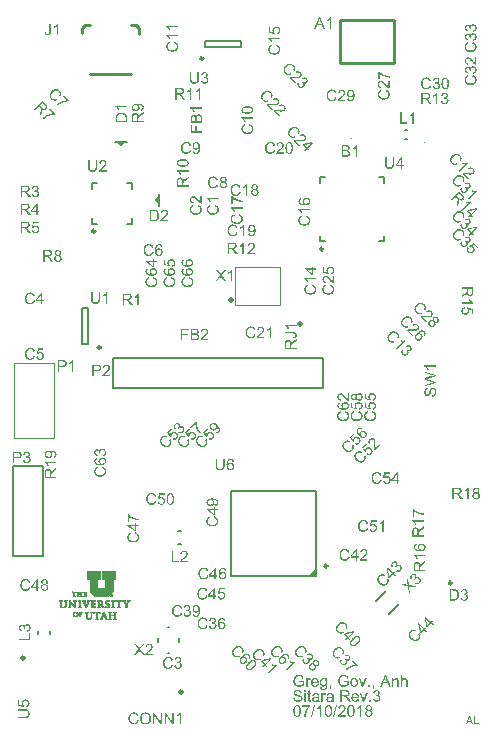
<source format=gto>
G04 Layer_Color=65535*
%FSLAX25Y25*%
%MOIN*%
G70*
G01*
G75*
%ADD55C,0.00800*%
%ADD61C,0.01000*%
%ADD75C,0.01968*%
%ADD85C,0.00984*%
%ADD86C,0.00394*%
%ADD87C,0.00591*%
%ADD88C,0.00787*%
%ADD89C,0.00098*%
%ADD90C,0.00100*%
G36*
X21540Y189505D02*
X21616Y189494D01*
X21704Y189476D01*
X21803Y189453D01*
X21903Y189417D01*
X22002Y189371D01*
X22008D01*
X22014Y189365D01*
X22049Y189347D01*
X22096Y189318D01*
X22154Y189277D01*
X22219Y189224D01*
X22289Y189160D01*
X22353Y189084D01*
X22412Y189002D01*
X22418Y188990D01*
X22435Y188961D01*
X22458Y188914D01*
X22482Y188856D01*
X22505Y188780D01*
X22529Y188698D01*
X22546Y188610D01*
X22552Y188511D01*
Y188499D01*
Y188470D01*
X22546Y188423D01*
X22535Y188364D01*
X22517Y188294D01*
X22494Y188218D01*
X22464Y188136D01*
X22418Y188060D01*
X22412Y188049D01*
X22394Y188025D01*
X22359Y187990D01*
X22318Y187943D01*
X22260Y187891D01*
X22195Y187838D01*
X22113Y187779D01*
X22020Y187733D01*
X22026D01*
X22037Y187727D01*
X22055D01*
X22078Y187715D01*
X22137Y187698D01*
X22213Y187662D01*
X22295Y187621D01*
X22382Y187563D01*
X22470Y187493D01*
X22546Y187405D01*
X22552Y187393D01*
X22576Y187358D01*
X22605Y187305D01*
X22646Y187235D01*
X22681Y187148D01*
X22710Y187042D01*
X22733Y186919D01*
X22739Y186785D01*
Y186779D01*
Y186761D01*
Y186738D01*
X22733Y186703D01*
X22728Y186656D01*
X22722Y186609D01*
X22710Y186551D01*
X22693Y186492D01*
X22652Y186358D01*
X22622Y186282D01*
X22581Y186212D01*
X22540Y186141D01*
X22494Y186071D01*
X22435Y186001D01*
X22371Y185931D01*
X22365Y185925D01*
X22353Y185913D01*
X22336Y185901D01*
X22306Y185878D01*
X22271Y185849D01*
X22224Y185820D01*
X22172Y185790D01*
X22119Y185761D01*
X22055Y185726D01*
X21985Y185697D01*
X21909Y185668D01*
X21827Y185638D01*
X21739Y185615D01*
X21645Y185603D01*
X21546Y185591D01*
X21446Y185586D01*
X21400D01*
X21364Y185591D01*
X21318Y185597D01*
X21271Y185603D01*
X21213Y185609D01*
X21154Y185621D01*
X21019Y185656D01*
X20879Y185714D01*
X20809Y185744D01*
X20744Y185784D01*
X20674Y185831D01*
X20610Y185884D01*
X20604Y185890D01*
X20598Y185896D01*
X20581Y185913D01*
X20557Y185937D01*
X20534Y185972D01*
X20505Y186007D01*
X20470Y186048D01*
X20440Y186095D01*
X20370Y186212D01*
X20312Y186346D01*
X20259Y186498D01*
X20241Y186580D01*
X20230Y186668D01*
X20704Y186732D01*
Y186726D01*
X20709Y186715D01*
Y186691D01*
X20721Y186668D01*
X20739Y186598D01*
X20768Y186510D01*
X20803Y186416D01*
X20850Y186317D01*
X20908Y186229D01*
X20973Y186153D01*
X20984Y186147D01*
X21008Y186124D01*
X21049Y186100D01*
X21107Y186065D01*
X21171Y186036D01*
X21253Y186007D01*
X21347Y185983D01*
X21446Y185978D01*
X21482D01*
X21505Y185983D01*
X21564Y185989D01*
X21640Y186007D01*
X21733Y186036D01*
X21827Y186071D01*
X21920Y186130D01*
X22008Y186206D01*
X22020Y186217D01*
X22043Y186247D01*
X22078Y186293D01*
X22125Y186364D01*
X22166Y186446D01*
X22201Y186545D01*
X22224Y186656D01*
X22236Y186779D01*
Y186785D01*
Y186791D01*
Y186808D01*
X22230Y186832D01*
X22224Y186890D01*
X22207Y186966D01*
X22184Y187048D01*
X22143Y187142D01*
X22090Y187230D01*
X22020Y187311D01*
X22008Y187323D01*
X21985Y187346D01*
X21938Y187376D01*
X21873Y187417D01*
X21798Y187458D01*
X21704Y187487D01*
X21604Y187510D01*
X21487Y187522D01*
X21435D01*
X21394Y187516D01*
X21347Y187510D01*
X21289Y187504D01*
X21224Y187493D01*
X21154Y187475D01*
X21207Y187891D01*
X21236D01*
X21259Y187885D01*
X21335D01*
X21388Y187891D01*
X21464Y187902D01*
X21546Y187920D01*
X21634Y187949D01*
X21727Y187984D01*
X21821Y188037D01*
X21833Y188043D01*
X21862Y188066D01*
X21897Y188107D01*
X21944Y188160D01*
X21991Y188224D01*
X22026Y188306D01*
X22055Y188405D01*
X22067Y188522D01*
Y188528D01*
Y188534D01*
Y188563D01*
X22055Y188610D01*
X22043Y188674D01*
X22026Y188739D01*
X21991Y188809D01*
X21949Y188885D01*
X21891Y188949D01*
X21885Y188955D01*
X21862Y188979D01*
X21821Y189008D01*
X21768Y189037D01*
X21704Y189072D01*
X21628Y189096D01*
X21540Y189119D01*
X21441Y189125D01*
X21394D01*
X21341Y189113D01*
X21283Y189102D01*
X21207Y189084D01*
X21131Y189049D01*
X21055Y189008D01*
X20978Y188949D01*
X20973Y188944D01*
X20949Y188920D01*
X20920Y188879D01*
X20885Y188821D01*
X20844Y188751D01*
X20809Y188663D01*
X20774Y188557D01*
X20750Y188435D01*
X20276Y188516D01*
Y188522D01*
X20282Y188540D01*
X20288Y188563D01*
X20294Y188593D01*
X20306Y188634D01*
X20317Y188680D01*
X20358Y188786D01*
X20405Y188903D01*
X20475Y189025D01*
X20557Y189143D01*
X20662Y189248D01*
X20668Y189254D01*
X20674Y189259D01*
X20692Y189271D01*
X20721Y189289D01*
X20750Y189306D01*
X20785Y189330D01*
X20873Y189382D01*
X20984Y189429D01*
X21119Y189470D01*
X21265Y189499D01*
X21347Y189511D01*
X21482D01*
X21540Y189505D01*
D02*
G37*
G36*
X18381Y189488D02*
X18428D01*
X18545Y189482D01*
X18668Y189470D01*
X18796Y189447D01*
X18919Y189423D01*
X18978Y189406D01*
X19030Y189388D01*
X19036D01*
X19042Y189382D01*
X19077Y189371D01*
X19124Y189341D01*
X19183Y189300D01*
X19253Y189254D01*
X19323Y189189D01*
X19393Y189113D01*
X19457Y189020D01*
X19463Y189008D01*
X19481Y188973D01*
X19510Y188920D01*
X19539Y188850D01*
X19569Y188762D01*
X19598Y188663D01*
X19615Y188557D01*
X19621Y188441D01*
Y188435D01*
Y188423D01*
Y188400D01*
X19615Y188370D01*
Y188335D01*
X19610Y188294D01*
X19586Y188201D01*
X19557Y188090D01*
X19510Y187978D01*
X19440Y187861D01*
X19399Y187803D01*
X19352Y187750D01*
X19341Y187738D01*
X19323Y187727D01*
X19305Y187703D01*
X19276Y187686D01*
X19241Y187656D01*
X19200Y187633D01*
X19153Y187604D01*
X19101Y187575D01*
X19036Y187545D01*
X18972Y187516D01*
X18896Y187487D01*
X18820Y187458D01*
X18732Y187434D01*
X18639Y187417D01*
X18539Y187399D01*
X18551Y187393D01*
X18574Y187382D01*
X18609Y187364D01*
X18650Y187341D01*
X18750Y187276D01*
X18802Y187241D01*
X18843Y187206D01*
X18855Y187194D01*
X18884Y187171D01*
X18925Y187124D01*
X18978Y187066D01*
X19042Y186990D01*
X19112Y186902D01*
X19188Y186802D01*
X19264Y186691D01*
X19931Y185650D01*
X19294D01*
X18785Y186446D01*
Y186451D01*
X18773Y186463D01*
X18761Y186481D01*
X18750Y186504D01*
X18709Y186563D01*
X18656Y186639D01*
X18598Y186726D01*
X18533Y186814D01*
X18475Y186896D01*
X18416Y186972D01*
X18410Y186978D01*
X18393Y187001D01*
X18363Y187036D01*
X18334Y187077D01*
X18247Y187159D01*
X18205Y187200D01*
X18159Y187230D01*
X18153Y187235D01*
X18141Y187241D01*
X18118Y187253D01*
X18089Y187270D01*
X18018Y187305D01*
X17931Y187335D01*
X17925D01*
X17913Y187341D01*
X17890D01*
X17860Y187346D01*
X17819Y187352D01*
X17773D01*
X17714Y187358D01*
X17059D01*
Y185650D01*
X16550D01*
Y189494D01*
X18334D01*
X18381Y189488D01*
D02*
G37*
G36*
X19838Y38000D02*
X15995D01*
Y38509D01*
X19388D01*
Y40398D01*
X19838D01*
Y38000D01*
D02*
G37*
G36*
X143559Y210600D02*
X145449D01*
Y210150D01*
X143050D01*
Y213993D01*
X143559D01*
Y210600D01*
D02*
G37*
G36*
X18785Y43323D02*
X18832Y43318D01*
X18879Y43312D01*
X18937Y43300D01*
X18996Y43282D01*
X19130Y43242D01*
X19207Y43212D01*
X19277Y43171D01*
X19347Y43130D01*
X19417Y43084D01*
X19487Y43025D01*
X19558Y42961D01*
X19564Y42955D01*
X19575Y42943D01*
X19587Y42926D01*
X19610Y42896D01*
X19639Y42861D01*
X19669Y42815D01*
X19698Y42762D01*
X19727Y42709D01*
X19762Y42645D01*
X19792Y42575D01*
X19821Y42499D01*
X19850Y42417D01*
X19873Y42329D01*
X19885Y42235D01*
X19897Y42136D01*
X19903Y42037D01*
Y42031D01*
Y42013D01*
Y41990D01*
X19897Y41955D01*
X19891Y41908D01*
X19885Y41861D01*
X19879Y41802D01*
X19868Y41744D01*
X19833Y41609D01*
X19774Y41469D01*
X19745Y41399D01*
X19704Y41335D01*
X19657Y41264D01*
X19604Y41200D01*
X19599Y41194D01*
X19593Y41188D01*
X19575Y41171D01*
X19552Y41147D01*
X19517Y41124D01*
X19481Y41095D01*
X19441Y41060D01*
X19394Y41030D01*
X19277Y40960D01*
X19142Y40902D01*
X18990Y40849D01*
X18908Y40831D01*
X18821Y40820D01*
X18756Y41293D01*
X18762D01*
X18774Y41299D01*
X18797D01*
X18821Y41311D01*
X18891Y41329D01*
X18979Y41358D01*
X19072Y41393D01*
X19172Y41440D01*
X19259Y41498D01*
X19335Y41563D01*
X19341Y41574D01*
X19365Y41598D01*
X19388Y41639D01*
X19423Y41697D01*
X19452Y41761D01*
X19481Y41844D01*
X19505Y41937D01*
X19511Y42037D01*
Y42042D01*
Y42054D01*
Y42072D01*
X19505Y42095D01*
X19499Y42153D01*
X19481Y42230D01*
X19452Y42323D01*
X19417Y42417D01*
X19359Y42510D01*
X19283Y42598D01*
X19271Y42610D01*
X19242Y42633D01*
X19195Y42668D01*
X19125Y42715D01*
X19043Y42756D01*
X18943Y42791D01*
X18832Y42815D01*
X18709Y42826D01*
X18680D01*
X18657Y42820D01*
X18598Y42815D01*
X18522Y42797D01*
X18440Y42774D01*
X18347Y42733D01*
X18259Y42680D01*
X18177Y42610D01*
X18165Y42598D01*
X18142Y42575D01*
X18113Y42528D01*
X18072Y42463D01*
X18031Y42388D01*
X18001Y42294D01*
X17978Y42195D01*
X17966Y42077D01*
Y42072D01*
Y42054D01*
Y42025D01*
X17972Y41984D01*
X17978Y41937D01*
X17984Y41879D01*
X17996Y41814D01*
X18013Y41744D01*
X17598Y41797D01*
Y41802D01*
Y41826D01*
X17604Y41849D01*
Y41873D01*
Y41879D01*
Y41884D01*
Y41902D01*
Y41925D01*
X17598Y41978D01*
X17586Y42054D01*
X17569Y42136D01*
X17539Y42224D01*
X17504Y42317D01*
X17452Y42411D01*
X17446Y42423D01*
X17422Y42452D01*
X17381Y42487D01*
X17329Y42534D01*
X17264Y42581D01*
X17183Y42616D01*
X17083Y42645D01*
X16966Y42657D01*
X16925D01*
X16878Y42645D01*
X16814Y42633D01*
X16750Y42616D01*
X16679Y42581D01*
X16603Y42540D01*
X16539Y42481D01*
X16533Y42475D01*
X16510Y42452D01*
X16480Y42411D01*
X16451Y42358D01*
X16416Y42294D01*
X16393Y42218D01*
X16369Y42130D01*
X16364Y42031D01*
Y42025D01*
Y42019D01*
Y41984D01*
X16375Y41931D01*
X16387Y41873D01*
X16404Y41797D01*
X16440Y41721D01*
X16480Y41644D01*
X16539Y41568D01*
X16545Y41563D01*
X16568Y41539D01*
X16609Y41510D01*
X16668Y41475D01*
X16738Y41434D01*
X16826Y41399D01*
X16931Y41364D01*
X17054Y41340D01*
X16972Y40867D01*
X16966D01*
X16949Y40872D01*
X16925Y40878D01*
X16896Y40884D01*
X16855Y40896D01*
X16808Y40907D01*
X16703Y40948D01*
X16586Y40995D01*
X16463Y41065D01*
X16346Y41147D01*
X16241Y41253D01*
X16235Y41258D01*
X16229Y41264D01*
X16217Y41282D01*
X16200Y41311D01*
X16182Y41340D01*
X16159Y41375D01*
X16106Y41463D01*
X16059Y41574D01*
X16018Y41709D01*
X15989Y41855D01*
X15977Y41937D01*
Y42019D01*
Y42025D01*
Y42031D01*
Y42048D01*
Y42072D01*
X15983Y42130D01*
X15995Y42206D01*
X16013Y42294D01*
X16036Y42393D01*
X16071Y42493D01*
X16118Y42592D01*
Y42598D01*
X16124Y42604D01*
X16141Y42639D01*
X16170Y42686D01*
X16211Y42744D01*
X16264Y42809D01*
X16328Y42879D01*
X16404Y42943D01*
X16486Y43002D01*
X16498Y43008D01*
X16527Y43025D01*
X16574Y43049D01*
X16633Y43072D01*
X16709Y43095D01*
X16791Y43119D01*
X16878Y43136D01*
X16978Y43142D01*
X17019D01*
X17065Y43136D01*
X17124Y43125D01*
X17194Y43107D01*
X17270Y43084D01*
X17352Y43054D01*
X17428Y43008D01*
X17440Y43002D01*
X17463Y42984D01*
X17498Y42949D01*
X17545Y42908D01*
X17598Y42850D01*
X17650Y42785D01*
X17709Y42703D01*
X17756Y42610D01*
Y42616D01*
X17762Y42627D01*
Y42645D01*
X17773Y42668D01*
X17791Y42727D01*
X17826Y42803D01*
X17867Y42885D01*
X17925Y42972D01*
X17996Y43060D01*
X18083Y43136D01*
X18095Y43142D01*
X18130Y43166D01*
X18183Y43195D01*
X18253Y43236D01*
X18341Y43271D01*
X18446Y43300D01*
X18569Y43323D01*
X18703Y43329D01*
X18750D01*
X18785Y43323D01*
D02*
G37*
G36*
X22207Y181001D02*
X22728D01*
Y180569D01*
X22207D01*
Y179650D01*
X21733D01*
Y180569D01*
X20066D01*
Y181001D01*
X21821Y183488D01*
X22207D01*
Y181001D01*
D02*
G37*
G36*
X24972Y216664D02*
X24976Y216660D01*
X24988Y216647D01*
X25005Y216631D01*
X25029Y216606D01*
X25058Y216569D01*
X25091Y216536D01*
X25170Y216449D01*
X25249Y216354D01*
X25323Y216246D01*
X25393Y216143D01*
X25422Y216089D01*
X25447Y216039D01*
X25451Y216035D01*
Y216027D01*
X25468Y215994D01*
X25480Y215940D01*
X25493Y215870D01*
X25509Y215787D01*
X25513Y215692D01*
X25509Y215588D01*
X25488Y215477D01*
X25484Y215464D01*
X25472Y215427D01*
X25455Y215369D01*
X25427Y215299D01*
X25385Y215216D01*
X25335Y215125D01*
X25273Y215038D01*
X25195Y214951D01*
X25191Y214947D01*
X25182Y214939D01*
X25166Y214922D01*
X25141Y214906D01*
X25116Y214881D01*
X25083Y214856D01*
X25000Y214807D01*
X24901Y214749D01*
X24790Y214703D01*
X24657Y214670D01*
X24587Y214658D01*
X24517Y214654D01*
X24500D01*
X24479Y214658D01*
X24450Y214654D01*
X24417Y214662D01*
X24372Y214666D01*
X24326Y214678D01*
X24272Y214691D01*
X24215Y214707D01*
X24148Y214732D01*
X24082Y214757D01*
X24008Y214790D01*
X23933Y214823D01*
X23855Y214869D01*
X23776Y214922D01*
X23693Y214980D01*
X23697Y214968D01*
X23706Y214943D01*
X23718Y214906D01*
X23731Y214860D01*
X23755Y214745D01*
X23768Y214683D01*
X23772Y214629D01*
Y214612D01*
X23776Y214575D01*
X23772Y214513D01*
X23768Y214434D01*
X23760Y214335D01*
X23747Y214223D01*
X23731Y214099D01*
X23706Y213967D01*
X23441Y212759D01*
X22990Y213210D01*
X23193Y214132D01*
X23197Y214137D01*
Y214153D01*
X23201Y214174D01*
X23209Y214199D01*
X23222Y214269D01*
X23238Y214360D01*
X23259Y214463D01*
X23276Y214571D01*
X23292Y214670D01*
X23304Y214765D01*
Y214774D01*
X23309Y214803D01*
X23313Y214848D01*
X23321Y214898D01*
X23317Y215018D01*
Y215075D01*
X23304Y215129D01*
Y215138D01*
X23300Y215150D01*
X23292Y215175D01*
X23284Y215208D01*
X23259Y215282D01*
X23218Y215365D01*
X23213Y215369D01*
X23209Y215382D01*
X23193Y215398D01*
X23176Y215423D01*
X23151Y215456D01*
X23118Y215489D01*
X23081Y215535D01*
X23031Y215584D01*
X22618Y215998D01*
X21410Y214790D01*
X21050Y215150D01*
X23768Y217868D01*
X24972Y216664D01*
D02*
G37*
G36*
X28111Y213458D02*
X27850Y213197D01*
X27826D01*
X27797Y213193D01*
X27755D01*
X27706Y213185D01*
X27644Y213181D01*
X27569Y213173D01*
X27495Y213164D01*
X27408Y213152D01*
X27309Y213136D01*
X27205Y213123D01*
X27098Y213098D01*
X26982Y213073D01*
X26858Y213049D01*
X26730Y213011D01*
X26597Y212978D01*
X26589D01*
X26564Y212970D01*
X26527Y212958D01*
X26477Y212941D01*
X26415Y212920D01*
X26341Y212896D01*
X26254Y212867D01*
X26163Y212833D01*
X26068Y212796D01*
X25960Y212755D01*
X25848Y212709D01*
X25733Y212660D01*
X25501Y212552D01*
X25261Y212428D01*
X25257Y212424D01*
X25240Y212416D01*
X25220Y212403D01*
X25187Y212387D01*
X25145Y212362D01*
X25100Y212333D01*
X25046Y212296D01*
X24988Y212263D01*
X24926Y212217D01*
X24856Y212172D01*
X24711Y212068D01*
X24554Y211944D01*
X24392Y211808D01*
X24049Y212151D01*
X24053Y212155D01*
X24066Y212168D01*
X24082Y212184D01*
X24111Y212205D01*
X24140Y212234D01*
X24181Y212267D01*
X24231Y212308D01*
X24281Y212350D01*
X24343Y212395D01*
X24413Y212449D01*
X24483Y212503D01*
X24562Y212556D01*
X24649Y212618D01*
X24740Y212676D01*
X24947Y212800D01*
X24951Y212805D01*
X24972Y212817D01*
X25005Y212833D01*
X25046Y212858D01*
X25100Y212887D01*
X25162Y212916D01*
X25232Y212953D01*
X25315Y212995D01*
X25402Y213032D01*
X25497Y213078D01*
X25704Y213169D01*
X25931Y213256D01*
X26167Y213334D01*
X26175D01*
X26200Y213342D01*
X26233Y213351D01*
X26279Y213363D01*
X26337Y213380D01*
X26403Y213396D01*
X26477Y213413D01*
X26560Y213438D01*
X26746Y213475D01*
X26949Y213512D01*
X27156Y213545D01*
X27367Y213566D01*
X26035Y214898D01*
X26353Y215216D01*
X28111Y213458D01*
D02*
G37*
G36*
X18381Y177488D02*
X18428D01*
X18545Y177482D01*
X18668Y177470D01*
X18796Y177447D01*
X18919Y177423D01*
X18978Y177406D01*
X19030Y177388D01*
X19036D01*
X19042Y177382D01*
X19077Y177371D01*
X19124Y177341D01*
X19183Y177300D01*
X19253Y177254D01*
X19323Y177189D01*
X19393Y177113D01*
X19457Y177020D01*
X19463Y177008D01*
X19481Y176973D01*
X19510Y176920D01*
X19539Y176850D01*
X19569Y176762D01*
X19598Y176663D01*
X19615Y176557D01*
X19621Y176441D01*
Y176435D01*
Y176423D01*
Y176400D01*
X19615Y176370D01*
Y176335D01*
X19610Y176294D01*
X19586Y176201D01*
X19557Y176090D01*
X19510Y175978D01*
X19440Y175861D01*
X19399Y175803D01*
X19352Y175750D01*
X19341Y175738D01*
X19323Y175727D01*
X19305Y175703D01*
X19276Y175686D01*
X19241Y175656D01*
X19200Y175633D01*
X19153Y175604D01*
X19101Y175575D01*
X19036Y175545D01*
X18972Y175516D01*
X18896Y175487D01*
X18820Y175458D01*
X18732Y175434D01*
X18639Y175417D01*
X18539Y175399D01*
X18551Y175393D01*
X18574Y175382D01*
X18609Y175364D01*
X18650Y175341D01*
X18750Y175276D01*
X18802Y175241D01*
X18843Y175206D01*
X18855Y175194D01*
X18884Y175171D01*
X18925Y175124D01*
X18978Y175066D01*
X19042Y174990D01*
X19112Y174902D01*
X19188Y174802D01*
X19264Y174691D01*
X19931Y173650D01*
X19294D01*
X18785Y174446D01*
Y174451D01*
X18773Y174463D01*
X18761Y174481D01*
X18750Y174504D01*
X18709Y174563D01*
X18656Y174639D01*
X18598Y174726D01*
X18533Y174814D01*
X18475Y174896D01*
X18416Y174972D01*
X18410Y174978D01*
X18393Y175001D01*
X18363Y175036D01*
X18334Y175077D01*
X18247Y175159D01*
X18205Y175200D01*
X18159Y175230D01*
X18153Y175235D01*
X18141Y175241D01*
X18118Y175253D01*
X18089Y175270D01*
X18018Y175305D01*
X17931Y175335D01*
X17925D01*
X17913Y175341D01*
X17890D01*
X17860Y175347D01*
X17819Y175352D01*
X17773D01*
X17714Y175358D01*
X17059D01*
Y173650D01*
X16550D01*
Y177494D01*
X18334D01*
X18381Y177488D01*
D02*
G37*
G36*
Y183488D02*
X18428D01*
X18545Y183482D01*
X18668Y183470D01*
X18796Y183447D01*
X18919Y183423D01*
X18978Y183406D01*
X19030Y183388D01*
X19036D01*
X19042Y183382D01*
X19077Y183371D01*
X19124Y183341D01*
X19183Y183300D01*
X19253Y183254D01*
X19323Y183189D01*
X19393Y183113D01*
X19457Y183020D01*
X19463Y183008D01*
X19481Y182973D01*
X19510Y182920D01*
X19539Y182850D01*
X19569Y182762D01*
X19598Y182663D01*
X19615Y182557D01*
X19621Y182440D01*
Y182435D01*
Y182423D01*
Y182399D01*
X19615Y182370D01*
Y182335D01*
X19610Y182294D01*
X19586Y182201D01*
X19557Y182089D01*
X19510Y181978D01*
X19440Y181861D01*
X19399Y181803D01*
X19352Y181750D01*
X19341Y181738D01*
X19323Y181727D01*
X19305Y181703D01*
X19276Y181686D01*
X19241Y181657D01*
X19200Y181633D01*
X19153Y181604D01*
X19101Y181575D01*
X19036Y181545D01*
X18972Y181516D01*
X18896Y181487D01*
X18820Y181458D01*
X18732Y181434D01*
X18639Y181417D01*
X18539Y181399D01*
X18551Y181393D01*
X18574Y181382D01*
X18609Y181364D01*
X18650Y181341D01*
X18750Y181276D01*
X18802Y181241D01*
X18843Y181206D01*
X18855Y181194D01*
X18884Y181171D01*
X18925Y181124D01*
X18978Y181066D01*
X19042Y180990D01*
X19112Y180902D01*
X19188Y180802D01*
X19264Y180691D01*
X19931Y179650D01*
X19294D01*
X18785Y180446D01*
Y180451D01*
X18773Y180463D01*
X18761Y180481D01*
X18750Y180504D01*
X18709Y180563D01*
X18656Y180639D01*
X18598Y180726D01*
X18533Y180814D01*
X18475Y180896D01*
X18416Y180972D01*
X18410Y180978D01*
X18393Y181001D01*
X18363Y181036D01*
X18334Y181077D01*
X18247Y181159D01*
X18205Y181200D01*
X18159Y181229D01*
X18153Y181235D01*
X18141Y181241D01*
X18118Y181253D01*
X18089Y181271D01*
X18018Y181306D01*
X17931Y181335D01*
X17925D01*
X17913Y181341D01*
X17890D01*
X17860Y181346D01*
X17819Y181352D01*
X17773D01*
X17714Y181358D01*
X17059D01*
Y179650D01*
X16550D01*
Y183493D01*
X18334D01*
X18381Y183488D01*
D02*
G37*
G36*
X22587Y176985D02*
X21055D01*
X20844Y175949D01*
X20850Y175955D01*
X20861Y175961D01*
X20879Y175972D01*
X20902Y175990D01*
X20937Y176007D01*
X20973Y176025D01*
X21066Y176072D01*
X21171Y176119D01*
X21294Y176154D01*
X21429Y176183D01*
X21569Y176195D01*
X21616D01*
X21651Y176189D01*
X21698Y176183D01*
X21745Y176177D01*
X21803Y176165D01*
X21862Y176154D01*
X21996Y176107D01*
X22067Y176084D01*
X22137Y176049D01*
X22213Y176007D01*
X22283Y175961D01*
X22353Y175908D01*
X22418Y175844D01*
X22423Y175838D01*
X22435Y175826D01*
X22453Y175809D01*
X22470Y175779D01*
X22499Y175744D01*
X22529Y175703D01*
X22558Y175656D01*
X22593Y175604D01*
X22628Y175540D01*
X22657Y175475D01*
X22687Y175399D01*
X22716Y175323D01*
X22733Y175235D01*
X22751Y175148D01*
X22763Y175048D01*
X22769Y174949D01*
Y174943D01*
Y174925D01*
Y174896D01*
X22763Y174861D01*
X22757Y174814D01*
X22751Y174761D01*
X22745Y174703D01*
X22733Y174639D01*
X22693Y174498D01*
X22640Y174352D01*
X22605Y174270D01*
X22564Y174194D01*
X22517Y174118D01*
X22464Y174048D01*
X22458Y174042D01*
X22447Y174030D01*
X22423Y174007D01*
X22394Y173978D01*
X22359Y173942D01*
X22312Y173901D01*
X22260Y173861D01*
X22195Y173820D01*
X22131Y173773D01*
X22055Y173732D01*
X21967Y173691D01*
X21879Y173656D01*
X21780Y173627D01*
X21680Y173603D01*
X21569Y173591D01*
X21452Y173586D01*
X21400D01*
X21364Y173591D01*
X21324Y173597D01*
X21271Y173603D01*
X21213Y173609D01*
X21148Y173621D01*
X21014Y173656D01*
X20873Y173708D01*
X20803Y173744D01*
X20733Y173784D01*
X20662Y173826D01*
X20598Y173878D01*
X20592Y173884D01*
X20586Y173890D01*
X20569Y173907D01*
X20546Y173931D01*
X20522Y173960D01*
X20493Y173995D01*
X20464Y174036D01*
X20429Y174083D01*
X20364Y174194D01*
X20300Y174329D01*
X20253Y174481D01*
X20235Y174568D01*
X20224Y174656D01*
X20721Y174691D01*
Y174685D01*
Y174674D01*
X20727Y174656D01*
X20733Y174633D01*
X20750Y174568D01*
X20774Y174487D01*
X20803Y174399D01*
X20850Y174311D01*
X20902Y174223D01*
X20973Y174147D01*
X20984Y174141D01*
X21008Y174118D01*
X21049Y174095D01*
X21107Y174059D01*
X21177Y174030D01*
X21259Y174001D01*
X21353Y173978D01*
X21452Y173972D01*
X21487D01*
X21511Y173978D01*
X21575Y173983D01*
X21657Y174001D01*
X21745Y174036D01*
X21844Y174077D01*
X21938Y174141D01*
X21985Y174177D01*
X22031Y174223D01*
Y174229D01*
X22043Y174235D01*
X22067Y174270D01*
X22107Y174329D01*
X22148Y174405D01*
X22189Y174504D01*
X22230Y174621D01*
X22254Y174756D01*
X22265Y174908D01*
Y174914D01*
Y174925D01*
Y174949D01*
X22260Y174972D01*
Y175007D01*
X22254Y175048D01*
X22236Y175142D01*
X22213Y175241D01*
X22172Y175347D01*
X22113Y175452D01*
X22037Y175545D01*
X22026Y175557D01*
X21996Y175581D01*
X21949Y175621D01*
X21879Y175662D01*
X21798Y175703D01*
X21692Y175744D01*
X21575Y175768D01*
X21446Y175779D01*
X21406D01*
X21364Y175774D01*
X21306Y175768D01*
X21242Y175750D01*
X21171Y175733D01*
X21101Y175703D01*
X21031Y175668D01*
X21025Y175662D01*
X21002Y175651D01*
X20967Y175627D01*
X20926Y175598D01*
X20885Y175557D01*
X20838Y175510D01*
X20791Y175458D01*
X20750Y175399D01*
X20306Y175463D01*
X20680Y177435D01*
X22587D01*
Y176985D01*
D02*
G37*
G36*
X147642Y210150D02*
X147168D01*
Y213157D01*
X147163Y213151D01*
X147139Y213128D01*
X147098Y213098D01*
X147046Y213057D01*
X146981Y213005D01*
X146905Y212952D01*
X146817Y212888D01*
X146718Y212829D01*
X146712D01*
X146706Y212824D01*
X146671Y212800D01*
X146618Y212771D01*
X146554Y212736D01*
X146478Y212695D01*
X146396Y212660D01*
X146308Y212619D01*
X146227Y212584D01*
Y213046D01*
X146232D01*
X146244Y213052D01*
X146267Y213063D01*
X146291Y213081D01*
X146326Y213098D01*
X146367Y213116D01*
X146460Y213169D01*
X146566Y213233D01*
X146683Y213309D01*
X146800Y213397D01*
X146911Y213490D01*
X146917Y213496D01*
X146923Y213502D01*
X146958Y213537D01*
X147010Y213590D01*
X147075Y213654D01*
X147145Y213736D01*
X147215Y213824D01*
X147280Y213917D01*
X147332Y214011D01*
X147642D01*
Y210150D01*
D02*
G37*
G36*
X61124Y181488D02*
X61229Y181482D01*
X61346Y181470D01*
X61457Y181453D01*
X61551Y181435D01*
X61557D01*
X61568Y181429D01*
X61580D01*
X61603Y181417D01*
X61668Y181400D01*
X61744Y181371D01*
X61831Y181335D01*
X61925Y181289D01*
X62019Y181230D01*
X62112Y181160D01*
X62118D01*
X62124Y181148D01*
X62165Y181113D01*
X62218Y181055D01*
X62282Y180979D01*
X62358Y180885D01*
X62434Y180774D01*
X62504Y180645D01*
X62569Y180499D01*
Y180493D01*
X62574Y180481D01*
X62580Y180458D01*
X62592Y180429D01*
X62604Y180394D01*
X62615Y180347D01*
X62633Y180294D01*
X62645Y180236D01*
X62656Y180171D01*
X62674Y180101D01*
X62697Y179949D01*
X62715Y179779D01*
X62721Y179592D01*
Y179586D01*
Y179575D01*
Y179551D01*
Y179516D01*
X62715Y179481D01*
Y179434D01*
X62709Y179329D01*
X62697Y179212D01*
X62674Y179077D01*
X62651Y178943D01*
X62615Y178814D01*
Y178808D01*
X62610Y178797D01*
X62604Y178779D01*
X62598Y178756D01*
X62574Y178697D01*
X62545Y178615D01*
X62510Y178527D01*
X62463Y178434D01*
X62411Y178340D01*
X62352Y178252D01*
X62346Y178241D01*
X62323Y178217D01*
X62294Y178176D01*
X62247Y178124D01*
X62200Y178071D01*
X62136Y178013D01*
X62071Y177954D01*
X62001Y177901D01*
X61995Y177896D01*
X61966Y177884D01*
X61925Y177861D01*
X61873Y177831D01*
X61808Y177802D01*
X61732Y177773D01*
X61644Y177744D01*
X61545Y177714D01*
X61533D01*
X61498Y177703D01*
X61445Y177697D01*
X61369Y177685D01*
X61282Y177673D01*
X61176Y177662D01*
X61059Y177656D01*
X60931Y177650D01*
X59550D01*
Y181493D01*
X61024D01*
X61124Y181488D01*
D02*
G37*
G36*
X164546Y55005D02*
X164622Y54993D01*
X164710Y54976D01*
X164809Y54953D01*
X164909Y54917D01*
X165008Y54871D01*
X165014D01*
X165020Y54865D01*
X165055Y54847D01*
X165102Y54818D01*
X165160Y54777D01*
X165225Y54724D01*
X165295Y54660D01*
X165359Y54584D01*
X165418Y54502D01*
X165423Y54490D01*
X165441Y54461D01*
X165464Y54414D01*
X165488Y54356D01*
X165511Y54280D01*
X165534Y54198D01*
X165552Y54110D01*
X165558Y54011D01*
Y53999D01*
Y53970D01*
X165552Y53923D01*
X165540Y53864D01*
X165523Y53794D01*
X165499Y53718D01*
X165470Y53636D01*
X165423Y53560D01*
X165418Y53549D01*
X165400Y53525D01*
X165365Y53490D01*
X165324Y53443D01*
X165266Y53391D01*
X165201Y53338D01*
X165119Y53279D01*
X165026Y53233D01*
X165031D01*
X165043Y53227D01*
X165061D01*
X165084Y53215D01*
X165143Y53197D01*
X165219Y53162D01*
X165301Y53122D01*
X165388Y53063D01*
X165476Y52993D01*
X165552Y52905D01*
X165558Y52893D01*
X165581Y52858D01*
X165611Y52806D01*
X165652Y52735D01*
X165687Y52648D01*
X165716Y52542D01*
X165739Y52419D01*
X165745Y52285D01*
Y52279D01*
Y52262D01*
Y52238D01*
X165739Y52203D01*
X165733Y52156D01*
X165728Y52109D01*
X165716Y52051D01*
X165698Y51992D01*
X165657Y51858D01*
X165628Y51782D01*
X165587Y51712D01*
X165546Y51641D01*
X165499Y51571D01*
X165441Y51501D01*
X165377Y51431D01*
X165371Y51425D01*
X165359Y51413D01*
X165341Y51402D01*
X165312Y51378D01*
X165277Y51349D01*
X165230Y51320D01*
X165178Y51290D01*
X165125Y51261D01*
X165061Y51226D01*
X164990Y51197D01*
X164915Y51168D01*
X164832Y51138D01*
X164745Y51115D01*
X164651Y51103D01*
X164552Y51091D01*
X164452Y51086D01*
X164406D01*
X164370Y51091D01*
X164324Y51097D01*
X164277Y51103D01*
X164218Y51109D01*
X164160Y51121D01*
X164025Y51156D01*
X163885Y51214D01*
X163815Y51244D01*
X163750Y51285D01*
X163680Y51331D01*
X163616Y51384D01*
X163610Y51390D01*
X163604Y51396D01*
X163586Y51413D01*
X163563Y51437D01*
X163540Y51472D01*
X163510Y51507D01*
X163475Y51548D01*
X163446Y51595D01*
X163376Y51712D01*
X163317Y51846D01*
X163265Y51998D01*
X163247Y52080D01*
X163235Y52168D01*
X163709Y52232D01*
Y52226D01*
X163715Y52215D01*
Y52191D01*
X163727Y52168D01*
X163744Y52098D01*
X163774Y52010D01*
X163809Y51916D01*
X163856Y51817D01*
X163914Y51729D01*
X163978Y51653D01*
X163990Y51647D01*
X164014Y51624D01*
X164055Y51600D01*
X164113Y51565D01*
X164177Y51536D01*
X164259Y51507D01*
X164353Y51484D01*
X164452Y51478D01*
X164487D01*
X164511Y51484D01*
X164569Y51489D01*
X164645Y51507D01*
X164739Y51536D01*
X164832Y51571D01*
X164926Y51630D01*
X165014Y51706D01*
X165026Y51717D01*
X165049Y51747D01*
X165084Y51793D01*
X165131Y51864D01*
X165172Y51946D01*
X165207Y52045D01*
X165230Y52156D01*
X165242Y52279D01*
Y52285D01*
Y52291D01*
Y52308D01*
X165236Y52332D01*
X165230Y52390D01*
X165213Y52466D01*
X165189Y52548D01*
X165148Y52642D01*
X165096Y52729D01*
X165026Y52811D01*
X165014Y52823D01*
X164990Y52846D01*
X164944Y52876D01*
X164879Y52917D01*
X164803Y52958D01*
X164710Y52987D01*
X164610Y53010D01*
X164493Y53022D01*
X164441D01*
X164400Y53016D01*
X164353Y53010D01*
X164294Y53004D01*
X164230Y52993D01*
X164160Y52975D01*
X164212Y53391D01*
X164242D01*
X164265Y53385D01*
X164341D01*
X164394Y53391D01*
X164470Y53402D01*
X164552Y53420D01*
X164639Y53449D01*
X164733Y53484D01*
X164827Y53537D01*
X164838Y53543D01*
X164868Y53566D01*
X164903Y53607D01*
X164950Y53660D01*
X164996Y53724D01*
X165031Y53806D01*
X165061Y53905D01*
X165072Y54022D01*
Y54028D01*
Y54034D01*
Y54063D01*
X165061Y54110D01*
X165049Y54175D01*
X165031Y54239D01*
X164996Y54309D01*
X164955Y54385D01*
X164897Y54449D01*
X164891Y54455D01*
X164868Y54479D01*
X164827Y54508D01*
X164774Y54537D01*
X164710Y54572D01*
X164634Y54596D01*
X164546Y54619D01*
X164446Y54625D01*
X164400D01*
X164347Y54613D01*
X164288Y54602D01*
X164212Y54584D01*
X164136Y54549D01*
X164060Y54508D01*
X163984Y54449D01*
X163978Y54444D01*
X163955Y54420D01*
X163926Y54379D01*
X163891Y54321D01*
X163850Y54251D01*
X163815Y54163D01*
X163779Y54057D01*
X163756Y53935D01*
X163282Y54017D01*
Y54022D01*
X163288Y54040D01*
X163294Y54063D01*
X163300Y54093D01*
X163312Y54133D01*
X163323Y54180D01*
X163364Y54286D01*
X163411Y54403D01*
X163481Y54526D01*
X163563Y54642D01*
X163668Y54748D01*
X163674Y54754D01*
X163680Y54760D01*
X163698Y54771D01*
X163727Y54789D01*
X163756Y54806D01*
X163791Y54830D01*
X163879Y54882D01*
X163990Y54929D01*
X164125Y54970D01*
X164271Y54999D01*
X164353Y55011D01*
X164487D01*
X164546Y55005D01*
D02*
G37*
G36*
X64593Y181505D02*
X64640Y181499D01*
X64692Y181493D01*
X64751Y181488D01*
X64815Y181470D01*
X64955Y181435D01*
X65102Y181382D01*
X65178Y181347D01*
X65248Y181306D01*
X65312Y181254D01*
X65377Y181201D01*
X65382Y181195D01*
X65388Y181189D01*
X65406Y181172D01*
X65429Y181148D01*
X65453Y181113D01*
X65482Y181078D01*
X65540Y180990D01*
X65599Y180879D01*
X65652Y180751D01*
X65693Y180604D01*
X65698Y180522D01*
X65704Y180440D01*
Y180429D01*
Y180400D01*
X65698Y180353D01*
X65693Y180294D01*
X65681Y180224D01*
X65663Y180148D01*
X65640Y180066D01*
X65605Y179984D01*
X65599Y179973D01*
X65587Y179943D01*
X65564Y179902D01*
X65529Y179844D01*
X65488Y179774D01*
X65435Y179692D01*
X65365Y179610D01*
X65289Y179516D01*
X65277Y179504D01*
X65248Y179469D01*
X65195Y179417D01*
X65160Y179382D01*
X65119Y179341D01*
X65072Y179294D01*
X65014Y179241D01*
X64955Y179189D01*
X64891Y179124D01*
X64821Y179060D01*
X64739Y178990D01*
X64657Y178919D01*
X64564Y178838D01*
X64558Y178832D01*
X64546Y178820D01*
X64522Y178802D01*
X64493Y178779D01*
X64423Y178721D01*
X64335Y178645D01*
X64248Y178563D01*
X64154Y178481D01*
X64078Y178410D01*
X64049Y178381D01*
X64019Y178352D01*
X64013Y178346D01*
X64002Y178329D01*
X63978Y178305D01*
X63949Y178270D01*
X63885Y178194D01*
X63820Y178101D01*
X65710D01*
Y177650D01*
X63165D01*
Y177656D01*
Y177679D01*
Y177714D01*
X63171Y177755D01*
X63177Y177802D01*
X63183Y177855D01*
X63200Y177913D01*
X63218Y177972D01*
Y177978D01*
X63224Y177983D01*
X63235Y178019D01*
X63259Y178065D01*
X63294Y178136D01*
X63335Y178212D01*
X63393Y178299D01*
X63452Y178387D01*
X63528Y178481D01*
Y178487D01*
X63540Y178492D01*
X63569Y178527D01*
X63616Y178580D01*
X63686Y178650D01*
X63774Y178732D01*
X63879Y178832D01*
X64008Y178943D01*
X64148Y179066D01*
X64154Y179072D01*
X64177Y179089D01*
X64207Y179113D01*
X64248Y179153D01*
X64300Y179194D01*
X64359Y179247D01*
X64487Y179358D01*
X64628Y179493D01*
X64768Y179627D01*
X64838Y179692D01*
X64897Y179756D01*
X64950Y179820D01*
X64996Y179879D01*
Y179885D01*
X65008Y179891D01*
X65020Y179908D01*
X65031Y179931D01*
X65066Y179990D01*
X65108Y180066D01*
X65149Y180154D01*
X65184Y180247D01*
X65207Y180353D01*
X65219Y180452D01*
Y180458D01*
Y180464D01*
X65213Y180499D01*
X65207Y180552D01*
X65195Y180616D01*
X65166Y180692D01*
X65131Y180768D01*
X65084Y180850D01*
X65014Y180926D01*
X65002Y180932D01*
X64979Y180955D01*
X64932Y180984D01*
X64873Y181026D01*
X64798Y181061D01*
X64710Y181090D01*
X64604Y181113D01*
X64487Y181119D01*
X64452D01*
X64429Y181113D01*
X64370Y181107D01*
X64294Y181096D01*
X64207Y181066D01*
X64113Y181031D01*
X64025Y180979D01*
X63943Y180908D01*
X63937Y180897D01*
X63914Y180873D01*
X63879Y180826D01*
X63844Y180762D01*
X63803Y180680D01*
X63774Y180587D01*
X63750Y180475D01*
X63739Y180347D01*
X63253Y180400D01*
Y180405D01*
Y180423D01*
X63259Y180452D01*
X63265Y180487D01*
X63276Y180534D01*
X63282Y180587D01*
X63317Y180704D01*
X63364Y180838D01*
X63428Y180973D01*
X63516Y181107D01*
X63563Y181166D01*
X63622Y181224D01*
X63627Y181230D01*
X63639Y181236D01*
X63657Y181254D01*
X63680Y181271D01*
X63715Y181289D01*
X63756Y181318D01*
X63803Y181341D01*
X63856Y181371D01*
X63914Y181394D01*
X63978Y181423D01*
X64055Y181447D01*
X64131Y181464D01*
X64306Y181499D01*
X64400Y181505D01*
X64499Y181511D01*
X64552D01*
X64593Y181505D01*
D02*
G37*
G36*
X70021Y10000D02*
X69547D01*
Y13007D01*
X69541Y13001D01*
X69518Y12978D01*
X69477Y12948D01*
X69424Y12908D01*
X69360Y12855D01*
X69284Y12802D01*
X69196Y12738D01*
X69096Y12679D01*
X69091D01*
X69085Y12673D01*
X69050Y12650D01*
X68997Y12621D01*
X68933Y12586D01*
X68857Y12545D01*
X68775Y12510D01*
X68687Y12469D01*
X68605Y12434D01*
Y12896D01*
X68611D01*
X68623Y12902D01*
X68646Y12913D01*
X68669Y12931D01*
X68704Y12948D01*
X68745Y12966D01*
X68839Y13019D01*
X68944Y13083D01*
X69061Y13159D01*
X69178Y13247D01*
X69289Y13340D01*
X69295Y13346D01*
X69301Y13352D01*
X69336Y13387D01*
X69389Y13440D01*
X69453Y13504D01*
X69524Y13586D01*
X69594Y13674D01*
X69658Y13767D01*
X69711Y13861D01*
X70021D01*
Y10000D01*
D02*
G37*
G36*
X58286Y13902D02*
X58332D01*
X58391Y13896D01*
X58450Y13884D01*
X58520Y13879D01*
X58666Y13844D01*
X58830Y13797D01*
X58994Y13738D01*
X59075Y13697D01*
X59157Y13650D01*
X59163D01*
X59175Y13639D01*
X59198Y13627D01*
X59228Y13604D01*
X59263Y13580D01*
X59303Y13545D01*
X59397Y13469D01*
X59502Y13370D01*
X59614Y13247D01*
X59713Y13106D01*
X59807Y12943D01*
Y12937D01*
X59818Y12919D01*
X59830Y12896D01*
X59842Y12861D01*
X59859Y12820D01*
X59877Y12767D01*
X59900Y12709D01*
X59924Y12644D01*
X59941Y12568D01*
X59965Y12492D01*
X60000Y12317D01*
X60023Y12124D01*
X60035Y11913D01*
Y11907D01*
Y11890D01*
Y11854D01*
X60029Y11813D01*
Y11761D01*
X60023Y11702D01*
X60017Y11638D01*
X60006Y11562D01*
X59976Y11398D01*
X59935Y11223D01*
X59877Y11041D01*
X59795Y10866D01*
Y10860D01*
X59783Y10848D01*
X59772Y10825D01*
X59754Y10790D01*
X59725Y10755D01*
X59696Y10708D01*
X59625Y10608D01*
X59532Y10497D01*
X59415Y10380D01*
X59280Y10269D01*
X59128Y10170D01*
X59122D01*
X59110Y10158D01*
X59087Y10146D01*
X59052Y10135D01*
X59011Y10117D01*
X58964Y10094D01*
X58912Y10076D01*
X58847Y10053D01*
X58713Y10012D01*
X58555Y9971D01*
X58379Y9947D01*
X58198Y9936D01*
X58145D01*
X58104Y9941D01*
X58057D01*
X58005Y9947D01*
X57941Y9959D01*
X57870Y9971D01*
X57724Y10000D01*
X57560Y10047D01*
X57391Y10111D01*
X57309Y10146D01*
X57227Y10193D01*
X57221Y10199D01*
X57209Y10205D01*
X57186Y10222D01*
X57157Y10240D01*
X57121Y10269D01*
X57081Y10298D01*
X56987Y10380D01*
X56882Y10486D01*
X56770Y10603D01*
X56671Y10749D01*
X56577Y10907D01*
Y10913D01*
X56566Y10930D01*
X56560Y10954D01*
X56542Y10989D01*
X56525Y11030D01*
X56507Y11076D01*
X56490Y11135D01*
X56472Y11199D01*
X56449Y11270D01*
X56431Y11340D01*
X56396Y11503D01*
X56373Y11679D01*
X56361Y11866D01*
Y11878D01*
Y11907D01*
X56367Y11960D01*
Y12024D01*
X56379Y12106D01*
X56390Y12200D01*
X56402Y12299D01*
X56425Y12416D01*
X56455Y12533D01*
X56484Y12656D01*
X56525Y12779D01*
X56577Y12902D01*
X56636Y13024D01*
X56700Y13147D01*
X56782Y13258D01*
X56870Y13364D01*
X56876Y13370D01*
X56893Y13387D01*
X56923Y13416D01*
X56963Y13452D01*
X57016Y13492D01*
X57075Y13533D01*
X57145Y13586D01*
X57227Y13639D01*
X57320Y13686D01*
X57420Y13738D01*
X57531Y13779D01*
X57648Y13826D01*
X57771Y13855D01*
X57905Y13884D01*
X58052Y13902D01*
X58198Y13908D01*
X58250D01*
X58286Y13902D01*
D02*
G37*
G36*
X161124Y54988D02*
X161229Y54982D01*
X161346Y54970D01*
X161457Y54953D01*
X161551Y54935D01*
X161556D01*
X161568Y54929D01*
X161580D01*
X161603Y54917D01*
X161668Y54900D01*
X161744Y54871D01*
X161831Y54835D01*
X161925Y54789D01*
X162019Y54730D01*
X162112Y54660D01*
X162118D01*
X162124Y54648D01*
X162165Y54613D01*
X162218Y54555D01*
X162282Y54479D01*
X162358Y54385D01*
X162434Y54274D01*
X162504Y54145D01*
X162569Y53999D01*
Y53993D01*
X162575Y53981D01*
X162580Y53958D01*
X162592Y53929D01*
X162604Y53894D01*
X162615Y53847D01*
X162633Y53794D01*
X162645Y53736D01*
X162656Y53671D01*
X162674Y53601D01*
X162697Y53449D01*
X162715Y53279D01*
X162721Y53092D01*
Y53086D01*
Y53075D01*
Y53051D01*
Y53016D01*
X162715Y52981D01*
Y52934D01*
X162709Y52829D01*
X162697Y52712D01*
X162674Y52577D01*
X162651Y52443D01*
X162615Y52314D01*
Y52308D01*
X162610Y52297D01*
X162604Y52279D01*
X162598Y52256D01*
X162575Y52197D01*
X162545Y52115D01*
X162510Y52027D01*
X162463Y51934D01*
X162411Y51840D01*
X162352Y51753D01*
X162346Y51741D01*
X162323Y51717D01*
X162294Y51676D01*
X162247Y51624D01*
X162200Y51571D01*
X162136Y51513D01*
X162071Y51454D01*
X162001Y51402D01*
X161995Y51396D01*
X161966Y51384D01*
X161925Y51361D01*
X161872Y51331D01*
X161808Y51302D01*
X161732Y51273D01*
X161644Y51244D01*
X161545Y51214D01*
X161533D01*
X161498Y51203D01*
X161445Y51197D01*
X161369Y51185D01*
X161282Y51173D01*
X161176Y51162D01*
X161059Y51156D01*
X160931Y51150D01*
X159550D01*
Y54993D01*
X161024D01*
X161124Y54988D01*
D02*
G37*
G36*
X26679Y240873D02*
Y240867D01*
Y240849D01*
Y240826D01*
Y240791D01*
X26674Y240750D01*
Y240703D01*
X26668Y240598D01*
X26650Y240475D01*
X26633Y240352D01*
X26603Y240229D01*
X26562Y240124D01*
X26557Y240112D01*
X26539Y240083D01*
X26510Y240036D01*
X26475Y239978D01*
X26422Y239907D01*
X26358Y239843D01*
X26276Y239779D01*
X26188Y239720D01*
X26176Y239714D01*
X26141Y239697D01*
X26089Y239679D01*
X26018Y239656D01*
X25931Y239627D01*
X25831Y239609D01*
X25714Y239592D01*
X25591Y239586D01*
X25545D01*
X25509Y239592D01*
X25469Y239597D01*
X25416Y239603D01*
X25305Y239621D01*
X25182Y239656D01*
X25053Y239708D01*
X24989Y239738D01*
X24930Y239779D01*
X24872Y239820D01*
X24819Y239872D01*
Y239878D01*
X24807Y239884D01*
X24796Y239901D01*
X24778Y239925D01*
X24755Y239960D01*
X24737Y239995D01*
X24708Y240042D01*
X24685Y240089D01*
X24661Y240147D01*
X24638Y240212D01*
X24614Y240282D01*
X24597Y240364D01*
X24579Y240446D01*
X24567Y240539D01*
X24562Y240633D01*
Y240738D01*
X25018Y240802D01*
Y240797D01*
Y240785D01*
Y240761D01*
X25024Y240732D01*
Y240697D01*
X25030Y240656D01*
X25047Y240563D01*
X25065Y240457D01*
X25094Y240358D01*
X25135Y240270D01*
X25158Y240229D01*
X25182Y240194D01*
X25188Y240188D01*
X25211Y240171D01*
X25240Y240141D01*
X25287Y240118D01*
X25346Y240089D01*
X25416Y240059D01*
X25498Y240042D01*
X25591Y240036D01*
X25626D01*
X25662Y240042D01*
X25702Y240048D01*
X25755Y240059D01*
X25814Y240071D01*
X25866Y240095D01*
X25919Y240124D01*
X25925Y240130D01*
X25942Y240141D01*
X25966Y240159D01*
X25995Y240188D01*
X26030Y240217D01*
X26059Y240258D01*
X26089Y240305D01*
X26112Y240358D01*
Y240364D01*
X26124Y240387D01*
X26129Y240422D01*
X26141Y240475D01*
X26153Y240545D01*
X26159Y240627D01*
X26170Y240726D01*
Y240843D01*
Y243493D01*
X26679D01*
Y240873D01*
D02*
G37*
G36*
X29095Y239650D02*
X28622D01*
Y242657D01*
X28616Y242651D01*
X28592Y242628D01*
X28551Y242598D01*
X28499Y242558D01*
X28434Y242505D01*
X28358Y242452D01*
X28271Y242388D01*
X28171Y242329D01*
X28165D01*
X28159Y242323D01*
X28124Y242300D01*
X28072Y242271D01*
X28007Y242236D01*
X27931Y242195D01*
X27849Y242160D01*
X27762Y242119D01*
X27680Y242084D01*
Y242546D01*
X27686D01*
X27697Y242552D01*
X27721Y242563D01*
X27744Y242581D01*
X27779Y242598D01*
X27820Y242616D01*
X27914Y242669D01*
X28019Y242733D01*
X28136Y242809D01*
X28253Y242897D01*
X28364Y242990D01*
X28370Y242996D01*
X28376Y243002D01*
X28411Y243037D01*
X28464Y243090D01*
X28528Y243154D01*
X28598Y243236D01*
X28668Y243324D01*
X28733Y243417D01*
X28785Y243511D01*
X29095D01*
Y239650D01*
D02*
G37*
G36*
X73657Y207659D02*
X74856D01*
Y209461D01*
X75307D01*
Y207659D01*
X77050D01*
Y207150D01*
X73207D01*
Y209742D01*
X73657D01*
Y207659D01*
D02*
G37*
G36*
X77050Y215094D02*
X74043D01*
X74049Y215089D01*
X74072Y215065D01*
X74102Y215024D01*
X74143Y214971D01*
X74195Y214907D01*
X74248Y214831D01*
X74312Y214743D01*
X74371Y214644D01*
Y214638D01*
X74376Y214632D01*
X74400Y214597D01*
X74429Y214544D01*
X74464Y214480D01*
X74505Y214404D01*
X74540Y214322D01*
X74581Y214234D01*
X74616Y214152D01*
X74154D01*
Y214158D01*
X74148Y214170D01*
X74137Y214193D01*
X74119Y214217D01*
X74102Y214252D01*
X74084Y214293D01*
X74031Y214387D01*
X73967Y214492D01*
X73891Y214609D01*
X73803Y214726D01*
X73710Y214837D01*
X73704Y214843D01*
X73698Y214849D01*
X73663Y214884D01*
X73610Y214936D01*
X73546Y215001D01*
X73464Y215071D01*
X73376Y215141D01*
X73283Y215206D01*
X73189Y215258D01*
Y215568D01*
X77050D01*
Y215094D01*
D02*
G37*
G36*
X76038Y213275D02*
X76102Y213269D01*
X76178Y213251D01*
X76266Y213234D01*
X76354Y213205D01*
X76442Y213164D01*
X76453Y213158D01*
X76483Y213146D01*
X76524Y213117D01*
X76576Y213088D01*
X76635Y213047D01*
X76693Y213000D01*
X76752Y212942D01*
X76804Y212883D01*
X76810Y212877D01*
X76822Y212854D01*
X76845Y212819D01*
X76875Y212766D01*
X76904Y212707D01*
X76933Y212631D01*
X76962Y212549D01*
X76991Y212462D01*
Y212450D01*
X77003Y212415D01*
X77009Y212362D01*
X77021Y212292D01*
X77032Y212198D01*
X77038Y212093D01*
X77050Y211976D01*
Y211842D01*
Y210379D01*
X73207D01*
Y211818D01*
Y211824D01*
Y211836D01*
Y211859D01*
Y211889D01*
X73212Y211929D01*
Y211970D01*
X73218Y212070D01*
X73236Y212181D01*
X73253Y212298D01*
X73283Y212415D01*
X73324Y212520D01*
Y212526D01*
X73329Y212532D01*
X73347Y212567D01*
X73376Y212614D01*
X73411Y212672D01*
X73464Y212743D01*
X73528Y212813D01*
X73598Y212877D01*
X73686Y212942D01*
X73698Y212947D01*
X73727Y212965D01*
X73780Y212988D01*
X73844Y213018D01*
X73920Y213047D01*
X74002Y213070D01*
X74096Y213088D01*
X74195Y213094D01*
X74236D01*
X74283Y213088D01*
X74347Y213076D01*
X74418Y213058D01*
X74494Y213035D01*
X74581Y213006D01*
X74663Y212959D01*
X74675Y212953D01*
X74698Y212936D01*
X74739Y212901D01*
X74786Y212860D01*
X74845Y212801D01*
X74897Y212731D01*
X74956Y212649D01*
X75008Y212549D01*
Y212555D01*
X75014Y212567D01*
X75020Y212585D01*
X75026Y212608D01*
X75055Y212672D01*
X75090Y212749D01*
X75143Y212836D01*
X75201Y212924D01*
X75272Y213012D01*
X75359Y213088D01*
X75371Y213094D01*
X75400Y213117D01*
X75453Y213146D01*
X75523Y213187D01*
X75611Y213222D01*
X75704Y213251D01*
X75816Y213275D01*
X75938Y213281D01*
X75985D01*
X76038Y213275D01*
D02*
G37*
G36*
X151881Y220488D02*
X151928D01*
X152045Y220482D01*
X152168Y220470D01*
X152296Y220447D01*
X152419Y220423D01*
X152478Y220406D01*
X152530Y220388D01*
X152536D01*
X152542Y220382D01*
X152577Y220371D01*
X152624Y220341D01*
X152682Y220300D01*
X152753Y220254D01*
X152823Y220189D01*
X152893Y220113D01*
X152957Y220020D01*
X152963Y220008D01*
X152981Y219973D01*
X153010Y219920D01*
X153039Y219850D01*
X153069Y219762D01*
X153098Y219663D01*
X153115Y219557D01*
X153121Y219441D01*
Y219435D01*
Y219423D01*
Y219399D01*
X153115Y219370D01*
Y219335D01*
X153110Y219294D01*
X153086Y219201D01*
X153057Y219089D01*
X153010Y218978D01*
X152940Y218861D01*
X152899Y218803D01*
X152852Y218750D01*
X152840Y218739D01*
X152823Y218727D01*
X152805Y218703D01*
X152776Y218686D01*
X152741Y218657D01*
X152700Y218633D01*
X152653Y218604D01*
X152601Y218575D01*
X152536Y218545D01*
X152472Y218516D01*
X152396Y218487D01*
X152320Y218458D01*
X152232Y218434D01*
X152138Y218417D01*
X152039Y218399D01*
X152051Y218393D01*
X152074Y218382D01*
X152109Y218364D01*
X152150Y218341D01*
X152250Y218276D01*
X152302Y218241D01*
X152343Y218206D01*
X152355Y218194D01*
X152384Y218171D01*
X152425Y218124D01*
X152478Y218066D01*
X152542Y217990D01*
X152612Y217902D01*
X152688Y217802D01*
X152764Y217691D01*
X153431Y216650D01*
X152794D01*
X152285Y217446D01*
Y217452D01*
X152273Y217463D01*
X152261Y217481D01*
X152250Y217504D01*
X152209Y217563D01*
X152156Y217639D01*
X152097Y217726D01*
X152033Y217814D01*
X151975Y217896D01*
X151916Y217972D01*
X151910Y217978D01*
X151893Y218001D01*
X151864Y218037D01*
X151834Y218077D01*
X151746Y218159D01*
X151706Y218200D01*
X151659Y218230D01*
X151653Y218235D01*
X151641Y218241D01*
X151618Y218253D01*
X151589Y218270D01*
X151518Y218305D01*
X151431Y218335D01*
X151425D01*
X151413Y218341D01*
X151390D01*
X151360Y218347D01*
X151320Y218352D01*
X151273D01*
X151214Y218358D01*
X150559D01*
Y216650D01*
X150050D01*
Y220493D01*
X151834D01*
X151881Y220488D01*
D02*
G37*
G36*
X163921Y186514D02*
X163926Y186510D01*
X163938Y186497D01*
X163955Y186481D01*
X163979Y186456D01*
X164008Y186419D01*
X164041Y186386D01*
X164120Y186299D01*
X164199Y186204D01*
X164273Y186096D01*
X164343Y185993D01*
X164372Y185939D01*
X164397Y185889D01*
X164401Y185885D01*
Y185877D01*
X164418Y185844D01*
X164430Y185790D01*
X164443Y185720D01*
X164459Y185637D01*
X164463Y185542D01*
X164459Y185439D01*
X164438Y185327D01*
X164434Y185314D01*
X164422Y185277D01*
X164405Y185219D01*
X164376Y185149D01*
X164335Y185066D01*
X164286Y184975D01*
X164223Y184888D01*
X164145Y184801D01*
X164141Y184797D01*
X164132Y184789D01*
X164116Y184773D01*
X164091Y184756D01*
X164066Y184731D01*
X164033Y184706D01*
X163950Y184657D01*
X163851Y184599D01*
X163740Y184553D01*
X163607Y184520D01*
X163537Y184508D01*
X163467Y184504D01*
X163450D01*
X163429Y184508D01*
X163400Y184504D01*
X163367Y184512D01*
X163322Y184516D01*
X163276Y184528D01*
X163222Y184541D01*
X163164Y184557D01*
X163098Y184582D01*
X163032Y184607D01*
X162958Y184640D01*
X162883Y184673D01*
X162805Y184719D01*
X162726Y184773D01*
X162643Y184830D01*
X162647Y184818D01*
X162656Y184793D01*
X162668Y184756D01*
X162680Y184710D01*
X162705Y184595D01*
X162718Y184533D01*
X162722Y184479D01*
Y184462D01*
X162726Y184425D01*
X162722Y184363D01*
X162718Y184284D01*
X162709Y184185D01*
X162697Y184073D01*
X162680Y183949D01*
X162656Y183817D01*
X162391Y182609D01*
X161940Y183060D01*
X162143Y183982D01*
X162147Y183986D01*
Y184003D01*
X162151Y184024D01*
X162159Y184049D01*
X162172Y184119D01*
X162188Y184210D01*
X162209Y184313D01*
X162225Y184421D01*
X162242Y184520D01*
X162254Y184615D01*
Y184624D01*
X162259Y184652D01*
X162263Y184698D01*
X162271Y184748D01*
X162267Y184868D01*
Y184925D01*
X162254Y184979D01*
Y184988D01*
X162250Y185000D01*
X162242Y185025D01*
X162234Y185058D01*
X162209Y185132D01*
X162168Y185215D01*
X162163Y185219D01*
X162159Y185232D01*
X162143Y185248D01*
X162126Y185273D01*
X162101Y185306D01*
X162068Y185339D01*
X162031Y185385D01*
X161981Y185434D01*
X161568Y185848D01*
X160360Y184640D01*
X160000Y185000D01*
X162718Y187718D01*
X163921Y186514D01*
D02*
G37*
G36*
X155502Y216650D02*
X155028D01*
Y219657D01*
X155023Y219651D01*
X154999Y219628D01*
X154958Y219598D01*
X154905Y219557D01*
X154841Y219505D01*
X154765Y219452D01*
X154677Y219388D01*
X154578Y219329D01*
X154572D01*
X154566Y219323D01*
X154531Y219300D01*
X154478Y219271D01*
X154414Y219236D01*
X154338Y219195D01*
X154256Y219160D01*
X154168Y219119D01*
X154086Y219084D01*
Y219546D01*
X154092D01*
X154104Y219552D01*
X154127Y219563D01*
X154151Y219581D01*
X154186Y219598D01*
X154227Y219616D01*
X154321Y219669D01*
X154426Y219733D01*
X154543Y219809D01*
X154660Y219897D01*
X154771Y219990D01*
X154777Y219996D01*
X154783Y220002D01*
X154818Y220037D01*
X154870Y220090D01*
X154935Y220154D01*
X155005Y220236D01*
X155075Y220324D01*
X155140Y220417D01*
X155192Y220511D01*
X155502D01*
Y216650D01*
D02*
G37*
G36*
X87381Y170488D02*
X87428D01*
X87545Y170482D01*
X87668Y170470D01*
X87796Y170447D01*
X87919Y170423D01*
X87978Y170406D01*
X88030Y170388D01*
X88036D01*
X88042Y170382D01*
X88077Y170371D01*
X88124Y170341D01*
X88182Y170300D01*
X88253Y170254D01*
X88323Y170189D01*
X88393Y170113D01*
X88457Y170020D01*
X88463Y170008D01*
X88481Y169973D01*
X88510Y169920D01*
X88539Y169850D01*
X88569Y169762D01*
X88598Y169663D01*
X88615Y169557D01*
X88621Y169440D01*
Y169435D01*
Y169423D01*
Y169399D01*
X88615Y169370D01*
Y169335D01*
X88610Y169294D01*
X88586Y169201D01*
X88557Y169089D01*
X88510Y168978D01*
X88440Y168861D01*
X88399Y168803D01*
X88352Y168750D01*
X88340Y168738D01*
X88323Y168727D01*
X88305Y168703D01*
X88276Y168686D01*
X88241Y168657D01*
X88200Y168633D01*
X88153Y168604D01*
X88101Y168575D01*
X88036Y168545D01*
X87972Y168516D01*
X87896Y168487D01*
X87820Y168458D01*
X87732Y168434D01*
X87638Y168417D01*
X87539Y168399D01*
X87551Y168393D01*
X87574Y168382D01*
X87609Y168364D01*
X87650Y168341D01*
X87750Y168276D01*
X87802Y168241D01*
X87843Y168206D01*
X87855Y168194D01*
X87884Y168171D01*
X87925Y168124D01*
X87978Y168066D01*
X88042Y167990D01*
X88112Y167902D01*
X88188Y167802D01*
X88264Y167691D01*
X88931Y166650D01*
X88294D01*
X87785Y167446D01*
Y167451D01*
X87773Y167463D01*
X87761Y167481D01*
X87750Y167504D01*
X87709Y167563D01*
X87656Y167639D01*
X87598Y167726D01*
X87533Y167814D01*
X87475Y167896D01*
X87416Y167972D01*
X87410Y167978D01*
X87393Y168001D01*
X87363Y168036D01*
X87334Y168077D01*
X87247Y168159D01*
X87206Y168200D01*
X87159Y168229D01*
X87153Y168235D01*
X87141Y168241D01*
X87118Y168253D01*
X87089Y168271D01*
X87018Y168306D01*
X86931Y168335D01*
X86925D01*
X86913Y168341D01*
X86890D01*
X86860Y168347D01*
X86819Y168352D01*
X86773D01*
X86714Y168358D01*
X86059D01*
Y166650D01*
X85550D01*
Y170493D01*
X87334D01*
X87381Y170488D01*
D02*
G37*
G36*
X158024Y220505D02*
X158100Y220493D01*
X158187Y220476D01*
X158287Y220452D01*
X158386Y220417D01*
X158486Y220371D01*
X158492D01*
X158497Y220365D01*
X158533Y220347D01*
X158579Y220318D01*
X158638Y220277D01*
X158702Y220224D01*
X158772Y220160D01*
X158837Y220084D01*
X158895Y220002D01*
X158901Y219990D01*
X158919Y219961D01*
X158942Y219914D01*
X158965Y219856D01*
X158989Y219780D01*
X159012Y219698D01*
X159030Y219610D01*
X159036Y219511D01*
Y219499D01*
Y219470D01*
X159030Y219423D01*
X159018Y219364D01*
X159001Y219294D01*
X158977Y219218D01*
X158948Y219136D01*
X158901Y219060D01*
X158895Y219049D01*
X158878Y219025D01*
X158843Y218990D01*
X158802Y218943D01*
X158743Y218891D01*
X158679Y218838D01*
X158597Y218779D01*
X158503Y218733D01*
X158509D01*
X158521Y218727D01*
X158538D01*
X158562Y218715D01*
X158620Y218698D01*
X158696Y218662D01*
X158778Y218621D01*
X158866Y218563D01*
X158954Y218493D01*
X159030Y218405D01*
X159036Y218393D01*
X159059Y218358D01*
X159088Y218305D01*
X159129Y218235D01*
X159164Y218148D01*
X159194Y218042D01*
X159217Y217919D01*
X159223Y217785D01*
Y217779D01*
Y217761D01*
Y217738D01*
X159217Y217703D01*
X159211Y217656D01*
X159205Y217609D01*
X159194Y217551D01*
X159176Y217492D01*
X159135Y217358D01*
X159106Y217282D01*
X159065Y217212D01*
X159024Y217141D01*
X158977Y217071D01*
X158919Y217001D01*
X158854Y216931D01*
X158848Y216925D01*
X158837Y216913D01*
X158819Y216901D01*
X158790Y216878D01*
X158755Y216849D01*
X158708Y216820D01*
X158655Y216790D01*
X158603Y216761D01*
X158538Y216726D01*
X158468Y216697D01*
X158392Y216668D01*
X158310Y216638D01*
X158222Y216615D01*
X158129Y216603D01*
X158029Y216592D01*
X157930Y216586D01*
X157883D01*
X157848Y216592D01*
X157801Y216597D01*
X157754Y216603D01*
X157696Y216609D01*
X157637Y216621D01*
X157503Y216656D01*
X157362Y216714D01*
X157292Y216744D01*
X157228Y216785D01*
X157158Y216831D01*
X157093Y216884D01*
X157088Y216890D01*
X157082Y216896D01*
X157064Y216913D01*
X157041Y216937D01*
X157017Y216972D01*
X156988Y217007D01*
X156953Y217048D01*
X156924Y217095D01*
X156853Y217212D01*
X156795Y217346D01*
X156742Y217498D01*
X156725Y217580D01*
X156713Y217668D01*
X157187Y217732D01*
Y217726D01*
X157193Y217715D01*
Y217691D01*
X157204Y217668D01*
X157222Y217598D01*
X157251Y217510D01*
X157286Y217416D01*
X157333Y217317D01*
X157392Y217229D01*
X157456Y217153D01*
X157468Y217147D01*
X157491Y217124D01*
X157532Y217101D01*
X157591Y217065D01*
X157655Y217036D01*
X157737Y217007D01*
X157831Y216983D01*
X157930Y216978D01*
X157965D01*
X157988Y216983D01*
X158047Y216989D01*
X158123Y217007D01*
X158217Y217036D01*
X158310Y217071D01*
X158404Y217130D01*
X158492Y217206D01*
X158503Y217217D01*
X158527Y217247D01*
X158562Y217294D01*
X158608Y217364D01*
X158650Y217446D01*
X158685Y217545D01*
X158708Y217656D01*
X158720Y217779D01*
Y217785D01*
Y217791D01*
Y217808D01*
X158714Y217832D01*
X158708Y217890D01*
X158691Y217966D01*
X158667Y218048D01*
X158626Y218142D01*
X158573Y218230D01*
X158503Y218311D01*
X158492Y218323D01*
X158468Y218347D01*
X158421Y218376D01*
X158357Y218417D01*
X158281Y218458D01*
X158187Y218487D01*
X158088Y218510D01*
X157971Y218522D01*
X157918D01*
X157877Y218516D01*
X157831Y218510D01*
X157772Y218504D01*
X157708Y218493D01*
X157637Y218475D01*
X157690Y218891D01*
X157719D01*
X157743Y218885D01*
X157819D01*
X157871Y218891D01*
X157948Y218902D01*
X158029Y218920D01*
X158117Y218949D01*
X158211Y218984D01*
X158304Y219037D01*
X158316Y219043D01*
X158345Y219066D01*
X158380Y219107D01*
X158427Y219160D01*
X158474Y219224D01*
X158509Y219306D01*
X158538Y219405D01*
X158550Y219522D01*
Y219528D01*
Y219534D01*
Y219563D01*
X158538Y219610D01*
X158527Y219674D01*
X158509Y219739D01*
X158474Y219809D01*
X158433Y219885D01*
X158375Y219949D01*
X158369Y219955D01*
X158345Y219979D01*
X158304Y220008D01*
X158252Y220037D01*
X158187Y220072D01*
X158111Y220096D01*
X158024Y220119D01*
X157924Y220125D01*
X157877D01*
X157825Y220113D01*
X157766Y220101D01*
X157690Y220084D01*
X157614Y220049D01*
X157538Y220008D01*
X157462Y219949D01*
X157456Y219944D01*
X157433Y219920D01*
X157403Y219879D01*
X157368Y219821D01*
X157327Y219750D01*
X157292Y219663D01*
X157257Y219557D01*
X157234Y219435D01*
X156760Y219516D01*
Y219522D01*
X156766Y219540D01*
X156772Y219563D01*
X156778Y219592D01*
X156789Y219634D01*
X156801Y219680D01*
X156842Y219786D01*
X156889Y219903D01*
X156959Y220025D01*
X157041Y220143D01*
X157146Y220248D01*
X157152Y220254D01*
X157158Y220259D01*
X157175Y220271D01*
X157204Y220289D01*
X157234Y220306D01*
X157269Y220330D01*
X157357Y220382D01*
X157468Y220429D01*
X157602Y220470D01*
X157749Y220499D01*
X157831Y220511D01*
X157965D01*
X158024Y220505D01*
D02*
G37*
G36*
X164906Y184189D02*
X164918Y184185D01*
X164943Y184177D01*
X164972Y184173D01*
X165009Y184160D01*
X165051Y184144D01*
X165154Y184115D01*
X165274Y184086D01*
X165411Y184057D01*
X165555Y184036D01*
X165700Y184024D01*
X165932D01*
X166039Y184032D01*
X166151Y184045D01*
X166263Y184065D01*
X166366Y184094D01*
X166585Y183875D01*
X163855Y181145D01*
X163520Y181480D01*
X165646Y183606D01*
X165605D01*
X165555Y183614D01*
X165489Y183623D01*
X165407Y183631D01*
X165315Y183647D01*
X165208Y183664D01*
X165096Y183693D01*
X165092Y183697D01*
X165084D01*
X165042Y183705D01*
X164985Y183722D01*
X164914Y183742D01*
X164831Y183767D01*
X164749Y183800D01*
X164658Y183834D01*
X164575Y183867D01*
X164902Y184193D01*
X164906Y184189D01*
D02*
G37*
G36*
X164591Y148495D02*
X164574D01*
X164556Y148490D01*
X164533Y148484D01*
X164469Y148466D01*
X164387Y148443D01*
X164299Y148414D01*
X164211Y148367D01*
X164123Y148314D01*
X164047Y148244D01*
X164041Y148232D01*
X164018Y148209D01*
X163995Y148168D01*
X163960Y148109D01*
X163930Y148039D01*
X163901Y147957D01*
X163878Y147864D01*
X163872Y147764D01*
Y147758D01*
Y147747D01*
Y147729D01*
X163878Y147706D01*
X163883Y147641D01*
X163901Y147559D01*
X163936Y147472D01*
X163977Y147372D01*
X164041Y147279D01*
X164076Y147232D01*
X164123Y147185D01*
X164129D01*
X164135Y147173D01*
X164170Y147150D01*
X164229Y147109D01*
X164305Y147068D01*
X164404Y147027D01*
X164521Y146986D01*
X164656Y146963D01*
X164808Y146951D01*
X164849D01*
X164872Y146957D01*
X164907D01*
X164948Y146963D01*
X165042Y146980D01*
X165141Y147004D01*
X165246Y147045D01*
X165352Y147103D01*
X165445Y147179D01*
X165457Y147191D01*
X165480Y147220D01*
X165522Y147267D01*
X165562Y147337D01*
X165603Y147419D01*
X165644Y147524D01*
X165668Y147641D01*
X165679Y147770D01*
Y147782D01*
Y147811D01*
X165674Y147852D01*
X165668Y147910D01*
X165650Y147975D01*
X165633Y148045D01*
X165603Y148115D01*
X165568Y148185D01*
X165562Y148191D01*
X165551Y148215D01*
X165527Y148250D01*
X165498Y148291D01*
X165457Y148332D01*
X165410Y148378D01*
X165358Y148425D01*
X165299Y148466D01*
X165364Y148911D01*
X167335Y148536D01*
Y146629D01*
X166885D01*
Y148162D01*
X165849Y148373D01*
X165855Y148367D01*
X165861Y148355D01*
X165873Y148337D01*
X165890Y148314D01*
X165908Y148279D01*
X165925Y148244D01*
X165972Y148150D01*
X166019Y148045D01*
X166054Y147922D01*
X166083Y147788D01*
X166095Y147647D01*
Y147641D01*
Y147624D01*
Y147600D01*
X166089Y147565D01*
X166083Y147519D01*
X166077Y147472D01*
X166066Y147413D01*
X166054Y147355D01*
X166007Y147220D01*
X165984Y147150D01*
X165948Y147080D01*
X165908Y147004D01*
X165861Y146933D01*
X165808Y146863D01*
X165744Y146799D01*
X165738Y146793D01*
X165726Y146781D01*
X165709Y146764D01*
X165679Y146746D01*
X165644Y146717D01*
X165603Y146688D01*
X165557Y146659D01*
X165504Y146624D01*
X165440Y146588D01*
X165375Y146559D01*
X165299Y146530D01*
X165223Y146501D01*
X165135Y146483D01*
X165048Y146466D01*
X164948Y146454D01*
X164849Y146448D01*
X164796D01*
X164761Y146454D01*
X164714Y146460D01*
X164662Y146466D01*
X164603Y146471D01*
X164539Y146483D01*
X164398Y146524D01*
X164252Y146577D01*
X164170Y146612D01*
X164094Y146653D01*
X164018Y146700D01*
X163948Y146752D01*
X163942Y146758D01*
X163930Y146770D01*
X163907Y146793D01*
X163878Y146822D01*
X163842Y146857D01*
X163802Y146904D01*
X163761Y146957D01*
X163720Y147021D01*
X163673Y147086D01*
X163632Y147162D01*
X163591Y147249D01*
X163556Y147337D01*
X163527Y147437D01*
X163503Y147536D01*
X163491Y147647D01*
X163486Y147764D01*
Y147770D01*
Y147788D01*
Y147817D01*
X163491Y147852D01*
X163497Y147893D01*
X163503Y147946D01*
X163509Y148004D01*
X163521Y148068D01*
X163556Y148203D01*
X163609Y148343D01*
X163644Y148414D01*
X163684Y148484D01*
X163725Y148554D01*
X163778Y148618D01*
X163784Y148624D01*
X163790Y148630D01*
X163807Y148648D01*
X163831Y148671D01*
X163860Y148694D01*
X163895Y148724D01*
X163936Y148753D01*
X163983Y148788D01*
X164094Y148852D01*
X164229Y148917D01*
X164381Y148963D01*
X164469Y148981D01*
X164556Y148993D01*
X164591Y148495D01*
D02*
G37*
G36*
X150348Y70167D02*
X150383D01*
X150476Y70155D01*
X150576Y70132D01*
X150693Y70108D01*
X150810Y70068D01*
X150927Y70015D01*
X150933D01*
X150938Y70009D01*
X150956Y69997D01*
X150979Y69986D01*
X151032Y69950D01*
X151102Y69904D01*
X151178Y69839D01*
X151254Y69763D01*
X151330Y69681D01*
X151400Y69582D01*
X151406Y69570D01*
X151424Y69535D01*
X151453Y69477D01*
X151482Y69406D01*
X151512Y69313D01*
X151541Y69208D01*
X151558Y69090D01*
X151564Y68968D01*
Y68962D01*
Y68944D01*
X151558Y68909D01*
Y68868D01*
X151553Y68822D01*
X151541Y68763D01*
X151529Y68699D01*
X151512Y68628D01*
X151488Y68552D01*
X151459Y68471D01*
X151424Y68394D01*
X151383Y68313D01*
X151330Y68231D01*
X151272Y68149D01*
X151207Y68073D01*
X151131Y68002D01*
X151126Y67997D01*
X151108Y67985D01*
X151085Y67967D01*
X151049Y67944D01*
X151003Y67915D01*
X150944Y67886D01*
X150874Y67850D01*
X150792Y67821D01*
X150699Y67786D01*
X150593Y67751D01*
X150476Y67722D01*
X150348Y67692D01*
X150207Y67669D01*
X150049Y67651D01*
X149885Y67640D01*
X149704Y67634D01*
X149599D01*
X149523Y67640D01*
X149429Y67646D01*
X149324Y67657D01*
X149207Y67669D01*
X149084Y67686D01*
X148949Y67704D01*
X148815Y67733D01*
X148680Y67768D01*
X148552Y67809D01*
X148417Y67856D01*
X148300Y67909D01*
X148183Y67973D01*
X148084Y68043D01*
X148078Y68049D01*
X148066Y68061D01*
X148043Y68079D01*
X148013Y68108D01*
X147978Y68149D01*
X147943Y68190D01*
X147902Y68242D01*
X147861Y68301D01*
X147820Y68365D01*
X147779Y68441D01*
X147744Y68517D01*
X147709Y68605D01*
X147680Y68699D01*
X147657Y68798D01*
X147645Y68903D01*
X147639Y69015D01*
Y69020D01*
Y69032D01*
Y69055D01*
X147645Y69090D01*
Y69126D01*
X147651Y69173D01*
X147668Y69278D01*
X147703Y69395D01*
X147750Y69518D01*
X147809Y69640D01*
X147850Y69699D01*
X147896Y69757D01*
Y69763D01*
X147908Y69769D01*
X147943Y69804D01*
X148002Y69851D01*
X148078Y69910D01*
X148177Y69974D01*
X148294Y70026D01*
X148435Y70079D01*
X148593Y70108D01*
X148628Y69640D01*
X148616D01*
X148581Y69629D01*
X148534Y69611D01*
X148476Y69594D01*
X148341Y69535D01*
X148283Y69500D01*
X148230Y69459D01*
X148218Y69453D01*
X148195Y69424D01*
X148166Y69383D01*
X148125Y69330D01*
X148090Y69260D01*
X148054Y69178D01*
X148031Y69085D01*
X148025Y68985D01*
Y68974D01*
Y68944D01*
X148031Y68903D01*
X148043Y68851D01*
X148054Y68786D01*
X148078Y68716D01*
X148113Y68652D01*
X148154Y68582D01*
X148160Y68570D01*
X148183Y68546D01*
X148224Y68506D01*
X148277Y68459D01*
X148341Y68400D01*
X148423Y68342D01*
X148522Y68283D01*
X148634Y68231D01*
X148639D01*
X148645Y68225D01*
X148669Y68219D01*
X148692Y68213D01*
X148721Y68201D01*
X148762Y68190D01*
X148809Y68178D01*
X148862Y68166D01*
X148920Y68155D01*
X148985Y68143D01*
X149060Y68131D01*
X149137Y68119D01*
X149224Y68114D01*
X149318Y68108D01*
X149417Y68102D01*
X149517D01*
X149511Y68108D01*
X149482Y68131D01*
X149435Y68166D01*
X149376Y68219D01*
X149312Y68277D01*
X149248Y68348D01*
X149189Y68429D01*
X149137Y68517D01*
X149131Y68529D01*
X149119Y68558D01*
X149096Y68611D01*
X149072Y68675D01*
X149049Y68751D01*
X149025Y68839D01*
X149014Y68933D01*
X149008Y69032D01*
Y69038D01*
Y69055D01*
Y69079D01*
X149014Y69114D01*
X149020Y69155D01*
X149025Y69202D01*
X149049Y69313D01*
X149096Y69436D01*
X149119Y69506D01*
X149154Y69570D01*
X149195Y69640D01*
X149242Y69711D01*
X149295Y69775D01*
X149359Y69839D01*
X149365Y69845D01*
X149376Y69851D01*
X149394Y69869D01*
X149423Y69892D01*
X149458Y69915D01*
X149499Y69945D01*
X149546Y69974D01*
X149599Y70009D01*
X149663Y70038D01*
X149727Y70068D01*
X149803Y70097D01*
X149880Y70120D01*
X149967Y70144D01*
X150055Y70161D01*
X150154Y70167D01*
X150254Y70173D01*
X150312D01*
X150348Y70167D01*
D02*
G37*
G36*
X166446Y151608D02*
X166452Y151596D01*
X166463Y151573D01*
X166481Y151549D01*
X166498Y151514D01*
X166516Y151473D01*
X166569Y151380D01*
X166633Y151274D01*
X166709Y151157D01*
X166797Y151040D01*
X166890Y150929D01*
X166896Y150923D01*
X166902Y150917D01*
X166937Y150882D01*
X166990Y150830D01*
X167054Y150765D01*
X167136Y150695D01*
X167224Y150625D01*
X167317Y150560D01*
X167411Y150508D01*
Y150198D01*
X163550D01*
Y150672D01*
X166557D01*
X166551Y150678D01*
X166528Y150701D01*
X166498Y150742D01*
X166457Y150794D01*
X166405Y150859D01*
X166352Y150935D01*
X166288Y151023D01*
X166229Y151122D01*
Y151128D01*
X166224Y151134D01*
X166200Y151169D01*
X166171Y151222D01*
X166136Y151286D01*
X166095Y151362D01*
X166060Y151444D01*
X166019Y151532D01*
X165984Y151613D01*
X166446D01*
Y151608D01*
D02*
G37*
G36*
X168823Y181604D02*
X167065Y179846D01*
X167433Y179478D01*
X167127Y179172D01*
X166759Y179540D01*
X166110Y178890D01*
X165775Y179225D01*
X166424Y179875D01*
X165245Y181054D01*
X165551Y181360D01*
X168550Y181877D01*
X168823Y181604D01*
D02*
G37*
G36*
X167394Y153948D02*
Y153942D01*
Y153924D01*
Y153901D01*
Y153866D01*
X167388Y153819D01*
Y153772D01*
X167382Y153655D01*
X167370Y153532D01*
X167347Y153404D01*
X167323Y153281D01*
X167306Y153222D01*
X167288Y153170D01*
Y153164D01*
X167282Y153158D01*
X167271Y153123D01*
X167241Y153076D01*
X167200Y153017D01*
X167154Y152947D01*
X167089Y152877D01*
X167013Y152807D01*
X166920Y152743D01*
X166908Y152737D01*
X166873Y152719D01*
X166820Y152690D01*
X166750Y152661D01*
X166662Y152631D01*
X166563Y152602D01*
X166457Y152585D01*
X166340Y152579D01*
X166299D01*
X166270Y152585D01*
X166235D01*
X166194Y152591D01*
X166101Y152614D01*
X165989Y152643D01*
X165878Y152690D01*
X165761Y152760D01*
X165703Y152801D01*
X165650Y152848D01*
X165638Y152859D01*
X165627Y152877D01*
X165603Y152895D01*
X165586Y152924D01*
X165557Y152959D01*
X165533Y153000D01*
X165504Y153047D01*
X165475Y153099D01*
X165445Y153164D01*
X165416Y153228D01*
X165387Y153304D01*
X165358Y153380D01*
X165334Y153468D01*
X165317Y153562D01*
X165299Y153661D01*
X165293Y153649D01*
X165282Y153626D01*
X165264Y153591D01*
X165241Y153550D01*
X165176Y153450D01*
X165141Y153398D01*
X165106Y153357D01*
X165094Y153345D01*
X165071Y153316D01*
X165024Y153275D01*
X164966Y153222D01*
X164890Y153158D01*
X164802Y153088D01*
X164702Y153012D01*
X164591Y152936D01*
X163550Y152269D01*
Y152906D01*
X164346Y153415D01*
X164351D01*
X164363Y153427D01*
X164381Y153439D01*
X164404Y153450D01*
X164463Y153491D01*
X164539Y153544D01*
X164626Y153603D01*
X164714Y153667D01*
X164796Y153725D01*
X164872Y153784D01*
X164878Y153790D01*
X164901Y153807D01*
X164936Y153837D01*
X164977Y153866D01*
X165059Y153954D01*
X165100Y153995D01*
X165129Y154041D01*
X165135Y154047D01*
X165141Y154059D01*
X165153Y154082D01*
X165171Y154111D01*
X165206Y154182D01*
X165235Y154269D01*
Y154275D01*
X165241Y154287D01*
Y154310D01*
X165246Y154340D01*
X165252Y154381D01*
Y154427D01*
X165258Y154486D01*
Y154556D01*
Y155141D01*
X163550D01*
Y155650D01*
X167394D01*
Y153948D01*
D02*
G37*
G36*
X91002Y166650D02*
X90528D01*
Y169657D01*
X90522Y169651D01*
X90499Y169628D01*
X90458Y169598D01*
X90405Y169557D01*
X90341Y169505D01*
X90265Y169452D01*
X90177Y169388D01*
X90078Y169329D01*
X90072D01*
X90066Y169324D01*
X90031Y169300D01*
X89978Y169271D01*
X89914Y169236D01*
X89838Y169195D01*
X89756Y169160D01*
X89668Y169119D01*
X89587Y169084D01*
Y169546D01*
X89592D01*
X89604Y169552D01*
X89627Y169563D01*
X89651Y169581D01*
X89686Y169598D01*
X89727Y169616D01*
X89820Y169669D01*
X89926Y169733D01*
X90043Y169809D01*
X90160Y169897D01*
X90271Y169990D01*
X90277Y169996D01*
X90283Y170002D01*
X90318Y170037D01*
X90370Y170090D01*
X90435Y170154D01*
X90505Y170236D01*
X90575Y170324D01*
X90640Y170417D01*
X90692Y170511D01*
X91002D01*
Y166650D01*
D02*
G37*
G36*
X57550Y213394D02*
X56754Y212885D01*
X56749D01*
X56737Y212873D01*
X56719Y212861D01*
X56696Y212850D01*
X56637Y212809D01*
X56561Y212756D01*
X56474Y212698D01*
X56386Y212633D01*
X56304Y212575D01*
X56228Y212516D01*
X56222Y212510D01*
X56199Y212493D01*
X56164Y212463D01*
X56123Y212434D01*
X56041Y212347D01*
X56000Y212305D01*
X55971Y212259D01*
X55965Y212253D01*
X55959Y212241D01*
X55947Y212218D01*
X55929Y212189D01*
X55894Y212118D01*
X55865Y212031D01*
Y212025D01*
X55859Y212013D01*
Y211990D01*
X55853Y211960D01*
X55848Y211919D01*
Y211873D01*
X55842Y211814D01*
Y211744D01*
Y211159D01*
X57550D01*
Y210650D01*
X53707D01*
Y212352D01*
Y212358D01*
Y212376D01*
Y212399D01*
Y212434D01*
X53712Y212481D01*
Y212528D01*
X53718Y212645D01*
X53730Y212768D01*
X53753Y212896D01*
X53777Y213019D01*
X53794Y213078D01*
X53812Y213130D01*
Y213136D01*
X53818Y213142D01*
X53829Y213177D01*
X53859Y213224D01*
X53900Y213282D01*
X53946Y213353D01*
X54011Y213423D01*
X54087Y213493D01*
X54180Y213558D01*
X54192Y213563D01*
X54227Y213581D01*
X54280Y213610D01*
X54350Y213639D01*
X54438Y213669D01*
X54537Y213698D01*
X54643Y213715D01*
X54760Y213721D01*
X54800D01*
X54830Y213715D01*
X54865D01*
X54906Y213709D01*
X54999Y213686D01*
X55111Y213657D01*
X55222Y213610D01*
X55339Y213540D01*
X55397Y213499D01*
X55450Y213452D01*
X55462Y213440D01*
X55473Y213423D01*
X55497Y213405D01*
X55514Y213376D01*
X55543Y213341D01*
X55567Y213300D01*
X55596Y213253D01*
X55625Y213201D01*
X55655Y213136D01*
X55684Y213072D01*
X55713Y212996D01*
X55742Y212920D01*
X55766Y212832D01*
X55783Y212738D01*
X55801Y212639D01*
X55807Y212651D01*
X55818Y212674D01*
X55836Y212709D01*
X55859Y212750D01*
X55924Y212850D01*
X55959Y212902D01*
X55994Y212943D01*
X56006Y212955D01*
X56029Y212984D01*
X56076Y213025D01*
X56134Y213078D01*
X56210Y213142D01*
X56298Y213212D01*
X56398Y213288D01*
X56509Y213364D01*
X57550Y214031D01*
Y213394D01*
D02*
G37*
G36*
X70824Y198305D02*
X70889D01*
X70965Y198299D01*
X71047Y198294D01*
X71222Y198276D01*
X71403Y198253D01*
X71585Y198217D01*
X71667Y198194D01*
X71749Y198171D01*
X71754D01*
X71766Y198165D01*
X71789Y198159D01*
X71819Y198147D01*
X71854Y198130D01*
X71889Y198112D01*
X71983Y198065D01*
X72088Y198007D01*
X72193Y197937D01*
X72299Y197855D01*
X72392Y197755D01*
Y197749D01*
X72404Y197744D01*
X72410Y197726D01*
X72427Y197708D01*
X72462Y197644D01*
X72503Y197568D01*
X72544Y197463D01*
X72579Y197346D01*
X72603Y197211D01*
X72614Y197059D01*
Y197053D01*
Y197036D01*
Y197006D01*
X72609Y196966D01*
X72603Y196919D01*
X72591Y196866D01*
X72579Y196808D01*
X72568Y196743D01*
X72521Y196603D01*
X72486Y196527D01*
X72451Y196457D01*
X72404Y196381D01*
X72351Y196310D01*
X72293Y196246D01*
X72222Y196182D01*
X72216Y196176D01*
X72199Y196164D01*
X72170Y196147D01*
X72129Y196123D01*
X72076Y196094D01*
X72012Y196065D01*
X71936Y196030D01*
X71842Y195994D01*
X71743Y195959D01*
X71626Y195924D01*
X71497Y195895D01*
X71357Y195866D01*
X71199Y195842D01*
X71035Y195825D01*
X70848Y195813D01*
X70655Y195807D01*
X70543D01*
X70485Y195813D01*
X70421D01*
X70345Y195819D01*
X70263Y195825D01*
X70087Y195842D01*
X69906Y195866D01*
X69725Y195895D01*
X69643Y195919D01*
X69561Y195942D01*
X69555D01*
X69543Y195948D01*
X69520Y195959D01*
X69490Y195971D01*
X69455Y195983D01*
X69414Y196000D01*
X69321Y196047D01*
X69216Y196106D01*
X69110Y196176D01*
X69011Y196258D01*
X68917Y196357D01*
Y196363D01*
X68905Y196369D01*
X68894Y196386D01*
X68882Y196410D01*
X68847Y196468D01*
X68800Y196550D01*
X68759Y196650D01*
X68724Y196773D01*
X68701Y196907D01*
X68689Y197059D01*
Y197065D01*
Y197071D01*
Y197088D01*
Y197112D01*
X68695Y197170D01*
X68707Y197241D01*
X68718Y197322D01*
X68742Y197416D01*
X68777Y197510D01*
X68818Y197597D01*
X68824Y197609D01*
X68841Y197638D01*
X68870Y197679D01*
X68905Y197738D01*
X68958Y197796D01*
X69023Y197861D01*
X69093Y197925D01*
X69174Y197984D01*
X69186Y197989D01*
X69216Y198007D01*
X69268Y198036D01*
X69332Y198071D01*
X69414Y198106D01*
X69514Y198147D01*
X69625Y198188D01*
X69748Y198223D01*
X69754D01*
X69765Y198229D01*
X69783D01*
X69812Y198235D01*
X69841Y198247D01*
X69882Y198253D01*
X69935Y198258D01*
X69988Y198270D01*
X70052Y198276D01*
X70116Y198282D01*
X70192Y198294D01*
X70274Y198299D01*
X70362Y198305D01*
X70450D01*
X70655Y198311D01*
X70766D01*
X70824Y198305D01*
D02*
G37*
G36*
X55731Y216845D02*
X55807D01*
X55883Y216839D01*
X55971Y216833D01*
X56158Y216810D01*
X56357Y216781D01*
X56550Y216740D01*
X56637Y216716D01*
X56725Y216687D01*
X56731D01*
X56743Y216681D01*
X56766Y216670D01*
X56795Y216658D01*
X56836Y216640D01*
X56877Y216623D01*
X56971Y216570D01*
X57082Y216500D01*
X57193Y216418D01*
X57298Y216324D01*
X57392Y216213D01*
Y216208D01*
X57404Y216202D01*
X57410Y216184D01*
X57427Y216155D01*
X57445Y216126D01*
X57462Y216090D01*
X57503Y216003D01*
X57544Y215892D01*
X57579Y215769D01*
X57603Y215622D01*
X57614Y215470D01*
Y215465D01*
Y215453D01*
Y215429D01*
X57608Y215394D01*
Y215359D01*
X57603Y215312D01*
X57585Y215207D01*
X57556Y215090D01*
X57509Y214967D01*
X57450Y214850D01*
X57369Y214733D01*
X57363Y214727D01*
X57357Y214722D01*
X57322Y214686D01*
X57263Y214640D01*
X57187Y214581D01*
X57088Y214523D01*
X56965Y214470D01*
X56825Y214423D01*
X56661Y214394D01*
X56626Y214844D01*
X56637D01*
X56655Y214850D01*
X56678Y214856D01*
X56737Y214868D01*
X56801Y214891D01*
X56877Y214920D01*
X56953Y214956D01*
X57029Y215002D01*
X57088Y215061D01*
X57094Y215067D01*
X57111Y215090D01*
X57135Y215125D01*
X57158Y215178D01*
X57181Y215236D01*
X57205Y215307D01*
X57222Y215388D01*
X57228Y215482D01*
Y215494D01*
Y215517D01*
X57222Y215558D01*
X57217Y215611D01*
X57205Y215669D01*
X57187Y215734D01*
X57164Y215798D01*
X57129Y215862D01*
X57123Y215868D01*
X57111Y215892D01*
X57088Y215921D01*
X57059Y215956D01*
X57024Y216003D01*
X56977Y216044D01*
X56924Y216090D01*
X56866Y216131D01*
X56860Y216137D01*
X56836Y216149D01*
X56795Y216167D01*
X56743Y216196D01*
X56678Y216219D01*
X56602Y216248D01*
X56515Y216278D01*
X56415Y216307D01*
X56409D01*
X56403Y216313D01*
X56386D01*
X56368Y216319D01*
X56310Y216330D01*
X56234Y216342D01*
X56146Y216354D01*
X56052Y216366D01*
X55947Y216377D01*
X55742D01*
X55754Y216371D01*
X55777Y216348D01*
X55824Y216319D01*
X55871Y216272D01*
X55929Y216219D01*
X55994Y216149D01*
X56052Y216073D01*
X56111Y215985D01*
X56117Y215973D01*
X56134Y215944D01*
X56152Y215892D01*
X56175Y215827D01*
X56204Y215751D01*
X56222Y215664D01*
X56240Y215564D01*
X56245Y215459D01*
Y215453D01*
Y215435D01*
Y215412D01*
X56240Y215377D01*
X56234Y215336D01*
X56228Y215289D01*
X56204Y215178D01*
X56164Y215049D01*
X56134Y214985D01*
X56099Y214915D01*
X56058Y214850D01*
X56011Y214780D01*
X55959Y214716D01*
X55900Y214651D01*
X55894Y214646D01*
X55883Y214640D01*
X55865Y214622D01*
X55836Y214599D01*
X55801Y214575D01*
X55760Y214546D01*
X55713Y214517D01*
X55655Y214488D01*
X55596Y214458D01*
X55526Y214429D01*
X55450Y214400D01*
X55368Y214376D01*
X55280Y214353D01*
X55192Y214335D01*
X55093Y214330D01*
X54988Y214324D01*
X54929D01*
X54888Y214330D01*
X54841Y214335D01*
X54783Y214341D01*
X54719Y214353D01*
X54648Y214365D01*
X54502Y214406D01*
X54420Y214435D01*
X54344Y214470D01*
X54262Y214505D01*
X54186Y214552D01*
X54116Y214605D01*
X54046Y214663D01*
X54040Y214669D01*
X54028Y214681D01*
X54011Y214698D01*
X53987Y214727D01*
X53964Y214757D01*
X53935Y214798D01*
X53900Y214844D01*
X53865Y214903D01*
X53835Y214962D01*
X53800Y215026D01*
X53742Y215172D01*
X53724Y215254D01*
X53707Y215342D01*
X53695Y215435D01*
X53689Y215529D01*
Y215535D01*
Y215546D01*
Y215564D01*
X53695Y215593D01*
Y215622D01*
X53701Y215664D01*
X53712Y215757D01*
X53742Y215862D01*
X53777Y215973D01*
X53824Y216096D01*
X53894Y216213D01*
Y216219D01*
X53905Y216225D01*
X53917Y216243D01*
X53929Y216266D01*
X53976Y216319D01*
X54040Y216389D01*
X54128Y216465D01*
X54221Y216547D01*
X54338Y216623D01*
X54473Y216687D01*
X54479D01*
X54490Y216693D01*
X54514Y216705D01*
X54543Y216711D01*
X54578Y216728D01*
X54625Y216740D01*
X54684Y216752D01*
X54748Y216769D01*
X54818Y216787D01*
X54900Y216798D01*
X54988Y216816D01*
X55081Y216828D01*
X55187Y216833D01*
X55298Y216845D01*
X55421Y216851D01*
X55672D01*
X55731Y216845D01*
D02*
G37*
G36*
X25881Y167988D02*
X25928D01*
X26045Y167982D01*
X26168Y167970D01*
X26296Y167947D01*
X26419Y167923D01*
X26478Y167906D01*
X26530Y167888D01*
X26536D01*
X26542Y167882D01*
X26577Y167871D01*
X26624Y167841D01*
X26682Y167800D01*
X26753Y167754D01*
X26823Y167689D01*
X26893Y167613D01*
X26957Y167520D01*
X26963Y167508D01*
X26981Y167473D01*
X27010Y167420D01*
X27039Y167350D01*
X27069Y167262D01*
X27098Y167163D01*
X27115Y167057D01*
X27121Y166940D01*
Y166935D01*
Y166923D01*
Y166900D01*
X27115Y166870D01*
Y166835D01*
X27110Y166794D01*
X27086Y166701D01*
X27057Y166589D01*
X27010Y166478D01*
X26940Y166361D01*
X26899Y166303D01*
X26852Y166250D01*
X26840Y166238D01*
X26823Y166227D01*
X26805Y166203D01*
X26776Y166186D01*
X26741Y166156D01*
X26700Y166133D01*
X26653Y166104D01*
X26601Y166075D01*
X26536Y166045D01*
X26472Y166016D01*
X26396Y165987D01*
X26320Y165958D01*
X26232Y165934D01*
X26138Y165917D01*
X26039Y165899D01*
X26051Y165893D01*
X26074Y165882D01*
X26109Y165864D01*
X26150Y165841D01*
X26250Y165776D01*
X26302Y165741D01*
X26343Y165706D01*
X26355Y165694D01*
X26384Y165671D01*
X26425Y165624D01*
X26478Y165566D01*
X26542Y165490D01*
X26612Y165402D01*
X26688Y165302D01*
X26764Y165191D01*
X27431Y164150D01*
X26794D01*
X26285Y164946D01*
Y164951D01*
X26273Y164963D01*
X26261Y164981D01*
X26250Y165004D01*
X26209Y165063D01*
X26156Y165139D01*
X26098Y165226D01*
X26033Y165314D01*
X25975Y165396D01*
X25916Y165472D01*
X25910Y165478D01*
X25893Y165501D01*
X25864Y165536D01*
X25834Y165577D01*
X25747Y165659D01*
X25706Y165700D01*
X25659Y165729D01*
X25653Y165735D01*
X25641Y165741D01*
X25618Y165753D01*
X25589Y165770D01*
X25518Y165805D01*
X25431Y165835D01*
X25425D01*
X25413Y165841D01*
X25390D01*
X25360Y165847D01*
X25319Y165852D01*
X25273D01*
X25214Y165858D01*
X24559D01*
Y164150D01*
X24050D01*
Y167993D01*
X25834D01*
X25881Y167988D01*
D02*
G37*
G36*
X29052Y168005D02*
X29099D01*
X29145Y167993D01*
X29262Y167976D01*
X29391Y167941D01*
X29526Y167888D01*
X29596Y167853D01*
X29660Y167818D01*
X29724Y167771D01*
X29783Y167719D01*
X29789Y167713D01*
X29795Y167707D01*
X29812Y167689D01*
X29830Y167666D01*
X29853Y167637D01*
X29882Y167602D01*
X29941Y167520D01*
X29994Y167414D01*
X30046Y167291D01*
X30081Y167157D01*
X30087Y167081D01*
X30093Y167005D01*
Y166993D01*
Y166958D01*
X30087Y166911D01*
X30075Y166847D01*
X30058Y166771D01*
X30035Y166695D01*
X30000Y166613D01*
X29953Y166537D01*
X29947Y166531D01*
X29929Y166507D01*
X29894Y166472D01*
X29847Y166426D01*
X29789Y166379D01*
X29713Y166332D01*
X29625Y166279D01*
X29526Y166238D01*
X29531D01*
X29543Y166233D01*
X29561Y166227D01*
X29584Y166215D01*
X29649Y166186D01*
X29724Y166151D01*
X29812Y166098D01*
X29900Y166034D01*
X29988Y165952D01*
X30064Y165864D01*
X30070Y165852D01*
X30093Y165817D01*
X30122Y165765D01*
X30157Y165689D01*
X30193Y165601D01*
X30222Y165496D01*
X30245Y165378D01*
X30251Y165250D01*
Y165244D01*
Y165226D01*
Y165203D01*
X30245Y165168D01*
X30239Y165127D01*
X30233Y165074D01*
X30210Y164957D01*
X30163Y164829D01*
X30140Y164758D01*
X30105Y164688D01*
X30064Y164618D01*
X30017Y164548D01*
X29964Y164483D01*
X29900Y164419D01*
X29894Y164413D01*
X29882Y164407D01*
X29865Y164390D01*
X29836Y164366D01*
X29801Y164343D01*
X29760Y164314D01*
X29713Y164285D01*
X29654Y164255D01*
X29590Y164220D01*
X29520Y164191D01*
X29444Y164162D01*
X29362Y164138D01*
X29280Y164115D01*
X29186Y164097D01*
X29087Y164092D01*
X28982Y164086D01*
X28929D01*
X28888Y164092D01*
X28841Y164097D01*
X28783Y164103D01*
X28724Y164115D01*
X28654Y164127D01*
X28508Y164168D01*
X28432Y164197D01*
X28356Y164226D01*
X28280Y164267D01*
X28203Y164308D01*
X28133Y164361D01*
X28063Y164419D01*
X28057Y164425D01*
X28045Y164437D01*
X28034Y164454D01*
X28010Y164478D01*
X27981Y164513D01*
X27952Y164554D01*
X27923Y164601D01*
X27893Y164653D01*
X27858Y164712D01*
X27829Y164776D01*
X27771Y164916D01*
X27747Y164998D01*
X27735Y165080D01*
X27724Y165168D01*
X27718Y165261D01*
Y165267D01*
Y165279D01*
Y165297D01*
X27724Y165326D01*
Y165355D01*
X27730Y165396D01*
X27741Y165478D01*
X27765Y165577D01*
X27800Y165683D01*
X27841Y165788D01*
X27905Y165887D01*
Y165893D01*
X27917Y165899D01*
X27940Y165928D01*
X27987Y165975D01*
X28045Y166028D01*
X28122Y166086D01*
X28215Y166145D01*
X28326Y166198D01*
X28449Y166238D01*
X28443D01*
X28438Y166244D01*
X28402Y166256D01*
X28350Y166285D01*
X28285Y166314D01*
X28209Y166361D01*
X28139Y166414D01*
X28069Y166472D01*
X28010Y166543D01*
X28005Y166554D01*
X27987Y166578D01*
X27964Y166619D01*
X27940Y166677D01*
X27917Y166747D01*
X27893Y166829D01*
X27876Y166917D01*
X27870Y167016D01*
Y167022D01*
Y167034D01*
Y167057D01*
X27876Y167087D01*
X27882Y167122D01*
X27888Y167163D01*
X27905Y167262D01*
X27940Y167373D01*
X27999Y167490D01*
X28028Y167555D01*
X28069Y167613D01*
X28116Y167672D01*
X28168Y167724D01*
X28174Y167730D01*
X28180Y167736D01*
X28198Y167754D01*
X28221Y167771D01*
X28256Y167789D01*
X28291Y167818D01*
X28332Y167841D01*
X28385Y167871D01*
X28496Y167923D01*
X28636Y167964D01*
X28794Y167999D01*
X28876Y168005D01*
X28970Y168011D01*
X29017D01*
X29052Y168005D01*
D02*
G37*
G36*
X72550Y194128D02*
X69543D01*
X69549Y194123D01*
X69572Y194099D01*
X69602Y194058D01*
X69643Y194006D01*
X69695Y193941D01*
X69748Y193865D01*
X69812Y193777D01*
X69871Y193678D01*
Y193672D01*
X69876Y193666D01*
X69900Y193631D01*
X69929Y193578D01*
X69964Y193514D01*
X70005Y193438D01*
X70040Y193356D01*
X70081Y193268D01*
X70116Y193186D01*
X69654D01*
Y193192D01*
X69648Y193204D01*
X69637Y193227D01*
X69619Y193251D01*
X69602Y193286D01*
X69584Y193327D01*
X69531Y193421D01*
X69467Y193526D01*
X69391Y193643D01*
X69303Y193760D01*
X69210Y193871D01*
X69204Y193877D01*
X69198Y193883D01*
X69163Y193918D01*
X69110Y193970D01*
X69046Y194035D01*
X68964Y194105D01*
X68876Y194175D01*
X68783Y194239D01*
X68689Y194292D01*
Y194602D01*
X72550D01*
Y194128D01*
D02*
G37*
G36*
X69881Y221988D02*
X69928D01*
X70045Y221982D01*
X70168Y221970D01*
X70296Y221947D01*
X70419Y221923D01*
X70478Y221906D01*
X70530Y221888D01*
X70536D01*
X70542Y221882D01*
X70577Y221871D01*
X70624Y221841D01*
X70683Y221800D01*
X70753Y221754D01*
X70823Y221689D01*
X70893Y221613D01*
X70957Y221520D01*
X70963Y221508D01*
X70981Y221473D01*
X71010Y221420D01*
X71039Y221350D01*
X71069Y221262D01*
X71098Y221163D01*
X71115Y221058D01*
X71121Y220940D01*
Y220935D01*
Y220923D01*
Y220900D01*
X71115Y220870D01*
Y220835D01*
X71110Y220794D01*
X71086Y220701D01*
X71057Y220589D01*
X71010Y220478D01*
X70940Y220361D01*
X70899Y220303D01*
X70852Y220250D01*
X70840Y220238D01*
X70823Y220227D01*
X70805Y220203D01*
X70776Y220186D01*
X70741Y220157D01*
X70700Y220133D01*
X70653Y220104D01*
X70601Y220075D01*
X70536Y220045D01*
X70472Y220016D01*
X70396Y219987D01*
X70320Y219958D01*
X70232Y219934D01*
X70139Y219917D01*
X70039Y219899D01*
X70051Y219893D01*
X70074Y219882D01*
X70109Y219864D01*
X70150Y219841D01*
X70250Y219776D01*
X70302Y219741D01*
X70343Y219706D01*
X70355Y219694D01*
X70384Y219671D01*
X70425Y219624D01*
X70478Y219566D01*
X70542Y219490D01*
X70612Y219402D01*
X70688Y219302D01*
X70764Y219191D01*
X71431Y218150D01*
X70794D01*
X70285Y218946D01*
Y218952D01*
X70273Y218963D01*
X70261Y218981D01*
X70250Y219004D01*
X70209Y219063D01*
X70156Y219139D01*
X70098Y219226D01*
X70033Y219314D01*
X69975Y219396D01*
X69916Y219472D01*
X69910Y219478D01*
X69893Y219501D01*
X69863Y219536D01*
X69834Y219577D01*
X69747Y219659D01*
X69706Y219700D01*
X69659Y219729D01*
X69653Y219735D01*
X69641Y219741D01*
X69618Y219753D01*
X69589Y219770D01*
X69518Y219806D01*
X69431Y219835D01*
X69425D01*
X69413Y219841D01*
X69390D01*
X69360Y219847D01*
X69319Y219852D01*
X69273D01*
X69214Y219858D01*
X68559D01*
Y218150D01*
X68050D01*
Y221993D01*
X69834D01*
X69881Y221988D01*
D02*
G37*
G36*
X93570Y170505D02*
X93617Y170499D01*
X93670Y170493D01*
X93728Y170488D01*
X93793Y170470D01*
X93933Y170435D01*
X94079Y170382D01*
X94155Y170347D01*
X94226Y170306D01*
X94290Y170254D01*
X94354Y170201D01*
X94360Y170195D01*
X94366Y170189D01*
X94384Y170172D01*
X94407Y170148D01*
X94430Y170113D01*
X94460Y170078D01*
X94518Y169990D01*
X94577Y169879D01*
X94629Y169750D01*
X94670Y169604D01*
X94676Y169522D01*
X94682Y169440D01*
Y169429D01*
Y169399D01*
X94676Y169353D01*
X94670Y169294D01*
X94658Y169224D01*
X94641Y169148D01*
X94617Y169066D01*
X94582Y168984D01*
X94577Y168973D01*
X94565Y168943D01*
X94541Y168902D01*
X94506Y168844D01*
X94465Y168774D01*
X94413Y168692D01*
X94343Y168610D01*
X94266Y168516D01*
X94255Y168504D01*
X94226Y168469D01*
X94173Y168417D01*
X94138Y168382D01*
X94097Y168341D01*
X94050Y168294D01*
X93992Y168241D01*
X93933Y168189D01*
X93869Y168124D01*
X93799Y168060D01*
X93717Y167990D01*
X93635Y167920D01*
X93541Y167838D01*
X93535Y167832D01*
X93524Y167820D01*
X93500Y167802D01*
X93471Y167779D01*
X93401Y167721D01*
X93313Y167645D01*
X93225Y167563D01*
X93132Y167481D01*
X93056Y167411D01*
X93026Y167381D01*
X92997Y167352D01*
X92991Y167346D01*
X92980Y167329D01*
X92956Y167305D01*
X92927Y167270D01*
X92862Y167194D01*
X92798Y167101D01*
X94688D01*
Y166650D01*
X92143D01*
Y166656D01*
Y166679D01*
Y166714D01*
X92149Y166755D01*
X92155Y166802D01*
X92160Y166855D01*
X92178Y166913D01*
X92196Y166972D01*
Y166978D01*
X92201Y166983D01*
X92213Y167019D01*
X92237Y167065D01*
X92272Y167136D01*
X92313Y167212D01*
X92371Y167299D01*
X92430Y167387D01*
X92506Y167481D01*
Y167487D01*
X92517Y167492D01*
X92547Y167527D01*
X92593Y167580D01*
X92664Y167650D01*
X92751Y167732D01*
X92857Y167832D01*
X92985Y167943D01*
X93126Y168066D01*
X93132Y168072D01*
X93155Y168089D01*
X93184Y168113D01*
X93225Y168153D01*
X93278Y168194D01*
X93336Y168247D01*
X93465Y168358D01*
X93605Y168493D01*
X93746Y168627D01*
X93816Y168692D01*
X93875Y168756D01*
X93927Y168820D01*
X93974Y168879D01*
Y168885D01*
X93986Y168891D01*
X93997Y168908D01*
X94009Y168931D01*
X94044Y168990D01*
X94085Y169066D01*
X94126Y169154D01*
X94161Y169247D01*
X94185Y169353D01*
X94196Y169452D01*
Y169458D01*
Y169464D01*
X94190Y169499D01*
X94185Y169552D01*
X94173Y169616D01*
X94144Y169692D01*
X94109Y169768D01*
X94062Y169850D01*
X93992Y169926D01*
X93980Y169932D01*
X93956Y169955D01*
X93910Y169984D01*
X93851Y170026D01*
X93775Y170061D01*
X93687Y170090D01*
X93582Y170113D01*
X93465Y170119D01*
X93430D01*
X93407Y170113D01*
X93348Y170107D01*
X93272Y170096D01*
X93184Y170066D01*
X93091Y170031D01*
X93003Y169979D01*
X92921Y169908D01*
X92915Y169897D01*
X92892Y169873D01*
X92857Y169826D01*
X92822Y169762D01*
X92781Y169680D01*
X92751Y169587D01*
X92728Y169475D01*
X92716Y169347D01*
X92231Y169399D01*
Y169405D01*
Y169423D01*
X92237Y169452D01*
X92242Y169487D01*
X92254Y169534D01*
X92260Y169587D01*
X92295Y169704D01*
X92342Y169838D01*
X92406Y169973D01*
X92494Y170107D01*
X92541Y170166D01*
X92599Y170224D01*
X92605Y170230D01*
X92617Y170236D01*
X92634Y170254D01*
X92658Y170271D01*
X92693Y170289D01*
X92734Y170318D01*
X92781Y170341D01*
X92833Y170371D01*
X92892Y170394D01*
X92956Y170423D01*
X93032Y170447D01*
X93108Y170464D01*
X93284Y170499D01*
X93377Y170505D01*
X93477Y170511D01*
X93529D01*
X93570Y170505D01*
D02*
G37*
G36*
X73502Y218150D02*
X73028D01*
Y221157D01*
X73023Y221151D01*
X72999Y221128D01*
X72958Y221098D01*
X72905Y221058D01*
X72841Y221005D01*
X72765Y220952D01*
X72677Y220888D01*
X72578Y220829D01*
X72572D01*
X72566Y220824D01*
X72531Y220800D01*
X72478Y220771D01*
X72414Y220736D01*
X72338Y220695D01*
X72256Y220660D01*
X72168Y220619D01*
X72087Y220584D01*
Y221046D01*
X72092D01*
X72104Y221052D01*
X72127Y221063D01*
X72151Y221081D01*
X72186Y221098D01*
X72227Y221116D01*
X72320Y221169D01*
X72426Y221233D01*
X72543Y221309D01*
X72660Y221397D01*
X72771Y221490D01*
X72777Y221496D01*
X72783Y221502D01*
X72818Y221537D01*
X72870Y221590D01*
X72935Y221654D01*
X73005Y221736D01*
X73075Y221824D01*
X73140Y221917D01*
X73192Y222011D01*
X73502D01*
Y218150D01*
D02*
G37*
G36*
X72550Y191894D02*
X71754Y191385D01*
X71749D01*
X71737Y191373D01*
X71719Y191361D01*
X71696Y191350D01*
X71637Y191309D01*
X71561Y191256D01*
X71474Y191198D01*
X71386Y191133D01*
X71304Y191075D01*
X71228Y191016D01*
X71222Y191010D01*
X71199Y190993D01*
X71163Y190963D01*
X71123Y190934D01*
X71041Y190847D01*
X71000Y190805D01*
X70970Y190759D01*
X70965Y190753D01*
X70959Y190741D01*
X70947Y190718D01*
X70929Y190689D01*
X70894Y190618D01*
X70865Y190531D01*
Y190525D01*
X70859Y190513D01*
Y190490D01*
X70854Y190460D01*
X70848Y190419D01*
Y190373D01*
X70842Y190314D01*
Y190244D01*
Y189659D01*
X72550D01*
Y189150D01*
X68707D01*
Y190852D01*
Y190858D01*
Y190876D01*
Y190899D01*
Y190934D01*
X68712Y190981D01*
Y191028D01*
X68718Y191145D01*
X68730Y191268D01*
X68753Y191396D01*
X68777Y191519D01*
X68794Y191578D01*
X68812Y191630D01*
Y191636D01*
X68818Y191642D01*
X68829Y191677D01*
X68859Y191724D01*
X68900Y191782D01*
X68946Y191853D01*
X69011Y191923D01*
X69087Y191993D01*
X69180Y192057D01*
X69192Y192063D01*
X69227Y192081D01*
X69280Y192110D01*
X69350Y192139D01*
X69438Y192169D01*
X69537Y192198D01*
X69643Y192215D01*
X69760Y192221D01*
X69801D01*
X69830Y192215D01*
X69865D01*
X69906Y192209D01*
X69999Y192186D01*
X70111Y192157D01*
X70222Y192110D01*
X70339Y192040D01*
X70397Y191999D01*
X70450Y191952D01*
X70461Y191940D01*
X70473Y191923D01*
X70497Y191905D01*
X70514Y191876D01*
X70543Y191841D01*
X70567Y191800D01*
X70596Y191753D01*
X70625Y191701D01*
X70655Y191636D01*
X70684Y191572D01*
X70713Y191496D01*
X70742Y191420D01*
X70766Y191332D01*
X70783Y191238D01*
X70801Y191139D01*
X70807Y191151D01*
X70818Y191174D01*
X70836Y191209D01*
X70859Y191250D01*
X70924Y191350D01*
X70959Y191402D01*
X70994Y191443D01*
X71006Y191455D01*
X71029Y191484D01*
X71076Y191525D01*
X71134Y191578D01*
X71210Y191642D01*
X71298Y191712D01*
X71398Y191788D01*
X71509Y191864D01*
X72550Y192531D01*
Y191894D01*
D02*
G37*
G36*
X76486Y218150D02*
X76012D01*
Y221157D01*
X76006Y221151D01*
X75983Y221128D01*
X75942Y221098D01*
X75889Y221058D01*
X75825Y221005D01*
X75749Y220952D01*
X75661Y220888D01*
X75561Y220829D01*
X75556D01*
X75550Y220824D01*
X75515Y220800D01*
X75462Y220771D01*
X75398Y220736D01*
X75322Y220695D01*
X75240Y220660D01*
X75152Y220619D01*
X75070Y220584D01*
Y221046D01*
X75076D01*
X75087Y221052D01*
X75111Y221063D01*
X75134Y221081D01*
X75169Y221098D01*
X75210Y221116D01*
X75304Y221169D01*
X75409Y221233D01*
X75526Y221309D01*
X75643Y221397D01*
X75754Y221490D01*
X75760Y221496D01*
X75766Y221502D01*
X75801Y221537D01*
X75854Y221590D01*
X75918Y221654D01*
X75989Y221736D01*
X76059Y221824D01*
X76123Y221917D01*
X76176Y222011D01*
X76486D01*
Y218150D01*
D02*
G37*
G36*
X67069Y108384D02*
X65985Y107301D01*
X66568Y106420D01*
Y106428D01*
X66572Y106440D01*
X66576Y106461D01*
X66580Y106490D01*
X66593Y106527D01*
X66605Y106564D01*
X66638Y106664D01*
X66680Y106771D01*
X66742Y106883D01*
X66816Y106999D01*
X66907Y107106D01*
X66912Y107110D01*
X66924Y107123D01*
X66940Y107139D01*
X66969Y107160D01*
X67007Y107189D01*
X67044Y107218D01*
X67093Y107251D01*
X67143Y107284D01*
X67271Y107346D01*
X67338Y107379D01*
X67412Y107404D01*
X67495Y107429D01*
X67577Y107445D01*
X67664Y107458D01*
X67805D01*
X67838Y107449D01*
X67884Y107445D01*
X67933Y107437D01*
X67987Y107425D01*
X68049Y107412D01*
X68119Y107392D01*
X68186Y107367D01*
X68260Y107334D01*
X68334Y107301D01*
X68409Y107251D01*
X68483Y107201D01*
X68562Y107139D01*
X68636Y107073D01*
X68641Y107069D01*
X68653Y107056D01*
X68674Y107036D01*
X68694Y107007D01*
X68723Y106970D01*
X68756Y106928D01*
X68794Y106883D01*
X68831Y106829D01*
X68901Y106701D01*
X68967Y106560D01*
X69000Y106477D01*
X69025Y106395D01*
X69046Y106308D01*
X69058Y106221D01*
Y106213D01*
Y106196D01*
Y106163D01*
Y106122D01*
Y106072D01*
X69054Y106010D01*
X69046Y105944D01*
X69029Y105869D01*
X69017Y105791D01*
X68992Y105708D01*
X68959Y105617D01*
X68922Y105530D01*
X68872Y105439D01*
X68818Y105352D01*
X68748Y105265D01*
X68669Y105178D01*
X68665Y105174D01*
X68653Y105162D01*
X68632Y105141D01*
X68603Y105121D01*
X68570Y105096D01*
X68529Y105063D01*
X68483Y105025D01*
X68430Y104988D01*
X68310Y104918D01*
X68173Y104856D01*
X68099Y104831D01*
X68020Y104810D01*
X67941Y104790D01*
X67859Y104781D01*
X67784D01*
X67747Y104786D01*
X67702Y104790D01*
X67652Y104798D01*
X67594Y104806D01*
X67470Y104839D01*
X67329Y104889D01*
X67189Y104963D01*
X67114Y105013D01*
X67044Y105067D01*
X67371Y105443D01*
X67375Y105439D01*
X67383Y105431D01*
X67400Y105423D01*
X67420Y105410D01*
X67478Y105377D01*
X67553Y105336D01*
X67635Y105294D01*
X67730Y105265D01*
X67830Y105241D01*
X67933Y105236D01*
X67946Y105241D01*
X67979D01*
X68024Y105253D01*
X68090Y105270D01*
X68161Y105298D01*
X68239Y105336D01*
X68322Y105385D01*
X68397Y105452D01*
X68401Y105456D01*
X68409Y105464D01*
X68421Y105476D01*
X68434Y105497D01*
X68475Y105547D01*
X68521Y105617D01*
X68558Y105704D01*
X68599Y105803D01*
X68620Y105915D01*
X68628Y105973D01*
Y106039D01*
X68624Y106043D01*
X68628Y106055D01*
X68620Y106097D01*
X68607Y106167D01*
X68583Y106250D01*
X68541Y106349D01*
X68488Y106461D01*
X68409Y106572D01*
X68310Y106688D01*
X68305Y106693D01*
X68297Y106701D01*
X68281Y106717D01*
X68260Y106730D01*
X68235Y106755D01*
X68202Y106779D01*
X68124Y106833D01*
X68037Y106887D01*
X67933Y106932D01*
X67817Y106965D01*
X67697Y106978D01*
X67681D01*
X67644Y106974D01*
X67582Y106970D01*
X67503Y106949D01*
X67416Y106920D01*
X67313Y106875D01*
X67213Y106808D01*
X67114Y106726D01*
X67106Y106717D01*
X67085Y106697D01*
X67060Y106664D01*
X67023Y106618D01*
X66990Y106560D01*
X66953Y106498D01*
X66924Y106428D01*
X66899Y106353D01*
Y106345D01*
X66891Y106320D01*
X66882Y106279D01*
X66874Y106229D01*
Y106171D01*
Y106105D01*
X66878Y106035D01*
X66891Y105965D01*
X66531Y105696D01*
X65402Y107354D01*
X66750Y108703D01*
X67069Y108384D01*
D02*
G37*
G36*
X135457Y94052D02*
X135504Y94046D01*
X135562Y94040D01*
X135627Y94034D01*
X135697Y94023D01*
X135849Y93988D01*
X136013Y93935D01*
X136095Y93900D01*
X136177Y93859D01*
X136253Y93812D01*
X136329Y93760D01*
X136335Y93754D01*
X136346Y93748D01*
X136364Y93730D01*
X136393Y93707D01*
X136422Y93678D01*
X136463Y93637D01*
X136504Y93596D01*
X136545Y93549D01*
X136592Y93490D01*
X136633Y93432D01*
X136680Y93362D01*
X136726Y93286D01*
X136767Y93210D01*
X136808Y93122D01*
X136879Y92935D01*
X136375Y92818D01*
Y92823D01*
X136370Y92835D01*
X136364Y92859D01*
X136352Y92888D01*
X136335Y92923D01*
X136317Y92964D01*
X136276Y93052D01*
X136223Y93151D01*
X136153Y93256D01*
X136077Y93350D01*
X135984Y93432D01*
X135972Y93438D01*
X135937Y93461D01*
X135884Y93490D01*
X135808Y93531D01*
X135720Y93566D01*
X135609Y93596D01*
X135486Y93619D01*
X135346Y93625D01*
X135305D01*
X135276Y93619D01*
X135235D01*
X135194Y93613D01*
X135089Y93596D01*
X134972Y93572D01*
X134849Y93531D01*
X134726Y93479D01*
X134609Y93409D01*
X134603D01*
X134597Y93397D01*
X134562Y93367D01*
X134509Y93321D01*
X134445Y93256D01*
X134381Y93174D01*
X134310Y93081D01*
X134246Y92964D01*
X134194Y92835D01*
Y92829D01*
X134188Y92818D01*
X134182Y92800D01*
X134176Y92771D01*
X134164Y92742D01*
X134158Y92701D01*
X134135Y92607D01*
X134112Y92496D01*
X134094Y92373D01*
X134082Y92238D01*
X134076Y92098D01*
Y92092D01*
Y92075D01*
Y92051D01*
Y92016D01*
X134082Y91975D01*
Y91923D01*
X134088Y91870D01*
X134094Y91811D01*
X134112Y91677D01*
X134135Y91531D01*
X134170Y91384D01*
X134217Y91244D01*
Y91238D01*
X134223Y91226D01*
X134234Y91209D01*
X134246Y91185D01*
X134275Y91115D01*
X134322Y91039D01*
X134387Y90946D01*
X134463Y90858D01*
X134550Y90770D01*
X134656Y90694D01*
X134661D01*
X134667Y90688D01*
X134685Y90676D01*
X134708Y90665D01*
X134773Y90641D01*
X134854Y90606D01*
X134948Y90577D01*
X135059Y90548D01*
X135182Y90524D01*
X135311Y90519D01*
X135352D01*
X135381Y90524D01*
X135416D01*
X135463Y90530D01*
X135562Y90548D01*
X135674Y90577D01*
X135796Y90624D01*
X135913Y90682D01*
X136030Y90764D01*
X136036Y90770D01*
X136042Y90776D01*
X136077Y90811D01*
X136130Y90870D01*
X136194Y90946D01*
X136258Y91051D01*
X136329Y91174D01*
X136387Y91326D01*
X136434Y91496D01*
X136943Y91367D01*
Y91361D01*
X136937Y91338D01*
X136925Y91308D01*
X136914Y91262D01*
X136890Y91215D01*
X136867Y91150D01*
X136844Y91086D01*
X136808Y91016D01*
X136732Y90858D01*
X136627Y90700D01*
X136510Y90548D01*
X136440Y90478D01*
X136364Y90413D01*
X136358Y90407D01*
X136346Y90402D01*
X136323Y90384D01*
X136288Y90361D01*
X136247Y90337D01*
X136200Y90308D01*
X136147Y90279D01*
X136083Y90250D01*
X136013Y90220D01*
X135937Y90191D01*
X135849Y90162D01*
X135761Y90138D01*
X135568Y90097D01*
X135463Y90092D01*
X135352Y90086D01*
X135293D01*
X135247Y90092D01*
X135194D01*
X135135Y90097D01*
X135065Y90109D01*
X134995Y90115D01*
X134831Y90150D01*
X134661Y90191D01*
X134498Y90255D01*
X134416Y90290D01*
X134340Y90337D01*
X134334Y90343D01*
X134322Y90349D01*
X134305Y90366D01*
X134275Y90384D01*
X134205Y90443D01*
X134123Y90524D01*
X134024Y90624D01*
X133930Y90753D01*
X133831Y90899D01*
X133749Y91068D01*
Y91074D01*
X133743Y91092D01*
X133731Y91115D01*
X133720Y91150D01*
X133702Y91197D01*
X133685Y91250D01*
X133667Y91308D01*
X133650Y91378D01*
X133632Y91449D01*
X133614Y91531D01*
X133579Y91706D01*
X133556Y91893D01*
X133550Y92098D01*
Y92104D01*
Y92127D01*
Y92157D01*
X133556Y92198D01*
Y92250D01*
X133562Y92314D01*
X133568Y92379D01*
X133579Y92455D01*
X133608Y92619D01*
X133644Y92794D01*
X133702Y92975D01*
X133778Y93145D01*
Y93151D01*
X133790Y93163D01*
X133801Y93186D01*
X133819Y93221D01*
X133843Y93256D01*
X133872Y93297D01*
X133948Y93397D01*
X134036Y93508D01*
X134147Y93619D01*
X134281Y93730D01*
X134427Y93824D01*
X134433D01*
X134445Y93836D01*
X134468Y93847D01*
X134503Y93859D01*
X134539Y93876D01*
X134585Y93900D01*
X134644Y93917D01*
X134702Y93941D01*
X134767Y93964D01*
X134837Y93982D01*
X134995Y94023D01*
X135170Y94046D01*
X135358Y94058D01*
X135416D01*
X135457Y94052D01*
D02*
G37*
G36*
X64765Y106171D02*
X64839Y106163D01*
X64909Y106151D01*
X64992Y106134D01*
X65079Y106113D01*
X65162Y106088D01*
X65253Y106055D01*
X65435Y105973D01*
X65162Y105534D01*
X65158Y105538D01*
X65145Y105543D01*
X65124Y105555D01*
X65096Y105567D01*
X65058Y105580D01*
X65017Y105596D01*
X64926Y105629D01*
X64818Y105663D01*
X64694Y105687D01*
X64574Y105700D01*
X64450Y105691D01*
X64438Y105687D01*
X64396Y105679D01*
X64338Y105663D01*
X64256Y105638D01*
X64169Y105600D01*
X64070Y105543D01*
X63966Y105472D01*
X63863Y105377D01*
X63859Y105373D01*
X63850Y105365D01*
X63834Y105348D01*
X63817Y105323D01*
X63788Y105294D01*
X63763Y105261D01*
X63701Y105174D01*
X63635Y105075D01*
X63577Y104959D01*
X63528Y104835D01*
X63495Y104703D01*
X63490Y104699D01*
X63495Y104686D01*
X63490Y104641D01*
X63486Y104570D01*
Y104479D01*
X63499Y104376D01*
X63515Y104260D01*
X63553Y104132D01*
X63606Y104004D01*
X63611Y104000D01*
X63615Y103987D01*
X63623Y103971D01*
X63639Y103946D01*
X63652Y103917D01*
X63677Y103884D01*
X63726Y103801D01*
X63788Y103706D01*
X63863Y103607D01*
X63950Y103503D01*
X64045Y103400D01*
X64049Y103396D01*
X64061Y103383D01*
X64078Y103367D01*
X64103Y103342D01*
X64136Y103317D01*
X64173Y103280D01*
X64214Y103247D01*
X64260Y103209D01*
X64368Y103127D01*
X64487Y103040D01*
X64616Y102961D01*
X64748Y102895D01*
X64752Y102891D01*
X64765Y102887D01*
X64785Y102883D01*
X64810Y102874D01*
X64880Y102846D01*
X64967Y102825D01*
X65079Y102804D01*
X65195Y102796D01*
X65319D01*
X65447Y102816D01*
X65451Y102821D01*
X65460D01*
X65480Y102825D01*
X65505Y102833D01*
X65567Y102862D01*
X65650Y102895D01*
X65737Y102941D01*
X65836Y102998D01*
X65939Y103069D01*
X66035Y103156D01*
X66039Y103160D01*
X66047Y103168D01*
X66063Y103185D01*
X66080Y103209D01*
X66105Y103234D01*
X66134Y103271D01*
X66192Y103354D01*
X66250Y103454D01*
X66303Y103574D01*
X66345Y103698D01*
X66370Y103838D01*
Y103847D01*
Y103855D01*
Y103904D01*
X66365Y103983D01*
X66357Y104082D01*
X66328Y104202D01*
X66291Y104339D01*
X66225Y104488D01*
X66138Y104641D01*
X66589Y104910D01*
X66593Y104905D01*
X66605Y104885D01*
X66618Y104856D01*
X66643Y104815D01*
X66659Y104765D01*
X66688Y104703D01*
X66717Y104641D01*
X66742Y104566D01*
X66800Y104401D01*
X66837Y104215D01*
X66862Y104024D01*
Y103925D01*
X66853Y103826D01*
Y103818D01*
X66849Y103805D01*
X66845Y103776D01*
X66837Y103735D01*
X66825Y103689D01*
X66812Y103636D01*
X66796Y103578D01*
X66771Y103512D01*
X66742Y103441D01*
X66709Y103367D01*
X66667Y103284D01*
X66622Y103205D01*
X66514Y103040D01*
X66444Y102961D01*
X66370Y102879D01*
X66365Y102874D01*
X66349Y102858D01*
X66328Y102837D01*
X66291Y102808D01*
X66254Y102771D01*
X66208Y102734D01*
X66150Y102692D01*
X66097Y102647D01*
X65956Y102556D01*
X65807Y102465D01*
X65646Y102395D01*
X65563Y102362D01*
X65476Y102341D01*
X65468D01*
X65455Y102337D01*
X65431D01*
X65398Y102328D01*
X65307Y102320D01*
X65050D01*
X64893Y102345D01*
X64719Y102378D01*
X64541Y102440D01*
X64537Y102444D01*
X64521Y102453D01*
X64496Y102461D01*
X64463Y102477D01*
X64417Y102498D01*
X64368Y102523D01*
X64314Y102552D01*
X64252Y102589D01*
X64190Y102626D01*
X64119Y102672D01*
X63970Y102771D01*
X63821Y102887D01*
X63673Y103027D01*
X63668Y103032D01*
X63652Y103048D01*
X63631Y103069D01*
X63606Y103102D01*
X63569Y103139D01*
X63528Y103189D01*
X63486Y103238D01*
X63441Y103300D01*
X63346Y103437D01*
X63247Y103586D01*
X63160Y103755D01*
X63093Y103929D01*
X63089Y103933D01*
Y103950D01*
X63081Y103975D01*
X63069Y104012D01*
X63060Y104053D01*
X63052Y104103D01*
X63036Y104227D01*
X63019Y104368D01*
Y104525D01*
X63036Y104699D01*
X63073Y104868D01*
X63077Y104872D01*
Y104889D01*
X63085Y104914D01*
X63102Y104947D01*
X63114Y104984D01*
X63131Y105034D01*
X63160Y105087D01*
X63184Y105145D01*
X63213Y105207D01*
X63251Y105270D01*
X63333Y105410D01*
X63441Y105551D01*
X63565Y105691D01*
X63569Y105696D01*
X63582Y105708D01*
X63606Y105733D01*
X63639Y105758D01*
X63677Y105787D01*
X63722Y105824D01*
X63772Y105865D01*
X63830Y105906D01*
X63962Y105989D01*
X64115Y106068D01*
X64198Y106101D01*
X64285Y106130D01*
X64372Y106151D01*
X64463Y106167D01*
X64471D01*
X64483Y106171D01*
X64508D01*
X64545Y106175D01*
X64702D01*
X64765Y106171D01*
D02*
G37*
G36*
X131895Y103258D02*
X130812Y102175D01*
X131395Y101294D01*
Y101302D01*
X131399Y101314D01*
X131403Y101335D01*
X131407Y101364D01*
X131420Y101401D01*
X131432Y101438D01*
X131465Y101538D01*
X131507Y101645D01*
X131569Y101757D01*
X131643Y101873D01*
X131734Y101980D01*
X131738Y101984D01*
X131751Y101997D01*
X131767Y102013D01*
X131796Y102034D01*
X131833Y102063D01*
X131871Y102092D01*
X131920Y102125D01*
X131970Y102158D01*
X132098Y102220D01*
X132164Y102253D01*
X132239Y102278D01*
X132322Y102303D01*
X132404Y102319D01*
X132491Y102332D01*
X132632D01*
X132665Y102323D01*
X132710Y102319D01*
X132760Y102311D01*
X132814Y102299D01*
X132876Y102286D01*
X132946Y102266D01*
X133012Y102241D01*
X133087Y102208D01*
X133161Y102175D01*
X133236Y102125D01*
X133310Y102075D01*
X133389Y102013D01*
X133463Y101947D01*
X133467Y101943D01*
X133480Y101930D01*
X133500Y101910D01*
X133521Y101881D01*
X133550Y101844D01*
X133583Y101802D01*
X133620Y101757D01*
X133658Y101703D01*
X133728Y101575D01*
X133794Y101434D01*
X133827Y101351D01*
X133852Y101269D01*
X133873Y101182D01*
X133885Y101095D01*
Y101087D01*
Y101070D01*
Y101037D01*
Y100996D01*
Y100946D01*
X133881Y100884D01*
X133873Y100818D01*
X133856Y100743D01*
X133844Y100665D01*
X133819Y100582D01*
X133786Y100491D01*
X133749Y100404D01*
X133699Y100313D01*
X133645Y100226D01*
X133575Y100139D01*
X133496Y100052D01*
X133492Y100048D01*
X133480Y100036D01*
X133459Y100015D01*
X133430Y99995D01*
X133397Y99970D01*
X133356Y99937D01*
X133310Y99900D01*
X133256Y99862D01*
X133136Y99792D01*
X133000Y99730D01*
X132925Y99705D01*
X132847Y99684D01*
X132768Y99664D01*
X132685Y99655D01*
X132611D01*
X132574Y99660D01*
X132528Y99664D01*
X132479Y99672D01*
X132421Y99680D01*
X132297Y99713D01*
X132156Y99763D01*
X132015Y99837D01*
X131941Y99887D01*
X131871Y99941D01*
X132197Y100317D01*
X132202Y100313D01*
X132210Y100305D01*
X132226Y100297D01*
X132247Y100284D01*
X132305Y100251D01*
X132379Y100210D01*
X132462Y100168D01*
X132557Y100139D01*
X132657Y100115D01*
X132760Y100110D01*
X132772Y100115D01*
X132806D01*
X132851Y100127D01*
X132917Y100144D01*
X132987Y100172D01*
X133066Y100210D01*
X133149Y100259D01*
X133223Y100326D01*
X133227Y100330D01*
X133236Y100338D01*
X133248Y100350D01*
X133261Y100371D01*
X133302Y100421D01*
X133347Y100491D01*
X133385Y100578D01*
X133426Y100677D01*
X133447Y100789D01*
X133455Y100847D01*
Y100913D01*
X133451Y100917D01*
X133455Y100929D01*
X133447Y100971D01*
X133434Y101041D01*
X133409Y101124D01*
X133368Y101223D01*
X133314Y101335D01*
X133236Y101446D01*
X133136Y101562D01*
X133132Y101567D01*
X133124Y101575D01*
X133107Y101591D01*
X133087Y101604D01*
X133062Y101628D01*
X133029Y101653D01*
X132950Y101707D01*
X132863Y101761D01*
X132760Y101806D01*
X132644Y101839D01*
X132524Y101852D01*
X132508D01*
X132470Y101848D01*
X132408Y101844D01*
X132330Y101823D01*
X132243Y101794D01*
X132140Y101749D01*
X132040Y101682D01*
X131941Y101600D01*
X131933Y101591D01*
X131912Y101571D01*
X131887Y101538D01*
X131850Y101492D01*
X131817Y101434D01*
X131780Y101372D01*
X131751Y101302D01*
X131726Y101227D01*
Y101219D01*
X131718Y101194D01*
X131709Y101153D01*
X131701Y101103D01*
Y101045D01*
Y100979D01*
X131705Y100909D01*
X131718Y100838D01*
X131358Y100570D01*
X130228Y102228D01*
X131577Y103577D01*
X131895Y103258D01*
D02*
G37*
G36*
X68942Y110399D02*
X69042Y110382D01*
X69054Y110378D01*
X69087Y110370D01*
X69137Y110353D01*
X69195Y110328D01*
X69265Y110291D01*
X69340Y110250D01*
X69414Y110200D01*
X69489Y110134D01*
X69497Y110126D01*
X69517Y110105D01*
X69547Y110068D01*
X69579Y110018D01*
X69617Y109956D01*
X69654Y109886D01*
X69691Y109807D01*
X69712Y109721D01*
X69716Y109708D01*
X69720Y109679D01*
Y109629D01*
X69724Y109567D01*
X69720Y109489D01*
X69712Y109406D01*
X69695Y109307D01*
X69662Y109207D01*
X69666Y109212D01*
X69679Y109216D01*
X69691Y109228D01*
X69716Y109237D01*
X69770Y109265D01*
X69848Y109294D01*
X69935Y109323D01*
X70039Y109344D01*
X70150Y109356D01*
X70266Y109348D01*
X70279Y109344D01*
X70320Y109336D01*
X70378Y109319D01*
X70456Y109299D01*
X70543Y109261D01*
X70639Y109207D01*
X70742Y109137D01*
X70841Y109046D01*
X70845Y109042D01*
X70858Y109030D01*
X70874Y109013D01*
X70895Y108984D01*
X70924Y108947D01*
X70953Y108910D01*
X70986Y108860D01*
X71015Y108806D01*
X71081Y108682D01*
X71114Y108608D01*
X71135Y108529D01*
X71156Y108450D01*
X71172Y108368D01*
X71180Y108277D01*
X71184Y108182D01*
Y108173D01*
Y108157D01*
X71180Y108136D01*
X71176Y108099D01*
X71172Y108053D01*
X71160Y108000D01*
X71143Y107942D01*
X71127Y107884D01*
X71106Y107814D01*
X71077Y107743D01*
X71044Y107669D01*
X71007Y107590D01*
X70961Y107511D01*
X70903Y107437D01*
X70841Y107359D01*
X70775Y107284D01*
X70771Y107280D01*
X70758Y107267D01*
X70742Y107251D01*
X70713Y107230D01*
X70676Y107201D01*
X70639Y107172D01*
X70593Y107135D01*
X70543Y107102D01*
X70423Y107032D01*
X70283Y106974D01*
X70213Y106945D01*
X70138Y106928D01*
X70055Y106912D01*
X69972Y106903D01*
X69898D01*
X69857Y106912D01*
X69811Y106916D01*
X69757Y106920D01*
X69704Y106932D01*
X69571Y106965D01*
X69435Y107019D01*
X69290Y107090D01*
X69220Y107135D01*
X69149Y107189D01*
X69439Y107569D01*
X69443Y107565D01*
X69455Y107561D01*
X69472Y107545D01*
X69497Y107536D01*
X69559Y107499D01*
X69642Y107458D01*
X69733Y107416D01*
X69836Y107379D01*
X69939Y107359D01*
X70039Y107350D01*
X70051Y107354D01*
X70084D01*
X70130Y107367D01*
X70196Y107383D01*
X70262Y107408D01*
X70341Y107445D01*
X70423Y107495D01*
X70498Y107561D01*
X70502Y107565D01*
X70510Y107574D01*
X70523Y107586D01*
X70535Y107607D01*
X70572Y107652D01*
X70614Y107718D01*
X70659Y107805D01*
X70701Y107896D01*
X70725Y108004D01*
X70734Y108120D01*
Y108136D01*
X70730Y108173D01*
X70721Y108231D01*
X70705Y108314D01*
X70676Y108401D01*
X70630Y108496D01*
X70568Y108591D01*
X70490Y108686D01*
X70486Y108691D01*
X70481Y108695D01*
X70469Y108707D01*
X70448Y108719D01*
X70403Y108757D01*
X70337Y108798D01*
X70262Y108839D01*
X70167Y108877D01*
X70068Y108901D01*
X69960Y108910D01*
X69911D01*
X69857Y108897D01*
X69782Y108881D01*
X69700Y108856D01*
X69613Y108810D01*
X69526Y108757D01*
X69435Y108682D01*
X69431Y108678D01*
X69418Y108666D01*
X69397Y108645D01*
X69373Y108612D01*
X69344Y108575D01*
X69306Y108529D01*
X69269Y108475D01*
X69232Y108413D01*
X68976Y108744D01*
X68980Y108748D01*
X68996Y108765D01*
X69017Y108777D01*
X69033Y108794D01*
X69038Y108798D01*
X69042Y108802D01*
X69054Y108815D01*
X69071Y108831D01*
X69104Y108872D01*
X69149Y108934D01*
X69195Y109005D01*
X69236Y109088D01*
X69278Y109179D01*
X69306Y109282D01*
X69311Y109294D01*
X69315Y109332D01*
X69311Y109385D01*
X69306Y109456D01*
X69294Y109534D01*
X69261Y109617D01*
X69211Y109708D01*
X69137Y109799D01*
X69133Y109803D01*
X69129Y109807D01*
X69108Y109828D01*
X69067Y109853D01*
X69013Y109890D01*
X68955Y109923D01*
X68880Y109948D01*
X68798Y109973D01*
X68711Y109977D01*
X68669D01*
X68620Y109969D01*
X68562Y109952D01*
X68492Y109931D01*
X68421Y109894D01*
X68343Y109849D01*
X68268Y109783D01*
X68264Y109778D01*
X68260Y109774D01*
X68235Y109749D01*
X68206Y109704D01*
X68173Y109654D01*
X68132Y109588D01*
X68103Y109510D01*
X68078Y109427D01*
X68066Y109332D01*
Y109323D01*
Y109290D01*
X68074Y109241D01*
X68090Y109174D01*
X68111Y109096D01*
X68148Y109009D01*
X68198Y108910D01*
X68268Y108806D01*
X67875Y108529D01*
X67871Y108533D01*
X67863Y108550D01*
X67851Y108571D01*
X67834Y108595D01*
X67813Y108633D01*
X67788Y108674D01*
X67743Y108777D01*
X67693Y108893D01*
X67656Y109030D01*
X67631Y109170D01*
Y109319D01*
Y109327D01*
Y109336D01*
X67635Y109356D01*
X67644Y109389D01*
X67652Y109423D01*
X67660Y109464D01*
X67685Y109563D01*
X67730Y109675D01*
X67797Y109799D01*
X67879Y109923D01*
X67929Y109989D01*
X67987Y110047D01*
X67991Y110051D01*
X67995Y110055D01*
X68008Y110068D01*
X68024Y110084D01*
X68070Y110122D01*
X68132Y110167D01*
X68206Y110217D01*
X68293Y110271D01*
X68388Y110316D01*
X68492Y110353D01*
X68496Y110357D01*
X68504D01*
X68541Y110370D01*
X68595Y110382D01*
X68665Y110395D01*
X68748Y110403D01*
X68843Y110407D01*
X68942Y110399D01*
D02*
G37*
G36*
X139739Y93484D02*
X138207D01*
X137996Y92449D01*
X138002Y92455D01*
X138014Y92461D01*
X138031Y92472D01*
X138055Y92490D01*
X138090Y92508D01*
X138125Y92525D01*
X138218Y92572D01*
X138324Y92619D01*
X138446Y92654D01*
X138581Y92683D01*
X138721Y92695D01*
X138768D01*
X138803Y92689D01*
X138850Y92683D01*
X138897Y92677D01*
X138955Y92665D01*
X139014Y92654D01*
X139148Y92607D01*
X139219Y92584D01*
X139289Y92549D01*
X139365Y92508D01*
X139435Y92461D01*
X139505Y92408D01*
X139570Y92344D01*
X139576Y92338D01*
X139587Y92326D01*
X139605Y92309D01*
X139622Y92279D01*
X139652Y92244D01*
X139681Y92203D01*
X139710Y92157D01*
X139745Y92104D01*
X139780Y92040D01*
X139810Y91975D01*
X139839Y91899D01*
X139868Y91823D01*
X139885Y91735D01*
X139903Y91648D01*
X139915Y91548D01*
X139921Y91449D01*
Y91443D01*
Y91425D01*
Y91396D01*
X139915Y91361D01*
X139909Y91314D01*
X139903Y91262D01*
X139897Y91203D01*
X139885Y91139D01*
X139845Y90998D01*
X139792Y90852D01*
X139757Y90770D01*
X139716Y90694D01*
X139669Y90618D01*
X139617Y90548D01*
X139611Y90542D01*
X139599Y90530D01*
X139576Y90507D01*
X139546Y90478D01*
X139511Y90443D01*
X139464Y90402D01*
X139412Y90361D01*
X139347Y90320D01*
X139283Y90273D01*
X139207Y90232D01*
X139119Y90191D01*
X139031Y90156D01*
X138932Y90127D01*
X138832Y90103D01*
X138721Y90092D01*
X138604Y90086D01*
X138552D01*
X138517Y90092D01*
X138476Y90097D01*
X138423Y90103D01*
X138365Y90109D01*
X138300Y90121D01*
X138166Y90156D01*
X138025Y90209D01*
X137955Y90244D01*
X137885Y90285D01*
X137815Y90325D01*
X137750Y90378D01*
X137744Y90384D01*
X137739Y90390D01*
X137721Y90407D01*
X137698Y90431D01*
X137674Y90460D01*
X137645Y90495D01*
X137616Y90536D01*
X137581Y90583D01*
X137516Y90694D01*
X137452Y90829D01*
X137405Y90981D01*
X137388Y91068D01*
X137376Y91156D01*
X137873Y91191D01*
Y91185D01*
Y91174D01*
X137879Y91156D01*
X137885Y91133D01*
X137902Y91068D01*
X137926Y90987D01*
X137955Y90899D01*
X138002Y90811D01*
X138055Y90723D01*
X138125Y90647D01*
X138136Y90641D01*
X138160Y90618D01*
X138201Y90595D01*
X138259Y90560D01*
X138329Y90530D01*
X138411Y90501D01*
X138505Y90478D01*
X138604Y90472D01*
X138639D01*
X138663Y90478D01*
X138727Y90483D01*
X138809Y90501D01*
X138897Y90536D01*
X138996Y90577D01*
X139090Y90641D01*
X139137Y90676D01*
X139183Y90723D01*
Y90729D01*
X139195Y90735D01*
X139219Y90770D01*
X139260Y90829D01*
X139301Y90905D01*
X139341Y91004D01*
X139382Y91121D01*
X139406Y91256D01*
X139418Y91408D01*
Y91414D01*
Y91425D01*
Y91449D01*
X139412Y91472D01*
Y91507D01*
X139406Y91548D01*
X139388Y91642D01*
X139365Y91741D01*
X139324Y91847D01*
X139266Y91952D01*
X139189Y92045D01*
X139178Y92057D01*
X139148Y92080D01*
X139102Y92121D01*
X139031Y92162D01*
X138950Y92203D01*
X138844Y92244D01*
X138727Y92268D01*
X138599Y92279D01*
X138558D01*
X138517Y92274D01*
X138458Y92268D01*
X138394Y92250D01*
X138324Y92233D01*
X138253Y92203D01*
X138183Y92168D01*
X138177Y92162D01*
X138154Y92151D01*
X138119Y92127D01*
X138078Y92098D01*
X138037Y92057D01*
X137990Y92010D01*
X137943Y91958D01*
X137902Y91899D01*
X137458Y91963D01*
X137832Y93935D01*
X139739D01*
Y93484D01*
D02*
G37*
G36*
X133812Y114387D02*
X133842Y114375D01*
X133888Y114364D01*
X133935Y114340D01*
X134000Y114317D01*
X134064Y114294D01*
X134134Y114258D01*
X134292Y114182D01*
X134450Y114077D01*
X134602Y113960D01*
X134672Y113890D01*
X134737Y113814D01*
X134743Y113808D01*
X134748Y113796D01*
X134766Y113773D01*
X134789Y113738D01*
X134813Y113697D01*
X134842Y113650D01*
X134871Y113597D01*
X134900Y113533D01*
X134930Y113463D01*
X134959Y113387D01*
X134988Y113299D01*
X135012Y113211D01*
X135053Y113018D01*
X135058Y112913D01*
X135064Y112802D01*
Y112796D01*
Y112773D01*
Y112743D01*
X135058Y112697D01*
Y112644D01*
X135053Y112585D01*
X135041Y112515D01*
X135035Y112445D01*
X135000Y112281D01*
X134959Y112111D01*
X134895Y111948D01*
X134860Y111866D01*
X134813Y111790D01*
X134807Y111784D01*
X134801Y111772D01*
X134783Y111755D01*
X134766Y111725D01*
X134707Y111655D01*
X134626Y111573D01*
X134526Y111474D01*
X134397Y111380D01*
X134251Y111281D01*
X134081Y111199D01*
X134076D01*
X134058Y111193D01*
X134035Y111181D01*
X134000Y111170D01*
X133953Y111152D01*
X133900Y111135D01*
X133842Y111117D01*
X133772Y111100D01*
X133701Y111082D01*
X133619Y111064D01*
X133444Y111029D01*
X133257Y111006D01*
X133052Y111000D01*
X132993D01*
X132952Y111006D01*
X132900D01*
X132835Y111012D01*
X132771Y111018D01*
X132695Y111029D01*
X132531Y111058D01*
X132356Y111094D01*
X132175Y111152D01*
X132005Y111228D01*
X131999D01*
X131987Y111240D01*
X131964Y111251D01*
X131929Y111269D01*
X131894Y111293D01*
X131853Y111322D01*
X131753Y111398D01*
X131642Y111486D01*
X131531Y111597D01*
X131420Y111731D01*
X131326Y111878D01*
Y111883D01*
X131315Y111895D01*
X131303Y111918D01*
X131291Y111953D01*
X131274Y111989D01*
X131250Y112035D01*
X131233Y112094D01*
X131209Y112152D01*
X131186Y112217D01*
X131168Y112287D01*
X131127Y112445D01*
X131104Y112620D01*
X131092Y112808D01*
Y112813D01*
Y112831D01*
Y112866D01*
X131098Y112907D01*
X131104Y112954D01*
X131110Y113012D01*
X131116Y113077D01*
X131127Y113147D01*
X131162Y113299D01*
X131215Y113463D01*
X131250Y113545D01*
X131291Y113627D01*
X131338Y113703D01*
X131391Y113779D01*
X131396Y113785D01*
X131402Y113796D01*
X131420Y113814D01*
X131443Y113843D01*
X131473Y113872D01*
X131513Y113913D01*
X131554Y113954D01*
X131601Y113995D01*
X131660Y114042D01*
X131718Y114083D01*
X131788Y114130D01*
X131864Y114176D01*
X131940Y114217D01*
X132028Y114258D01*
X132215Y114329D01*
X132332Y113826D01*
X132326D01*
X132315Y113820D01*
X132291Y113814D01*
X132262Y113802D01*
X132227Y113785D01*
X132186Y113767D01*
X132098Y113726D01*
X131999Y113673D01*
X131894Y113603D01*
X131800Y113527D01*
X131718Y113434D01*
X131712Y113422D01*
X131689Y113387D01*
X131660Y113334D01*
X131619Y113258D01*
X131584Y113170D01*
X131554Y113059D01*
X131531Y112936D01*
X131525Y112796D01*
Y112790D01*
Y112778D01*
Y112755D01*
X131531Y112726D01*
Y112685D01*
X131537Y112644D01*
X131554Y112539D01*
X131578Y112422D01*
X131619Y112299D01*
X131671Y112176D01*
X131742Y112059D01*
Y112053D01*
X131753Y112047D01*
X131782Y112012D01*
X131829Y111959D01*
X131894Y111895D01*
X131975Y111831D01*
X132069Y111760D01*
X132186Y111696D01*
X132315Y111644D01*
X132321D01*
X132332Y111638D01*
X132350Y111632D01*
X132379Y111626D01*
X132408Y111614D01*
X132449Y111608D01*
X132543Y111585D01*
X132654Y111562D01*
X132777Y111544D01*
X132912Y111532D01*
X133052Y111527D01*
X133134D01*
X133175Y111532D01*
X133227D01*
X133280Y111538D01*
X133339Y111544D01*
X133473Y111562D01*
X133619Y111585D01*
X133766Y111620D01*
X133906Y111667D01*
X133912D01*
X133924Y111673D01*
X133941Y111684D01*
X133965Y111696D01*
X134035Y111725D01*
X134111Y111772D01*
X134204Y111837D01*
X134292Y111913D01*
X134380Y112000D01*
X134456Y112106D01*
Y112111D01*
X134462Y112117D01*
X134474Y112135D01*
X134485Y112158D01*
X134509Y112223D01*
X134544Y112304D01*
X134573Y112398D01*
X134602Y112509D01*
X134626Y112632D01*
X134631Y112761D01*
Y112767D01*
Y112778D01*
Y112802D01*
X134626Y112831D01*
Y112866D01*
X134620Y112913D01*
X134602Y113012D01*
X134573Y113124D01*
X134526Y113246D01*
X134468Y113363D01*
X134386Y113480D01*
X134380Y113486D01*
X134374Y113492D01*
X134339Y113527D01*
X134280Y113580D01*
X134204Y113644D01*
X134099Y113708D01*
X133976Y113779D01*
X133824Y113837D01*
X133654Y113884D01*
X133783Y114393D01*
X133789D01*
X133812Y114387D01*
D02*
G37*
G36*
X129645Y108872D02*
X129695D01*
X129769Y108864D01*
X129864Y108852D01*
X129980Y108827D01*
X130100Y108781D01*
X130237Y108719D01*
X130369Y108628D01*
X130063Y108272D01*
X130059Y108276D01*
X130055Y108281D01*
X130022Y108297D01*
X129976Y108318D01*
X129922Y108347D01*
X129786Y108401D01*
X129720Y108417D01*
X129654Y108425D01*
X129641Y108430D01*
X129604Y108425D01*
X129554Y108417D01*
X129488Y108409D01*
X129413Y108384D01*
X129331Y108351D01*
X129248Y108301D01*
X129174Y108235D01*
X129165Y108227D01*
X129145Y108206D01*
X129120Y108173D01*
X129091Y108128D01*
X129054Y108074D01*
X129021Y108008D01*
X129000Y107937D01*
X128979Y107859D01*
X128975Y107846D01*
Y107813D01*
Y107755D01*
X128979Y107685D01*
X128983Y107598D01*
X129000Y107499D01*
X129029Y107387D01*
X129070Y107271D01*
X129074Y107267D01*
Y107259D01*
X129087Y107238D01*
X129099Y107218D01*
X129112Y107189D01*
X129132Y107151D01*
X129157Y107110D01*
X129186Y107064D01*
X129219Y107015D01*
X129256Y106961D01*
X129302Y106899D01*
X129347Y106837D01*
X129405Y106771D01*
X129467Y106701D01*
X129534Y106626D01*
X129608Y106552D01*
X129604Y106556D01*
Y106564D01*
X129600Y106601D01*
X129591Y106659D01*
X129587Y106738D01*
X129583Y106825D01*
X129587Y106920D01*
X129604Y107019D01*
X129629Y107118D01*
X129633Y107131D01*
X129645Y107160D01*
X129666Y107213D01*
X129695Y107275D01*
X129732Y107346D01*
X129778Y107424D01*
X129835Y107499D01*
X129902Y107573D01*
X129906Y107577D01*
X129918Y107590D01*
X129935Y107606D01*
X129964Y107627D01*
X129997Y107652D01*
X130034Y107681D01*
X130129Y107743D01*
X130249Y107797D01*
X130315Y107830D01*
X130386Y107850D01*
X130464Y107871D01*
X130547Y107888D01*
X130630Y107896D01*
X130729D01*
X130741Y107892D01*
X130766D01*
X130803Y107888D01*
X130845Y107879D01*
X130894Y107871D01*
X130948Y107859D01*
X131010Y107846D01*
X131076Y107822D01*
X131143Y107797D01*
X131217Y107764D01*
X131287Y107726D01*
X131366Y107681D01*
X131440Y107631D01*
X131515Y107565D01*
X131589Y107499D01*
X131594Y107495D01*
X131602Y107486D01*
X131614Y107474D01*
X131631Y107457D01*
X131651Y107429D01*
X131676Y107404D01*
X131734Y107329D01*
X131788Y107242D01*
X131854Y107143D01*
X131908Y107031D01*
X131953Y106911D01*
X131957Y106907D01*
Y106899D01*
X131962Y106878D01*
X131970Y106853D01*
X131982Y106791D01*
X131999Y106709D01*
X132007Y106609D01*
Y106502D01*
X132003Y106390D01*
X131982Y106270D01*
X131978Y106258D01*
X131966Y106221D01*
X131945Y106159D01*
X131916Y106088D01*
X131871Y106001D01*
X131817Y105906D01*
X131747Y105811D01*
X131664Y105720D01*
X131660Y105716D01*
X131647Y105703D01*
X131618Y105683D01*
X131589Y105654D01*
X131552Y105625D01*
X131502Y105592D01*
X131449Y105555D01*
X131387Y105517D01*
X131316Y105480D01*
X131238Y105443D01*
X131159Y105414D01*
X131072Y105385D01*
X130977Y105364D01*
X130878Y105348D01*
X130779Y105340D01*
X130675Y105344D01*
X130667D01*
X130646Y105348D01*
X130617Y105352D01*
X130576Y105360D01*
X130522Y105373D01*
X130460Y105393D01*
X130386Y105418D01*
X130307Y105455D01*
X130216Y105497D01*
X130117Y105546D01*
X130013Y105608D01*
X129902Y105679D01*
X129786Y105761D01*
X129662Y105861D01*
X129538Y105968D01*
X129405Y106092D01*
X129401Y106096D01*
X129397Y106101D01*
X129385Y106113D01*
X129372Y106125D01*
X129331Y106167D01*
X129281Y106225D01*
X129219Y106295D01*
X129153Y106378D01*
X129078Y106469D01*
X129004Y106568D01*
X128921Y106676D01*
X128847Y106791D01*
X128777Y106911D01*
X128715Y107031D01*
X128652Y107160D01*
X128607Y107280D01*
X128570Y107408D01*
X128549Y107528D01*
Y107536D01*
Y107553D01*
X128545Y107581D01*
Y107623D01*
X128549Y107677D01*
X128553Y107730D01*
X128561Y107797D01*
X128574Y107867D01*
X128590Y107941D01*
X128615Y108024D01*
X128644Y108103D01*
X128681Y108190D01*
X128727Y108276D01*
X128781Y108363D01*
X128847Y108446D01*
X128921Y108529D01*
X128925Y108533D01*
X128934Y108541D01*
X128950Y108558D01*
X128979Y108579D01*
X129004Y108603D01*
X129041Y108632D01*
X129128Y108694D01*
X129236Y108752D01*
X129356Y108806D01*
X129484Y108852D01*
X129554Y108864D01*
X129629Y108872D01*
X129633Y108876D01*
X129645Y108872D01*
D02*
G37*
G36*
X133789Y117365D02*
X133836Y117359D01*
X133888Y117353D01*
X133947Y117347D01*
X134011Y117335D01*
X134152Y117295D01*
X134298Y117242D01*
X134380Y117207D01*
X134456Y117166D01*
X134532Y117119D01*
X134602Y117067D01*
X134608Y117061D01*
X134620Y117049D01*
X134643Y117025D01*
X134672Y116996D01*
X134707Y116961D01*
X134748Y116914D01*
X134789Y116862D01*
X134830Y116797D01*
X134877Y116733D01*
X134918Y116657D01*
X134959Y116569D01*
X134994Y116481D01*
X135023Y116382D01*
X135047Y116282D01*
X135058Y116171D01*
X135064Y116054D01*
Y116049D01*
Y116031D01*
Y116002D01*
X135058Y115967D01*
X135053Y115926D01*
X135047Y115873D01*
X135041Y115815D01*
X135029Y115750D01*
X134994Y115616D01*
X134941Y115475D01*
X134906Y115405D01*
X134865Y115335D01*
X134825Y115265D01*
X134772Y115200D01*
X134766Y115194D01*
X134760Y115189D01*
X134743Y115171D01*
X134719Y115148D01*
X134690Y115124D01*
X134655Y115095D01*
X134614Y115066D01*
X134567Y115031D01*
X134456Y114966D01*
X134321Y114902D01*
X134169Y114855D01*
X134081Y114838D01*
X133994Y114826D01*
X133959Y115323D01*
X133976D01*
X133994Y115329D01*
X134017Y115335D01*
X134081Y115352D01*
X134163Y115376D01*
X134251Y115405D01*
X134339Y115452D01*
X134427Y115505D01*
X134503Y115575D01*
X134509Y115586D01*
X134532Y115610D01*
X134555Y115651D01*
X134590Y115709D01*
X134620Y115779D01*
X134649Y115861D01*
X134672Y115955D01*
X134678Y116054D01*
Y116060D01*
Y116072D01*
Y116089D01*
X134672Y116113D01*
X134667Y116177D01*
X134649Y116259D01*
X134614Y116347D01*
X134573Y116446D01*
X134509Y116540D01*
X134474Y116587D01*
X134427Y116633D01*
X134421D01*
X134415Y116645D01*
X134380Y116669D01*
X134321Y116710D01*
X134245Y116751D01*
X134146Y116791D01*
X134029Y116832D01*
X133894Y116856D01*
X133742Y116868D01*
X133701D01*
X133678Y116862D01*
X133643D01*
X133602Y116856D01*
X133508Y116838D01*
X133409Y116815D01*
X133303Y116774D01*
X133198Y116716D01*
X133105Y116639D01*
X133093Y116628D01*
X133070Y116598D01*
X133028Y116552D01*
X132988Y116481D01*
X132947Y116400D01*
X132906Y116294D01*
X132882Y116177D01*
X132871Y116049D01*
Y116037D01*
Y116008D01*
X132876Y115967D01*
X132882Y115908D01*
X132900Y115844D01*
X132917Y115774D01*
X132947Y115703D01*
X132982Y115633D01*
X132988Y115627D01*
X132999Y115604D01*
X133023Y115569D01*
X133052Y115528D01*
X133093Y115487D01*
X133140Y115440D01*
X133192Y115393D01*
X133251Y115352D01*
X133186Y114908D01*
X131215Y115282D01*
Y117189D01*
X131666D01*
Y115657D01*
X132701Y115446D01*
X132695Y115452D01*
X132689Y115464D01*
X132677Y115481D01*
X132660Y115505D01*
X132642Y115540D01*
X132625Y115575D01*
X132578Y115668D01*
X132531Y115774D01*
X132496Y115896D01*
X132467Y116031D01*
X132455Y116171D01*
Y116177D01*
Y116195D01*
Y116218D01*
X132461Y116253D01*
X132467Y116300D01*
X132473Y116347D01*
X132484Y116405D01*
X132496Y116464D01*
X132543Y116598D01*
X132566Y116669D01*
X132601Y116739D01*
X132642Y116815D01*
X132689Y116885D01*
X132742Y116955D01*
X132806Y117020D01*
X132812Y117025D01*
X132824Y117037D01*
X132841Y117055D01*
X132871Y117072D01*
X132906Y117102D01*
X132947Y117131D01*
X132993Y117160D01*
X133046Y117195D01*
X133110Y117230D01*
X133175Y117260D01*
X133251Y117289D01*
X133327Y117318D01*
X133415Y117335D01*
X133502Y117353D01*
X133602Y117365D01*
X133701Y117371D01*
X133754D01*
X133789Y117365D01*
D02*
G37*
G36*
X142343Y91501D02*
X142863D01*
Y91068D01*
X142343D01*
Y90150D01*
X141869D01*
Y91068D01*
X140201D01*
Y91501D01*
X141956Y93988D01*
X142343D01*
Y91501D01*
D02*
G37*
G36*
X133789Y120348D02*
X133836Y120343D01*
X133888Y120337D01*
X133947Y120331D01*
X134011Y120319D01*
X134152Y120278D01*
X134298Y120226D01*
X134380Y120190D01*
X134456Y120149D01*
X134532Y120103D01*
X134602Y120050D01*
X134608Y120044D01*
X134620Y120032D01*
X134643Y120009D01*
X134672Y119980D01*
X134707Y119945D01*
X134748Y119898D01*
X134789Y119845D01*
X134830Y119781D01*
X134877Y119717D01*
X134918Y119641D01*
X134959Y119553D01*
X134994Y119465D01*
X135023Y119366D01*
X135047Y119266D01*
X135058Y119155D01*
X135064Y119038D01*
Y119032D01*
Y119015D01*
Y118985D01*
X135058Y118950D01*
X135053Y118909D01*
X135047Y118857D01*
X135041Y118798D01*
X135029Y118734D01*
X134994Y118599D01*
X134941Y118459D01*
X134906Y118389D01*
X134865Y118318D01*
X134825Y118248D01*
X134772Y118184D01*
X134766Y118178D01*
X134760Y118172D01*
X134743Y118155D01*
X134719Y118131D01*
X134690Y118108D01*
X134655Y118078D01*
X134614Y118049D01*
X134567Y118014D01*
X134456Y117950D01*
X134321Y117885D01*
X134169Y117839D01*
X134081Y117821D01*
X133994Y117809D01*
X133959Y118307D01*
X133976D01*
X133994Y118313D01*
X134017Y118318D01*
X134081Y118336D01*
X134163Y118359D01*
X134251Y118389D01*
X134339Y118435D01*
X134427Y118488D01*
X134503Y118558D01*
X134509Y118570D01*
X134532Y118593D01*
X134555Y118634D01*
X134590Y118693D01*
X134620Y118763D01*
X134649Y118845D01*
X134672Y118938D01*
X134678Y119038D01*
Y119044D01*
Y119055D01*
Y119073D01*
X134672Y119096D01*
X134667Y119161D01*
X134649Y119243D01*
X134614Y119330D01*
X134573Y119430D01*
X134509Y119524D01*
X134474Y119570D01*
X134427Y119617D01*
X134421D01*
X134415Y119629D01*
X134380Y119652D01*
X134321Y119693D01*
X134245Y119734D01*
X134146Y119775D01*
X134029Y119816D01*
X133894Y119839D01*
X133742Y119851D01*
X133701D01*
X133678Y119845D01*
X133643D01*
X133602Y119839D01*
X133508Y119822D01*
X133409Y119798D01*
X133303Y119757D01*
X133198Y119699D01*
X133105Y119623D01*
X133093Y119611D01*
X133070Y119582D01*
X133028Y119535D01*
X132988Y119465D01*
X132947Y119383D01*
X132906Y119278D01*
X132882Y119161D01*
X132871Y119032D01*
Y119020D01*
Y118991D01*
X132876Y118950D01*
X132882Y118892D01*
X132900Y118827D01*
X132917Y118757D01*
X132947Y118687D01*
X132982Y118617D01*
X132988Y118611D01*
X132999Y118587D01*
X133023Y118552D01*
X133052Y118511D01*
X133093Y118471D01*
X133140Y118424D01*
X133192Y118377D01*
X133251Y118336D01*
X133186Y117891D01*
X131215Y118266D01*
Y120173D01*
X131666D01*
Y118640D01*
X132701Y118430D01*
X132695Y118435D01*
X132689Y118447D01*
X132677Y118465D01*
X132660Y118488D01*
X132642Y118523D01*
X132625Y118558D01*
X132578Y118652D01*
X132531Y118757D01*
X132496Y118880D01*
X132467Y119015D01*
X132455Y119155D01*
Y119161D01*
Y119178D01*
Y119202D01*
X132461Y119237D01*
X132467Y119284D01*
X132473Y119330D01*
X132484Y119389D01*
X132496Y119447D01*
X132543Y119582D01*
X132566Y119652D01*
X132601Y119722D01*
X132642Y119798D01*
X132689Y119869D01*
X132742Y119939D01*
X132806Y120003D01*
X132812Y120009D01*
X132824Y120021D01*
X132841Y120038D01*
X132871Y120056D01*
X132906Y120085D01*
X132947Y120114D01*
X132993Y120144D01*
X133046Y120179D01*
X133110Y120214D01*
X133175Y120243D01*
X133251Y120272D01*
X133327Y120301D01*
X133415Y120319D01*
X133502Y120337D01*
X133602Y120348D01*
X133701Y120354D01*
X133754D01*
X133789Y120348D01*
D02*
G37*
G36*
X129591Y101045D02*
X129666Y101037D01*
X129736Y101025D01*
X129819Y101008D01*
X129906Y100987D01*
X129989Y100963D01*
X130079Y100929D01*
X130262Y100847D01*
X129989Y100408D01*
X129984Y100412D01*
X129972Y100417D01*
X129951Y100429D01*
X129922Y100441D01*
X129885Y100454D01*
X129844Y100470D01*
X129753Y100503D01*
X129645Y100537D01*
X129521Y100561D01*
X129401Y100574D01*
X129277Y100565D01*
X129265Y100561D01*
X129223Y100553D01*
X129165Y100537D01*
X129083Y100512D01*
X128996Y100475D01*
X128896Y100417D01*
X128793Y100346D01*
X128690Y100251D01*
X128685Y100247D01*
X128677Y100239D01*
X128661Y100222D01*
X128644Y100197D01*
X128615Y100168D01*
X128590Y100135D01*
X128528Y100048D01*
X128462Y99949D01*
X128404Y99833D01*
X128355Y99709D01*
X128321Y99577D01*
X128317Y99573D01*
X128321Y99560D01*
X128317Y99515D01*
X128313Y99444D01*
Y99353D01*
X128325Y99250D01*
X128342Y99134D01*
X128379Y99006D01*
X128433Y98878D01*
X128437Y98874D01*
X128441Y98861D01*
X128450Y98845D01*
X128466Y98820D01*
X128479Y98791D01*
X128503Y98758D01*
X128553Y98675D01*
X128615Y98580D01*
X128690Y98481D01*
X128776Y98377D01*
X128872Y98274D01*
X128876Y98270D01*
X128888Y98257D01*
X128905Y98241D01*
X128929Y98216D01*
X128963Y98191D01*
X129000Y98154D01*
X129041Y98121D01*
X129087Y98084D01*
X129194Y98001D01*
X129314Y97914D01*
X129442Y97835D01*
X129575Y97769D01*
X129579Y97765D01*
X129591Y97761D01*
X129612Y97757D01*
X129637Y97749D01*
X129707Y97720D01*
X129794Y97699D01*
X129906Y97678D01*
X130022Y97670D01*
X130146D01*
X130274Y97690D01*
X130278Y97695D01*
X130286D01*
X130307Y97699D01*
X130332Y97707D01*
X130394Y97736D01*
X130477Y97769D01*
X130563Y97815D01*
X130663Y97873D01*
X130766Y97943D01*
X130861Y98030D01*
X130865Y98034D01*
X130874Y98042D01*
X130890Y98059D01*
X130907Y98084D01*
X130932Y98108D01*
X130961Y98146D01*
X131018Y98228D01*
X131076Y98328D01*
X131130Y98448D01*
X131172Y98572D01*
X131196Y98712D01*
Y98721D01*
Y98729D01*
Y98778D01*
X131192Y98857D01*
X131184Y98956D01*
X131155Y99076D01*
X131118Y99213D01*
X131052Y99362D01*
X130965Y99515D01*
X131416Y99784D01*
X131420Y99779D01*
X131432Y99759D01*
X131445Y99730D01*
X131469Y99689D01*
X131486Y99639D01*
X131515Y99577D01*
X131544Y99515D01*
X131569Y99440D01*
X131626Y99275D01*
X131664Y99089D01*
X131689Y98898D01*
Y98799D01*
X131680Y98700D01*
Y98692D01*
X131676Y98679D01*
X131672Y98650D01*
X131664Y98609D01*
X131651Y98563D01*
X131639Y98510D01*
X131622Y98452D01*
X131598Y98386D01*
X131569Y98315D01*
X131535Y98241D01*
X131494Y98158D01*
X131449Y98079D01*
X131341Y97914D01*
X131271Y97835D01*
X131196Y97753D01*
X131192Y97749D01*
X131176Y97732D01*
X131155Y97711D01*
X131118Y97682D01*
X131080Y97645D01*
X131035Y97608D01*
X130977Y97566D01*
X130923Y97521D01*
X130783Y97430D01*
X130634Y97339D01*
X130472Y97269D01*
X130390Y97236D01*
X130303Y97215D01*
X130295D01*
X130282Y97211D01*
X130257D01*
X130224Y97202D01*
X130133Y97194D01*
X129877D01*
X129720Y97219D01*
X129546Y97252D01*
X129368Y97314D01*
X129364Y97318D01*
X129347Y97326D01*
X129323Y97335D01*
X129289Y97351D01*
X129244Y97372D01*
X129194Y97397D01*
X129140Y97426D01*
X129078Y97463D01*
X129016Y97500D01*
X128946Y97546D01*
X128797Y97645D01*
X128648Y97761D01*
X128499Y97901D01*
X128495Y97906D01*
X128479Y97922D01*
X128458Y97943D01*
X128433Y97976D01*
X128396Y98013D01*
X128355Y98063D01*
X128313Y98112D01*
X128268Y98175D01*
X128173Y98311D01*
X128073Y98460D01*
X127986Y98629D01*
X127920Y98803D01*
X127916Y98807D01*
Y98824D01*
X127908Y98849D01*
X127895Y98886D01*
X127887Y98927D01*
X127879Y98977D01*
X127862Y99101D01*
X127846Y99242D01*
Y99399D01*
X127862Y99573D01*
X127900Y99742D01*
X127904Y99746D01*
Y99763D01*
X127912Y99788D01*
X127928Y99821D01*
X127941Y99858D01*
X127957Y99908D01*
X127986Y99962D01*
X128011Y100019D01*
X128040Y100082D01*
X128077Y100144D01*
X128160Y100284D01*
X128268Y100425D01*
X128392Y100565D01*
X128396Y100570D01*
X128408Y100582D01*
X128433Y100607D01*
X128466Y100632D01*
X128503Y100661D01*
X128549Y100698D01*
X128599Y100739D01*
X128656Y100781D01*
X128789Y100863D01*
X128942Y100942D01*
X129025Y100975D01*
X129112Y101004D01*
X129198Y101025D01*
X129289Y101041D01*
X129298D01*
X129310Y101045D01*
X129335D01*
X129372Y101049D01*
X129529D01*
X129591Y101045D01*
D02*
G37*
G36*
X151152Y42063D02*
X151520Y42431D01*
X151826Y42125D01*
X151458Y41757D01*
X152108Y41108D01*
X151773Y40773D01*
X151123Y41422D01*
X149944Y40243D01*
X149638Y40549D01*
X149121Y43548D01*
X149394Y43821D01*
X151152Y42063D01*
D02*
G37*
G36*
X80557Y85217D02*
X80633D01*
X80709Y85211D01*
X80797Y85205D01*
X80984Y85182D01*
X81183Y85153D01*
X81376Y85112D01*
X81464Y85088D01*
X81552Y85059D01*
X81558D01*
X81569Y85053D01*
X81593Y85041D01*
X81622Y85030D01*
X81663Y85012D01*
X81704Y84995D01*
X81798Y84942D01*
X81909Y84872D01*
X82020Y84790D01*
X82125Y84696D01*
X82219Y84585D01*
Y84579D01*
X82231Y84574D01*
X82236Y84556D01*
X82254Y84527D01*
X82271Y84497D01*
X82289Y84462D01*
X82330Y84375D01*
X82371Y84263D01*
X82406Y84141D01*
X82429Y83994D01*
X82441Y83842D01*
Y83836D01*
Y83825D01*
Y83801D01*
X82435Y83766D01*
Y83731D01*
X82429Y83684D01*
X82412Y83579D01*
X82383Y83462D01*
X82336Y83339D01*
X82277Y83222D01*
X82195Y83105D01*
X82190Y83099D01*
X82184Y83093D01*
X82149Y83058D01*
X82090Y83012D01*
X82014Y82953D01*
X81915Y82894D01*
X81792Y82842D01*
X81651Y82795D01*
X81488Y82766D01*
X81453Y83216D01*
X81464D01*
X81482Y83222D01*
X81505Y83228D01*
X81564Y83240D01*
X81628Y83263D01*
X81704Y83292D01*
X81780Y83327D01*
X81856Y83374D01*
X81915Y83433D01*
X81920Y83439D01*
X81938Y83462D01*
X81961Y83497D01*
X81985Y83550D01*
X82008Y83608D01*
X82032Y83678D01*
X82049Y83760D01*
X82055Y83854D01*
Y83866D01*
Y83889D01*
X82049Y83930D01*
X82043Y83983D01*
X82032Y84041D01*
X82014Y84105D01*
X81991Y84170D01*
X81956Y84234D01*
X81950Y84240D01*
X81938Y84263D01*
X81915Y84293D01*
X81885Y84328D01*
X81850Y84375D01*
X81804Y84416D01*
X81751Y84462D01*
X81692Y84503D01*
X81687Y84509D01*
X81663Y84521D01*
X81622Y84538D01*
X81569Y84568D01*
X81505Y84591D01*
X81429Y84620D01*
X81341Y84649D01*
X81242Y84679D01*
X81236D01*
X81230Y84685D01*
X81213D01*
X81195Y84690D01*
X81137Y84702D01*
X81060Y84714D01*
X80973Y84726D01*
X80879Y84737D01*
X80774Y84749D01*
X80569D01*
X80581Y84743D01*
X80604Y84720D01*
X80651Y84690D01*
X80698Y84644D01*
X80756Y84591D01*
X80821Y84521D01*
X80879Y84445D01*
X80938Y84357D01*
X80944Y84345D01*
X80961Y84316D01*
X80979Y84263D01*
X81002Y84199D01*
X81031Y84123D01*
X81049Y84035D01*
X81066Y83936D01*
X81072Y83830D01*
Y83825D01*
Y83807D01*
Y83784D01*
X81066Y83749D01*
X81060Y83708D01*
X81055Y83661D01*
X81031Y83550D01*
X80990Y83421D01*
X80961Y83357D01*
X80926Y83286D01*
X80885Y83222D01*
X80838Y83152D01*
X80786Y83088D01*
X80727Y83023D01*
X80721Y83017D01*
X80709Y83012D01*
X80692Y82994D01*
X80663Y82971D01*
X80628Y82947D01*
X80587Y82918D01*
X80540Y82889D01*
X80481Y82859D01*
X80423Y82830D01*
X80353Y82801D01*
X80277Y82772D01*
X80195Y82748D01*
X80107Y82725D01*
X80019Y82707D01*
X79920Y82701D01*
X79814Y82696D01*
X79756D01*
X79715Y82701D01*
X79668Y82707D01*
X79610Y82713D01*
X79545Y82725D01*
X79475Y82737D01*
X79329Y82778D01*
X79247Y82807D01*
X79171Y82842D01*
X79089Y82877D01*
X79013Y82924D01*
X78943Y82976D01*
X78873Y83035D01*
X78867Y83041D01*
X78855Y83052D01*
X78838Y83070D01*
X78814Y83099D01*
X78791Y83128D01*
X78762Y83170D01*
X78726Y83216D01*
X78691Y83275D01*
X78662Y83333D01*
X78627Y83398D01*
X78568Y83544D01*
X78551Y83626D01*
X78533Y83714D01*
X78522Y83807D01*
X78516Y83901D01*
Y83907D01*
Y83918D01*
Y83936D01*
X78522Y83965D01*
Y83994D01*
X78527Y84035D01*
X78539Y84129D01*
X78568Y84234D01*
X78604Y84345D01*
X78650Y84468D01*
X78720Y84585D01*
Y84591D01*
X78732Y84597D01*
X78744Y84614D01*
X78756Y84638D01*
X78802Y84690D01*
X78867Y84761D01*
X78954Y84837D01*
X79048Y84919D01*
X79165Y84995D01*
X79300Y85059D01*
X79305D01*
X79317Y85065D01*
X79341Y85077D01*
X79370Y85082D01*
X79405Y85100D01*
X79452Y85112D01*
X79510Y85123D01*
X79575Y85141D01*
X79645Y85158D01*
X79727Y85170D01*
X79814Y85188D01*
X79908Y85199D01*
X80013Y85205D01*
X80124Y85217D01*
X80247Y85223D01*
X80499D01*
X80557Y85217D01*
D02*
G37*
G36*
X147715Y41521D02*
X147789Y41513D01*
X147859Y41501D01*
X147942Y41484D01*
X148029Y41463D01*
X148112Y41438D01*
X148203Y41405D01*
X148385Y41323D01*
X148112Y40884D01*
X148108Y40888D01*
X148095Y40892D01*
X148074Y40905D01*
X148046Y40917D01*
X148008Y40930D01*
X147967Y40946D01*
X147876Y40979D01*
X147768Y41012D01*
X147644Y41037D01*
X147524Y41050D01*
X147400Y41041D01*
X147388Y41037D01*
X147346Y41029D01*
X147289Y41012D01*
X147206Y40988D01*
X147119Y40950D01*
X147020Y40892D01*
X146916Y40822D01*
X146813Y40727D01*
X146809Y40723D01*
X146800Y40715D01*
X146784Y40698D01*
X146767Y40673D01*
X146738Y40644D01*
X146713Y40611D01*
X146651Y40524D01*
X146585Y40425D01*
X146527Y40309D01*
X146478Y40185D01*
X146445Y40053D01*
X146440Y40049D01*
X146445Y40036D01*
X146440Y39991D01*
X146436Y39920D01*
Y39829D01*
X146449Y39726D01*
X146465Y39610D01*
X146503Y39482D01*
X146556Y39354D01*
X146561Y39350D01*
X146565Y39337D01*
X146573Y39321D01*
X146589Y39296D01*
X146602Y39267D01*
X146627Y39234D01*
X146676Y39151D01*
X146738Y39056D01*
X146813Y38957D01*
X146900Y38853D01*
X146995Y38750D01*
X146999Y38746D01*
X147011Y38733D01*
X147028Y38717D01*
X147053Y38692D01*
X147086Y38667D01*
X147123Y38630D01*
X147164Y38597D01*
X147210Y38559D01*
X147318Y38477D01*
X147437Y38390D01*
X147566Y38311D01*
X147698Y38245D01*
X147702Y38241D01*
X147715Y38237D01*
X147735Y38233D01*
X147760Y38224D01*
X147830Y38195D01*
X147917Y38175D01*
X148029Y38154D01*
X148145Y38146D01*
X148269D01*
X148397Y38166D01*
X148401Y38171D01*
X148409D01*
X148430Y38175D01*
X148455Y38183D01*
X148517Y38212D01*
X148600Y38245D01*
X148687Y38291D01*
X148786Y38348D01*
X148889Y38419D01*
X148985Y38506D01*
X148989Y38510D01*
X148997Y38518D01*
X149013Y38535D01*
X149030Y38559D01*
X149055Y38584D01*
X149084Y38622D01*
X149142Y38704D01*
X149200Y38804D01*
X149253Y38923D01*
X149295Y39048D01*
X149320Y39188D01*
Y39197D01*
Y39205D01*
Y39254D01*
X149315Y39333D01*
X149307Y39432D01*
X149278Y39552D01*
X149241Y39689D01*
X149175Y39838D01*
X149088Y39991D01*
X149539Y40260D01*
X149543Y40255D01*
X149555Y40235D01*
X149568Y40206D01*
X149593Y40165D01*
X149609Y40115D01*
X149638Y40053D01*
X149667Y39991D01*
X149692Y39916D01*
X149750Y39751D01*
X149787Y39565D01*
X149812Y39374D01*
Y39275D01*
X149803Y39176D01*
Y39168D01*
X149799Y39155D01*
X149795Y39126D01*
X149787Y39085D01*
X149775Y39039D01*
X149762Y38986D01*
X149746Y38928D01*
X149721Y38862D01*
X149692Y38791D01*
X149659Y38717D01*
X149617Y38634D01*
X149572Y38555D01*
X149464Y38390D01*
X149394Y38311D01*
X149320Y38229D01*
X149315Y38224D01*
X149299Y38208D01*
X149278Y38187D01*
X149241Y38158D01*
X149204Y38121D01*
X149158Y38084D01*
X149100Y38042D01*
X149047Y37997D01*
X148906Y37906D01*
X148757Y37815D01*
X148596Y37745D01*
X148513Y37712D01*
X148426Y37691D01*
X148418D01*
X148405Y37687D01*
X148381D01*
X148347Y37678D01*
X148257Y37670D01*
X148000D01*
X147843Y37695D01*
X147669Y37728D01*
X147491Y37790D01*
X147487Y37794D01*
X147470Y37802D01*
X147446Y37811D01*
X147413Y37827D01*
X147367Y37848D01*
X147318Y37873D01*
X147264Y37902D01*
X147202Y37939D01*
X147140Y37976D01*
X147069Y38022D01*
X146920Y38121D01*
X146771Y38237D01*
X146623Y38377D01*
X146618Y38382D01*
X146602Y38398D01*
X146581Y38419D01*
X146556Y38452D01*
X146519Y38489D01*
X146478Y38539D01*
X146436Y38588D01*
X146391Y38651D01*
X146296Y38787D01*
X146196Y38936D01*
X146110Y39105D01*
X146043Y39279D01*
X146039Y39283D01*
Y39300D01*
X146031Y39325D01*
X146019Y39362D01*
X146010Y39403D01*
X146002Y39453D01*
X145985Y39577D01*
X145969Y39718D01*
Y39875D01*
X145985Y40049D01*
X146023Y40218D01*
X146027Y40222D01*
Y40239D01*
X146035Y40264D01*
X146052Y40297D01*
X146064Y40334D01*
X146081Y40384D01*
X146110Y40437D01*
X146134Y40495D01*
X146163Y40558D01*
X146201Y40620D01*
X146283Y40760D01*
X146391Y40901D01*
X146515Y41041D01*
X146519Y41046D01*
X146531Y41058D01*
X146556Y41083D01*
X146589Y41108D01*
X146627Y41137D01*
X146672Y41174D01*
X146722Y41215D01*
X146780Y41256D01*
X146912Y41339D01*
X147065Y41418D01*
X147148Y41451D01*
X147235Y41480D01*
X147322Y41501D01*
X147413Y41517D01*
X147421D01*
X147433Y41521D01*
X147458D01*
X147495Y41525D01*
X147652D01*
X147715Y41521D01*
D02*
G37*
G36*
X140652Y60563D02*
X141020Y60931D01*
X141326Y60625D01*
X140958Y60257D01*
X141608Y59608D01*
X141273Y59273D01*
X140623Y59922D01*
X139444Y58743D01*
X139138Y59049D01*
X138621Y62048D01*
X138894Y62321D01*
X140652Y60563D01*
D02*
G37*
G36*
X153262Y44173D02*
X153630Y44541D01*
X153936Y44235D01*
X153568Y43867D01*
X154217Y43217D01*
X153882Y42882D01*
X153233Y43532D01*
X152054Y42353D01*
X151748Y42659D01*
X151231Y45658D01*
X151504Y45931D01*
X153262Y44173D01*
D02*
G37*
G36*
X81458Y81695D02*
X82377D01*
Y81221D01*
X81458D01*
Y79554D01*
X81025D01*
X78539Y81309D01*
Y81695D01*
X81025D01*
Y82216D01*
X81458D01*
Y81695D01*
D02*
G37*
G36*
X137638Y74150D02*
X137164D01*
Y77157D01*
X137158Y77151D01*
X137135Y77128D01*
X137094Y77098D01*
X137041Y77057D01*
X136977Y77005D01*
X136901Y76952D01*
X136813Y76888D01*
X136714Y76829D01*
X136708D01*
X136702Y76824D01*
X136667Y76800D01*
X136614Y76771D01*
X136550Y76736D01*
X136474Y76695D01*
X136392Y76660D01*
X136304Y76619D01*
X136222Y76584D01*
Y77046D01*
X136228D01*
X136240Y77052D01*
X136263Y77063D01*
X136286Y77081D01*
X136322Y77098D01*
X136363Y77116D01*
X136456Y77169D01*
X136561Y77233D01*
X136678Y77309D01*
X136795Y77397D01*
X136907Y77490D01*
X136912Y77496D01*
X136918Y77502D01*
X136953Y77537D01*
X137006Y77590D01*
X137070Y77654D01*
X137141Y77736D01*
X137211Y77824D01*
X137275Y77917D01*
X137328Y78011D01*
X137638D01*
Y74150D01*
D02*
G37*
G36*
X133815Y105360D02*
X133860Y105356D01*
X133964Y105335D01*
X134084Y105298D01*
X134212Y105244D01*
X134344Y105169D01*
X134406Y105116D01*
X134468Y105062D01*
X134477Y105054D01*
X134497Y105033D01*
X134526Y104996D01*
X134564Y104950D01*
X134605Y104892D01*
X134646Y104826D01*
X134688Y104752D01*
X134721Y104669D01*
X134725Y104657D01*
X134737Y104628D01*
X134750Y104582D01*
X134766Y104516D01*
X134787Y104437D01*
X134808Y104342D01*
X134816Y104235D01*
X134828Y104115D01*
Y104098D01*
X134832Y104053D01*
Y103978D01*
Y103928D01*
Y103871D01*
Y103804D01*
X134828Y103726D01*
X134824Y103647D01*
Y103556D01*
X134820Y103461D01*
X134812Y103354D01*
X134803Y103246D01*
X134795Y103122D01*
Y103114D01*
Y103097D01*
X134791Y103068D01*
X134787Y103031D01*
X134779Y102940D01*
X134770Y102824D01*
X134766Y102704D01*
X134758Y102580D01*
X134754Y102477D01*
Y102435D01*
Y102394D01*
Y102386D01*
X134758Y102365D01*
Y102332D01*
X134762Y102286D01*
X134770Y102187D01*
X134791Y102075D01*
X136127Y103411D01*
X136446Y103093D01*
X134646Y101294D01*
X134642Y101298D01*
X134626Y101314D01*
X134601Y101339D01*
X134576Y101372D01*
X134547Y101409D01*
X134514Y101451D01*
X134485Y101505D01*
X134456Y101558D01*
X134452Y101562D01*
Y101571D01*
X134435Y101604D01*
X134419Y101653D01*
X134394Y101728D01*
X134369Y101811D01*
X134348Y101914D01*
X134328Y102017D01*
X134315Y102137D01*
X134311Y102141D01*
X134315Y102154D01*
X134311Y102199D01*
X134307Y102270D01*
Y102369D01*
X134311Y102489D01*
X134315Y102634D01*
X134328Y102803D01*
X134340Y102989D01*
Y102998D01*
X134344Y103027D01*
X134348Y103064D01*
Y103122D01*
X134357Y103188D01*
X134361Y103267D01*
X134373Y103436D01*
X134377Y103631D01*
X134381Y103825D01*
X134386Y103920D01*
X134381Y104007D01*
X134373Y104090D01*
X134365Y104164D01*
X134361Y104168D01*
X134365Y104181D01*
X134361Y104201D01*
X134353Y104226D01*
X134336Y104293D01*
X134311Y104375D01*
X134278Y104466D01*
X134237Y104557D01*
X134179Y104648D01*
X134117Y104727D01*
X134113Y104731D01*
X134108Y104735D01*
X134080Y104756D01*
X134038Y104789D01*
X133984Y104826D01*
X133910Y104859D01*
X133831Y104888D01*
X133740Y104913D01*
X133637Y104917D01*
X133624Y104913D01*
X133591D01*
X133538Y104901D01*
X133467Y104888D01*
X133389Y104859D01*
X133306Y104818D01*
X133215Y104760D01*
X133128Y104681D01*
X133124Y104677D01*
X133116Y104669D01*
X133103Y104657D01*
X133091Y104636D01*
X133054Y104590D01*
X133008Y104528D01*
X132967Y104446D01*
X132925Y104355D01*
X132901Y104255D01*
X132892Y104148D01*
X132896Y104135D01*
Y104102D01*
X132905Y104044D01*
X132925Y103974D01*
X132954Y103887D01*
X133000Y103800D01*
X133062Y103705D01*
X133145Y103606D01*
X132764Y103300D01*
X132760Y103304D01*
X132748Y103316D01*
X132731Y103341D01*
X132710Y103370D01*
X132685Y103411D01*
X132652Y103453D01*
X132595Y103560D01*
X132532Y103689D01*
X132483Y103829D01*
X132450Y103986D01*
X132441Y104061D01*
Y104144D01*
Y104152D01*
X132446Y104164D01*
Y104189D01*
X132450Y104218D01*
X132462Y104255D01*
X132470Y104305D01*
X132487Y104355D01*
X132503Y104412D01*
X132528Y104470D01*
X132553Y104537D01*
X132590Y104607D01*
X132632Y104673D01*
X132731Y104822D01*
X132793Y104892D01*
X132859Y104967D01*
X132863Y104971D01*
X132876Y104983D01*
X132896Y105004D01*
X132930Y105029D01*
X132967Y105058D01*
X133008Y105091D01*
X133054Y105128D01*
X133112Y105161D01*
X133236Y105236D01*
X133376Y105302D01*
X133455Y105331D01*
X133534Y105351D01*
X133616Y105360D01*
X133699Y105368D01*
X133773D01*
X133815Y105360D01*
D02*
G37*
G36*
X135239Y77485D02*
X133707D01*
X133496Y76449D01*
X133502Y76455D01*
X133514Y76461D01*
X133531Y76473D01*
X133554Y76490D01*
X133590Y76508D01*
X133625Y76525D01*
X133718Y76572D01*
X133824Y76619D01*
X133947Y76654D01*
X134081Y76683D01*
X134221Y76695D01*
X134268D01*
X134303Y76689D01*
X134350Y76683D01*
X134397Y76677D01*
X134455Y76666D01*
X134514Y76654D01*
X134649Y76607D01*
X134719Y76584D01*
X134789Y76548D01*
X134865Y76508D01*
X134935Y76461D01*
X135005Y76408D01*
X135070Y76344D01*
X135075Y76338D01*
X135087Y76326D01*
X135105Y76309D01*
X135122Y76279D01*
X135152Y76244D01*
X135181Y76203D01*
X135210Y76157D01*
X135245Y76104D01*
X135280Y76039D01*
X135310Y75975D01*
X135339Y75899D01*
X135368Y75823D01*
X135386Y75735D01*
X135403Y75648D01*
X135415Y75548D01*
X135421Y75449D01*
Y75443D01*
Y75425D01*
Y75396D01*
X135415Y75361D01*
X135409Y75314D01*
X135403Y75261D01*
X135397Y75203D01*
X135386Y75139D01*
X135345Y74998D01*
X135292Y74852D01*
X135257Y74770D01*
X135216Y74694D01*
X135169Y74618D01*
X135117Y74548D01*
X135111Y74542D01*
X135099Y74530D01*
X135075Y74507D01*
X135046Y74478D01*
X135011Y74442D01*
X134964Y74401D01*
X134912Y74361D01*
X134847Y74320D01*
X134783Y74273D01*
X134707Y74232D01*
X134619Y74191D01*
X134531Y74156D01*
X134432Y74127D01*
X134333Y74103D01*
X134221Y74092D01*
X134104Y74086D01*
X134052D01*
X134017Y74092D01*
X133976Y74097D01*
X133923Y74103D01*
X133865Y74109D01*
X133800Y74121D01*
X133666Y74156D01*
X133525Y74208D01*
X133455Y74244D01*
X133385Y74285D01*
X133315Y74326D01*
X133250Y74378D01*
X133245Y74384D01*
X133239Y74390D01*
X133221Y74407D01*
X133198Y74431D01*
X133174Y74460D01*
X133145Y74495D01*
X133116Y74536D01*
X133081Y74583D01*
X133016Y74694D01*
X132952Y74829D01*
X132905Y74981D01*
X132888Y75068D01*
X132876Y75156D01*
X133373Y75191D01*
Y75186D01*
Y75174D01*
X133379Y75156D01*
X133385Y75133D01*
X133402Y75068D01*
X133426Y74986D01*
X133455Y74899D01*
X133502Y74811D01*
X133554Y74723D01*
X133625Y74647D01*
X133636Y74641D01*
X133660Y74618D01*
X133701Y74595D01*
X133759Y74559D01*
X133829Y74530D01*
X133911Y74501D01*
X134005Y74478D01*
X134104Y74472D01*
X134140D01*
X134163Y74478D01*
X134227Y74484D01*
X134309Y74501D01*
X134397Y74536D01*
X134496Y74577D01*
X134590Y74641D01*
X134637Y74677D01*
X134684Y74723D01*
Y74729D01*
X134695Y74735D01*
X134719Y74770D01*
X134760Y74829D01*
X134801Y74905D01*
X134842Y75004D01*
X134882Y75121D01*
X134906Y75256D01*
X134918Y75408D01*
Y75414D01*
Y75425D01*
Y75449D01*
X134912Y75472D01*
Y75507D01*
X134906Y75548D01*
X134888Y75642D01*
X134865Y75741D01*
X134824Y75846D01*
X134766Y75952D01*
X134689Y76045D01*
X134678Y76057D01*
X134649Y76081D01*
X134602Y76121D01*
X134531Y76162D01*
X134450Y76203D01*
X134344Y76244D01*
X134227Y76268D01*
X134099Y76279D01*
X134058D01*
X134017Y76274D01*
X133958Y76268D01*
X133894Y76250D01*
X133824Y76233D01*
X133753Y76203D01*
X133683Y76168D01*
X133677Y76162D01*
X133654Y76151D01*
X133619Y76127D01*
X133578Y76098D01*
X133537Y76057D01*
X133490Y76010D01*
X133443Y75958D01*
X133402Y75899D01*
X132958Y75963D01*
X133332Y77935D01*
X135239D01*
Y77485D01*
D02*
G37*
G36*
X81189Y79273D02*
X81218Y79262D01*
X81265Y79250D01*
X81312Y79227D01*
X81376Y79203D01*
X81441Y79180D01*
X81511Y79145D01*
X81669Y79069D01*
X81827Y78963D01*
X81979Y78846D01*
X82049Y78776D01*
X82113Y78700D01*
X82119Y78694D01*
X82125Y78683D01*
X82143Y78659D01*
X82166Y78624D01*
X82190Y78583D01*
X82219Y78536D01*
X82248Y78484D01*
X82277Y78419D01*
X82307Y78349D01*
X82336Y78273D01*
X82365Y78185D01*
X82389Y78097D01*
X82429Y77904D01*
X82435Y77799D01*
X82441Y77688D01*
Y77682D01*
Y77659D01*
Y77630D01*
X82435Y77583D01*
Y77530D01*
X82429Y77472D01*
X82418Y77401D01*
X82412Y77331D01*
X82377Y77167D01*
X82336Y76998D01*
X82271Y76834D01*
X82236Y76752D01*
X82190Y76676D01*
X82184Y76670D01*
X82178Y76658D01*
X82160Y76641D01*
X82143Y76612D01*
X82084Y76541D01*
X82002Y76459D01*
X81903Y76360D01*
X81774Y76266D01*
X81628Y76167D01*
X81458Y76085D01*
X81453D01*
X81435Y76079D01*
X81411Y76068D01*
X81376Y76056D01*
X81330Y76038D01*
X81277Y76021D01*
X81218Y76003D01*
X81148Y75986D01*
X81078Y75968D01*
X80996Y75951D01*
X80821Y75915D01*
X80633Y75892D01*
X80429Y75886D01*
X80370D01*
X80329Y75892D01*
X80277D01*
X80212Y75898D01*
X80148Y75904D01*
X80072Y75915D01*
X79908Y75945D01*
X79733Y75980D01*
X79551Y76038D01*
X79382Y76114D01*
X79376D01*
X79364Y76126D01*
X79341Y76138D01*
X79305Y76155D01*
X79270Y76179D01*
X79229Y76208D01*
X79130Y76284D01*
X79019Y76372D01*
X78908Y76483D01*
X78797Y76617D01*
X78703Y76764D01*
Y76770D01*
X78691Y76781D01*
X78680Y76805D01*
X78668Y76840D01*
X78650Y76875D01*
X78627Y76922D01*
X78609Y76980D01*
X78586Y77039D01*
X78563Y77103D01*
X78545Y77173D01*
X78504Y77331D01*
X78481Y77507D01*
X78469Y77694D01*
Y77700D01*
Y77717D01*
Y77752D01*
X78475Y77793D01*
X78481Y77840D01*
X78487Y77899D01*
X78492Y77963D01*
X78504Y78033D01*
X78539Y78185D01*
X78592Y78349D01*
X78627Y78431D01*
X78668Y78513D01*
X78715Y78589D01*
X78767Y78665D01*
X78773Y78671D01*
X78779Y78683D01*
X78797Y78700D01*
X78820Y78729D01*
X78849Y78759D01*
X78890Y78799D01*
X78931Y78841D01*
X78978Y78881D01*
X79036Y78928D01*
X79095Y78969D01*
X79165Y79016D01*
X79241Y79063D01*
X79317Y79104D01*
X79405Y79145D01*
X79592Y79215D01*
X79709Y78712D01*
X79703D01*
X79692Y78706D01*
X79668Y78700D01*
X79639Y78688D01*
X79604Y78671D01*
X79563Y78653D01*
X79475Y78612D01*
X79376Y78560D01*
X79270Y78490D01*
X79177Y78413D01*
X79095Y78320D01*
X79089Y78308D01*
X79066Y78273D01*
X79036Y78220D01*
X78996Y78144D01*
X78960Y78057D01*
X78931Y77945D01*
X78908Y77823D01*
X78902Y77682D01*
Y77676D01*
Y77665D01*
Y77641D01*
X78908Y77612D01*
Y77571D01*
X78914Y77530D01*
X78931Y77425D01*
X78954Y77308D01*
X78996Y77185D01*
X79048Y77062D01*
X79118Y76945D01*
Y76939D01*
X79130Y76933D01*
X79159Y76898D01*
X79206Y76846D01*
X79270Y76781D01*
X79352Y76717D01*
X79446Y76647D01*
X79563Y76582D01*
X79692Y76530D01*
X79698D01*
X79709Y76524D01*
X79727Y76518D01*
X79756Y76512D01*
X79785Y76500D01*
X79826Y76495D01*
X79920Y76471D01*
X80031Y76448D01*
X80154Y76430D01*
X80288Y76419D01*
X80429Y76413D01*
X80511D01*
X80552Y76419D01*
X80604D01*
X80657Y76424D01*
X80715Y76430D01*
X80850Y76448D01*
X80996Y76471D01*
X81142Y76506D01*
X81283Y76553D01*
X81289D01*
X81300Y76559D01*
X81318Y76571D01*
X81341Y76582D01*
X81411Y76612D01*
X81488Y76658D01*
X81581Y76723D01*
X81669Y76799D01*
X81757Y76887D01*
X81833Y76992D01*
Y76998D01*
X81839Y77004D01*
X81850Y77021D01*
X81862Y77044D01*
X81885Y77109D01*
X81920Y77191D01*
X81950Y77284D01*
X81979Y77395D01*
X82002Y77518D01*
X82008Y77647D01*
Y77653D01*
Y77665D01*
Y77688D01*
X82002Y77717D01*
Y77752D01*
X81997Y77799D01*
X81979Y77899D01*
X81950Y78010D01*
X81903Y78133D01*
X81844Y78250D01*
X81762Y78367D01*
X81757Y78373D01*
X81751Y78378D01*
X81716Y78413D01*
X81657Y78466D01*
X81581Y78530D01*
X81476Y78595D01*
X81353Y78665D01*
X81201Y78724D01*
X81031Y78770D01*
X81160Y79279D01*
X81166D01*
X81189Y79273D01*
D02*
G37*
G36*
X130957Y78052D02*
X131004Y78046D01*
X131062Y78040D01*
X131127Y78034D01*
X131197Y78023D01*
X131349Y77988D01*
X131513Y77935D01*
X131595Y77900D01*
X131677Y77859D01*
X131753Y77812D01*
X131829Y77759D01*
X131835Y77754D01*
X131846Y77748D01*
X131864Y77730D01*
X131893Y77707D01*
X131922Y77678D01*
X131963Y77637D01*
X132004Y77596D01*
X132045Y77549D01*
X132092Y77490D01*
X132133Y77432D01*
X132180Y77362D01*
X132227Y77286D01*
X132267Y77210D01*
X132308Y77122D01*
X132379Y76935D01*
X131876Y76818D01*
Y76824D01*
X131870Y76835D01*
X131864Y76859D01*
X131852Y76888D01*
X131835Y76923D01*
X131817Y76964D01*
X131776Y77052D01*
X131723Y77151D01*
X131653Y77256D01*
X131577Y77350D01*
X131484Y77432D01*
X131472Y77438D01*
X131437Y77461D01*
X131384Y77490D01*
X131308Y77531D01*
X131220Y77566D01*
X131109Y77596D01*
X130986Y77619D01*
X130846Y77625D01*
X130805D01*
X130776Y77619D01*
X130735D01*
X130694Y77613D01*
X130589Y77596D01*
X130472Y77572D01*
X130349Y77531D01*
X130226Y77479D01*
X130109Y77408D01*
X130103D01*
X130097Y77397D01*
X130062Y77368D01*
X130009Y77321D01*
X129945Y77256D01*
X129881Y77175D01*
X129811Y77081D01*
X129746Y76964D01*
X129693Y76835D01*
Y76829D01*
X129688Y76818D01*
X129682Y76800D01*
X129676Y76771D01*
X129664Y76741D01*
X129658Y76701D01*
X129635Y76607D01*
X129612Y76496D01*
X129594Y76373D01*
X129582Y76239D01*
X129577Y76098D01*
Y76092D01*
Y76075D01*
Y76051D01*
Y76016D01*
X129582Y75975D01*
Y75923D01*
X129588Y75870D01*
X129594Y75811D01*
X129612Y75677D01*
X129635Y75531D01*
X129670Y75384D01*
X129717Y75244D01*
Y75238D01*
X129723Y75226D01*
X129734Y75209D01*
X129746Y75186D01*
X129775Y75115D01*
X129822Y75039D01*
X129887Y74946D01*
X129963Y74858D01*
X130050Y74770D01*
X130156Y74694D01*
X130161D01*
X130167Y74688D01*
X130185Y74677D01*
X130208Y74665D01*
X130273Y74641D01*
X130354Y74606D01*
X130448Y74577D01*
X130559Y74548D01*
X130682Y74524D01*
X130811Y74519D01*
X130852D01*
X130881Y74524D01*
X130916D01*
X130963Y74530D01*
X131062Y74548D01*
X131174Y74577D01*
X131296Y74624D01*
X131413Y74682D01*
X131530Y74764D01*
X131536Y74770D01*
X131542Y74776D01*
X131577Y74811D01*
X131630Y74870D01*
X131694Y74946D01*
X131758Y75051D01*
X131829Y75174D01*
X131887Y75326D01*
X131934Y75495D01*
X132443Y75367D01*
Y75361D01*
X132437Y75337D01*
X132425Y75308D01*
X132414Y75261D01*
X132390Y75215D01*
X132367Y75150D01*
X132344Y75086D01*
X132308Y75016D01*
X132232Y74858D01*
X132127Y74700D01*
X132010Y74548D01*
X131940Y74478D01*
X131864Y74413D01*
X131858Y74407D01*
X131846Y74401D01*
X131823Y74384D01*
X131788Y74361D01*
X131747Y74337D01*
X131700Y74308D01*
X131647Y74279D01*
X131583Y74250D01*
X131513Y74220D01*
X131437Y74191D01*
X131349Y74162D01*
X131261Y74138D01*
X131068Y74097D01*
X130963Y74092D01*
X130852Y74086D01*
X130793D01*
X130746Y74092D01*
X130694D01*
X130635Y74097D01*
X130565Y74109D01*
X130495Y74115D01*
X130331Y74150D01*
X130161Y74191D01*
X129998Y74255D01*
X129916Y74290D01*
X129840Y74337D01*
X129834Y74343D01*
X129822Y74349D01*
X129805Y74366D01*
X129775Y74384D01*
X129705Y74442D01*
X129623Y74524D01*
X129524Y74624D01*
X129430Y74752D01*
X129331Y74899D01*
X129249Y75068D01*
Y75074D01*
X129243Y75092D01*
X129231Y75115D01*
X129220Y75150D01*
X129202Y75197D01*
X129184Y75250D01*
X129167Y75308D01*
X129149Y75379D01*
X129132Y75449D01*
X129114Y75531D01*
X129079Y75706D01*
X129056Y75893D01*
X129050Y76098D01*
Y76104D01*
Y76127D01*
Y76157D01*
X129056Y76197D01*
Y76250D01*
X129062Y76315D01*
X129068Y76379D01*
X129079Y76455D01*
X129109Y76619D01*
X129144Y76794D01*
X129202Y76976D01*
X129278Y77145D01*
Y77151D01*
X129290Y77163D01*
X129302Y77186D01*
X129319Y77221D01*
X129342Y77256D01*
X129372Y77297D01*
X129448Y77397D01*
X129535Y77508D01*
X129647Y77619D01*
X129781Y77730D01*
X129928Y77824D01*
X129933D01*
X129945Y77836D01*
X129969Y77847D01*
X130003Y77859D01*
X130039Y77876D01*
X130085Y77900D01*
X130144Y77917D01*
X130202Y77941D01*
X130267Y77964D01*
X130337Y77982D01*
X130495Y78023D01*
X130670Y78046D01*
X130858Y78058D01*
X130916D01*
X130957Y78052D01*
D02*
G37*
G36*
X104920Y33461D02*
X104974Y33457D01*
X105040Y33449D01*
X105110Y33437D01*
X105184Y33420D01*
X105267Y33395D01*
X105346Y33366D01*
X105433Y33329D01*
X105520Y33284D01*
X105606Y33230D01*
X105689Y33164D01*
X105772Y33089D01*
X105776Y33085D01*
X105784Y33077D01*
X105801Y33060D01*
X105822Y33031D01*
X105846Y33006D01*
X105875Y32969D01*
X105937Y32882D01*
X105995Y32775D01*
X106049Y32655D01*
X106095Y32527D01*
X106107Y32456D01*
X106115Y32382D01*
X106119Y32378D01*
X106115Y32365D01*
Y32316D01*
X106107Y32241D01*
X106095Y32146D01*
X106070Y32030D01*
X106024Y31910D01*
X105962Y31774D01*
X105871Y31641D01*
X105516Y31947D01*
X105520Y31952D01*
X105524Y31956D01*
X105540Y31989D01*
X105561Y32034D01*
X105590Y32088D01*
X105644Y32225D01*
X105660Y32291D01*
X105668Y32357D01*
X105673Y32369D01*
X105668Y32407D01*
X105660Y32456D01*
X105652Y32522D01*
X105627Y32597D01*
X105594Y32680D01*
X105544Y32762D01*
X105478Y32837D01*
X105470Y32845D01*
X105449Y32866D01*
X105416Y32891D01*
X105371Y32919D01*
X105317Y32957D01*
X105251Y32990D01*
X105180Y33011D01*
X105102Y33031D01*
X105089Y33035D01*
X104998D01*
X104928Y33031D01*
X104841Y33027D01*
X104742Y33011D01*
X104630Y32982D01*
X104514Y32940D01*
X104510Y32936D01*
X104502D01*
X104481Y32924D01*
X104461Y32911D01*
X104432Y32899D01*
X104394Y32878D01*
X104353Y32853D01*
X104308Y32824D01*
X104258Y32791D01*
X104204Y32754D01*
X104142Y32709D01*
X104080Y32663D01*
X104014Y32605D01*
X103944Y32543D01*
X103869Y32477D01*
X103799Y32407D01*
X103807D01*
X103844Y32411D01*
X103902Y32419D01*
X103981Y32423D01*
X104068Y32427D01*
X104163Y32423D01*
X104262Y32407D01*
X104361Y32382D01*
X104374Y32378D01*
X104403Y32365D01*
X104456Y32345D01*
X104518Y32316D01*
X104589Y32278D01*
X104667Y32233D01*
X104742Y32175D01*
X104816Y32109D01*
X104821Y32105D01*
X104833Y32092D01*
X104850Y32076D01*
X104870Y32047D01*
X104895Y32014D01*
X104924Y31976D01*
X104986Y31881D01*
X105040Y31761D01*
X105073Y31695D01*
X105094Y31625D01*
X105114Y31546D01*
X105131Y31464D01*
X105139Y31381D01*
Y31290D01*
Y31282D01*
X105135Y31269D01*
Y31244D01*
X105131Y31207D01*
X105122Y31166D01*
X105114Y31116D01*
X105102Y31062D01*
X105089Y31000D01*
X105065Y30934D01*
X105040Y30868D01*
X105007Y30793D01*
X104969Y30723D01*
X104924Y30644D01*
X104874Y30570D01*
X104808Y30496D01*
X104742Y30421D01*
X104738Y30417D01*
X104729Y30409D01*
X104717Y30396D01*
X104701Y30380D01*
X104672Y30359D01*
X104647Y30334D01*
X104572Y30276D01*
X104485Y30222D01*
X104386Y30156D01*
X104274Y30103D01*
X104155Y30057D01*
X104150Y30053D01*
X104142D01*
X104121Y30049D01*
X104097Y30040D01*
X104034Y30028D01*
X103952Y30011D01*
X103852Y30003D01*
X103745D01*
X103633Y30007D01*
X103513Y30028D01*
X103501Y30032D01*
X103464Y30045D01*
X103402Y30065D01*
X103331Y30094D01*
X103244Y30140D01*
X103149Y30193D01*
X103054Y30264D01*
X102963Y30347D01*
X102959Y30351D01*
X102947Y30363D01*
X102926Y30392D01*
X102897Y30421D01*
X102868Y30458D01*
X102835Y30508D01*
X102798Y30562D01*
X102761Y30624D01*
X102723Y30694D01*
X102686Y30773D01*
X102657Y30851D01*
X102628Y30938D01*
X102607Y31033D01*
X102591Y31133D01*
X102583Y31232D01*
X102587Y31335D01*
Y31343D01*
X102591Y31364D01*
X102595Y31393D01*
X102603Y31435D01*
X102616Y31488D01*
X102636Y31550D01*
X102661Y31625D01*
X102698Y31703D01*
X102740Y31794D01*
X102789Y31894D01*
X102851Y31997D01*
X102922Y32109D01*
X103005Y32225D01*
X103104Y32349D01*
X103211Y32473D01*
X103335Y32605D01*
X103340Y32609D01*
X103344Y32614D01*
X103356Y32626D01*
X103369Y32638D01*
X103410Y32680D01*
X103468Y32729D01*
X103538Y32791D01*
X103621Y32857D01*
X103712Y32932D01*
X103811Y33006D01*
X103919Y33089D01*
X104034Y33164D01*
X104155Y33234D01*
X104274Y33296D01*
X104403Y33358D01*
X104523Y33404D01*
X104651Y33441D01*
X104771Y33461D01*
X104796D01*
X104825Y33466D01*
X104866D01*
X104920Y33461D01*
D02*
G37*
G36*
X106500Y30996D02*
X106512Y30992D01*
X106537Y30984D01*
X106566Y30979D01*
X106603Y30967D01*
X106645Y30950D01*
X106748Y30922D01*
X106868Y30893D01*
X107005Y30864D01*
X107149Y30843D01*
X107294Y30831D01*
X107526D01*
X107633Y30839D01*
X107745Y30851D01*
X107857Y30872D01*
X107960Y30901D01*
X108179Y30682D01*
X105449Y27951D01*
X105114Y28287D01*
X107240Y30413D01*
X107199D01*
X107149Y30421D01*
X107083Y30429D01*
X107001Y30438D01*
X106910Y30454D01*
X106802Y30471D01*
X106690Y30500D01*
X106686Y30504D01*
X106678D01*
X106637Y30512D01*
X106579Y30529D01*
X106508Y30549D01*
X106425Y30574D01*
X106343Y30607D01*
X106252Y30640D01*
X106169Y30673D01*
X106496Y31000D01*
X106500Y30996D01*
D02*
G37*
G36*
X102425Y36039D02*
X102595Y36001D01*
X102599Y35997D01*
X102616D01*
X102640Y35989D01*
X102674Y35972D01*
X102711Y35960D01*
X102761Y35943D01*
X102814Y35914D01*
X102872Y35890D01*
X102934Y35861D01*
X102996Y35823D01*
X103137Y35741D01*
X103278Y35633D01*
X103418Y35509D01*
X103422Y35505D01*
X103435Y35493D01*
X103460Y35468D01*
X103484Y35435D01*
X103513Y35397D01*
X103551Y35352D01*
X103592Y35302D01*
X103633Y35244D01*
X103716Y35112D01*
X103795Y34959D01*
X103828Y34876D01*
X103857Y34789D01*
X103877Y34702D01*
X103894Y34611D01*
Y34603D01*
X103898Y34591D01*
Y34566D01*
X103902Y34529D01*
Y34487D01*
Y34429D01*
Y34372D01*
X103898Y34309D01*
X103890Y34235D01*
X103877Y34165D01*
X103861Y34082D01*
X103840Y33995D01*
X103815Y33912D01*
X103782Y33821D01*
X103700Y33639D01*
X103261Y33912D01*
X103265Y33917D01*
X103269Y33929D01*
X103282Y33950D01*
X103294Y33979D01*
X103306Y34016D01*
X103323Y34057D01*
X103356Y34148D01*
X103389Y34256D01*
X103414Y34380D01*
X103427Y34500D01*
X103418Y34624D01*
X103414Y34636D01*
X103406Y34678D01*
X103389Y34736D01*
X103364Y34818D01*
X103327Y34905D01*
X103269Y35004D01*
X103199Y35108D01*
X103104Y35211D01*
X103100Y35215D01*
X103091Y35224D01*
X103075Y35240D01*
X103050Y35257D01*
X103021Y35286D01*
X102988Y35311D01*
X102901Y35372D01*
X102802Y35439D01*
X102686Y35497D01*
X102562Y35546D01*
X102430Y35579D01*
X102425Y35583D01*
X102413Y35579D01*
X102367Y35583D01*
X102297Y35588D01*
X102206D01*
X102103Y35575D01*
X101987Y35559D01*
X101859Y35522D01*
X101731Y35468D01*
X101726Y35464D01*
X101714Y35459D01*
X101697Y35451D01*
X101673Y35435D01*
X101644Y35422D01*
X101611Y35397D01*
X101528Y35348D01*
X101433Y35286D01*
X101333Y35211D01*
X101230Y35124D01*
X101127Y35029D01*
X101122Y35025D01*
X101110Y35013D01*
X101093Y34996D01*
X101069Y34971D01*
X101044Y34938D01*
X101007Y34901D01*
X100973Y34860D01*
X100936Y34814D01*
X100854Y34707D01*
X100767Y34587D01*
X100688Y34458D01*
X100622Y34326D01*
X100618Y34322D01*
X100614Y34309D01*
X100610Y34289D01*
X100601Y34264D01*
X100572Y34194D01*
X100552Y34107D01*
X100531Y33995D01*
X100523Y33879D01*
Y33755D01*
X100543Y33627D01*
X100547Y33623D01*
Y33615D01*
X100552Y33594D01*
X100560Y33569D01*
X100589Y33507D01*
X100622Y33424D01*
X100667Y33337D01*
X100725Y33238D01*
X100796Y33135D01*
X100882Y33040D01*
X100887Y33035D01*
X100895Y33027D01*
X100911Y33011D01*
X100936Y32994D01*
X100961Y32969D01*
X100998Y32940D01*
X101081Y32882D01*
X101180Y32824D01*
X101300Y32771D01*
X101424Y32729D01*
X101565Y32704D01*
X101631D01*
X101710Y32709D01*
X101809Y32717D01*
X101929Y32746D01*
X102066Y32783D01*
X102215Y32849D01*
X102367Y32936D01*
X102636Y32485D01*
X102632Y32481D01*
X102612Y32469D01*
X102583Y32456D01*
X102541Y32431D01*
X102492Y32415D01*
X102430Y32386D01*
X102367Y32357D01*
X102293Y32332D01*
X102128Y32274D01*
X101941Y32237D01*
X101751Y32212D01*
X101652D01*
X101553Y32221D01*
X101544D01*
X101532Y32225D01*
X101503Y32229D01*
X101462Y32237D01*
X101416Y32249D01*
X101362Y32262D01*
X101304Y32278D01*
X101238Y32303D01*
X101168Y32332D01*
X101093Y32365D01*
X101011Y32407D01*
X100932Y32452D01*
X100767Y32560D01*
X100688Y32630D01*
X100605Y32704D01*
X100601Y32709D01*
X100585Y32725D01*
X100564Y32746D01*
X100535Y32783D01*
X100498Y32820D01*
X100461Y32866D01*
X100419Y32924D01*
X100374Y32978D01*
X100283Y33118D01*
X100192Y33267D01*
X100121Y33428D01*
X100088Y33511D01*
X100068Y33598D01*
Y33606D01*
X100063Y33619D01*
Y33643D01*
X100055Y33676D01*
X100047Y33768D01*
Y33883D01*
Y34024D01*
X100072Y34181D01*
X100105Y34355D01*
X100167Y34533D01*
X100171Y34537D01*
X100179Y34554D01*
X100188Y34578D01*
X100204Y34611D01*
X100225Y34657D01*
X100250Y34707D01*
X100278Y34760D01*
X100316Y34822D01*
X100353Y34884D01*
X100399Y34955D01*
X100498Y35104D01*
X100614Y35253D01*
X100754Y35401D01*
X100758Y35406D01*
X100775Y35422D01*
X100796Y35443D01*
X100829Y35468D01*
X100866Y35505D01*
X100916Y35546D01*
X100965Y35588D01*
X101027Y35633D01*
X101164Y35728D01*
X101313Y35828D01*
X101482Y35914D01*
X101656Y35981D01*
X101660Y35985D01*
X101677D01*
X101701Y35993D01*
X101739Y36005D01*
X101780Y36014D01*
X101830Y36022D01*
X101954Y36039D01*
X102094Y36055D01*
X102252D01*
X102425Y36039D01*
D02*
G37*
G36*
X91920Y33461D02*
X91974Y33457D01*
X92040Y33449D01*
X92110Y33437D01*
X92185Y33420D01*
X92267Y33395D01*
X92346Y33366D01*
X92433Y33329D01*
X92520Y33284D01*
X92606Y33230D01*
X92689Y33164D01*
X92772Y33089D01*
X92776Y33085D01*
X92784Y33077D01*
X92801Y33060D01*
X92822Y33031D01*
X92846Y33006D01*
X92875Y32969D01*
X92937Y32882D01*
X92995Y32775D01*
X93049Y32655D01*
X93095Y32527D01*
X93107Y32456D01*
X93115Y32382D01*
X93119Y32378D01*
X93115Y32365D01*
Y32316D01*
X93107Y32241D01*
X93095Y32146D01*
X93070Y32030D01*
X93024Y31910D01*
X92962Y31774D01*
X92871Y31641D01*
X92515Y31947D01*
X92520Y31952D01*
X92524Y31956D01*
X92540Y31989D01*
X92561Y32034D01*
X92590Y32088D01*
X92644Y32225D01*
X92660Y32291D01*
X92668Y32357D01*
X92673Y32369D01*
X92668Y32407D01*
X92660Y32456D01*
X92652Y32522D01*
X92627Y32597D01*
X92594Y32680D01*
X92544Y32762D01*
X92478Y32837D01*
X92470Y32845D01*
X92449Y32866D01*
X92416Y32891D01*
X92371Y32919D01*
X92317Y32957D01*
X92251Y32990D01*
X92180Y33011D01*
X92102Y33031D01*
X92089Y33035D01*
X91998D01*
X91928Y33031D01*
X91841Y33027D01*
X91742Y33011D01*
X91630Y32982D01*
X91514Y32940D01*
X91510Y32936D01*
X91502D01*
X91481Y32924D01*
X91461Y32911D01*
X91432Y32899D01*
X91394Y32878D01*
X91353Y32853D01*
X91308Y32824D01*
X91258Y32791D01*
X91204Y32754D01*
X91142Y32709D01*
X91080Y32663D01*
X91014Y32605D01*
X90944Y32543D01*
X90869Y32477D01*
X90799Y32407D01*
X90807D01*
X90844Y32411D01*
X90902Y32419D01*
X90981Y32423D01*
X91068Y32427D01*
X91163Y32423D01*
X91262Y32407D01*
X91361Y32382D01*
X91374Y32378D01*
X91403Y32365D01*
X91457Y32345D01*
X91518Y32316D01*
X91589Y32278D01*
X91667Y32233D01*
X91742Y32175D01*
X91816Y32109D01*
X91821Y32105D01*
X91833Y32092D01*
X91849Y32076D01*
X91870Y32047D01*
X91895Y32014D01*
X91924Y31976D01*
X91986Y31881D01*
X92040Y31761D01*
X92073Y31695D01*
X92093Y31625D01*
X92114Y31546D01*
X92131Y31464D01*
X92139Y31381D01*
Y31290D01*
Y31282D01*
X92135Y31269D01*
Y31244D01*
X92131Y31207D01*
X92123Y31166D01*
X92114Y31116D01*
X92102Y31062D01*
X92089Y31000D01*
X92065Y30934D01*
X92040Y30868D01*
X92007Y30793D01*
X91969Y30723D01*
X91924Y30644D01*
X91874Y30570D01*
X91808Y30496D01*
X91742Y30421D01*
X91738Y30417D01*
X91729Y30409D01*
X91717Y30396D01*
X91701Y30380D01*
X91672Y30359D01*
X91647Y30334D01*
X91572Y30276D01*
X91485Y30222D01*
X91386Y30156D01*
X91274Y30103D01*
X91154Y30057D01*
X91150Y30053D01*
X91142D01*
X91121Y30049D01*
X91097Y30040D01*
X91035Y30028D01*
X90952Y30011D01*
X90852Y30003D01*
X90745D01*
X90633Y30007D01*
X90513Y30028D01*
X90501Y30032D01*
X90464Y30045D01*
X90402Y30065D01*
X90331Y30094D01*
X90245Y30140D01*
X90149Y30193D01*
X90054Y30264D01*
X89963Y30347D01*
X89959Y30351D01*
X89947Y30363D01*
X89926Y30392D01*
X89897Y30421D01*
X89868Y30458D01*
X89835Y30508D01*
X89798Y30562D01*
X89761Y30624D01*
X89723Y30694D01*
X89686Y30773D01*
X89657Y30851D01*
X89628Y30938D01*
X89607Y31033D01*
X89591Y31133D01*
X89583Y31232D01*
X89587Y31335D01*
Y31343D01*
X89591Y31364D01*
X89595Y31393D01*
X89603Y31435D01*
X89616Y31488D01*
X89636Y31550D01*
X89661Y31625D01*
X89698Y31703D01*
X89740Y31794D01*
X89789Y31894D01*
X89851Y31997D01*
X89922Y32109D01*
X90004Y32225D01*
X90104Y32349D01*
X90211Y32473D01*
X90336Y32605D01*
X90340Y32609D01*
X90344Y32614D01*
X90356Y32626D01*
X90369Y32638D01*
X90410Y32680D01*
X90468Y32729D01*
X90538Y32791D01*
X90621Y32857D01*
X90712Y32932D01*
X90811Y33006D01*
X90919Y33089D01*
X91035Y33164D01*
X91154Y33234D01*
X91274Y33296D01*
X91403Y33358D01*
X91523Y33404D01*
X91651Y33441D01*
X91771Y33461D01*
X91796D01*
X91825Y33466D01*
X91866D01*
X91920Y33461D01*
D02*
G37*
G36*
X94149Y31389D02*
X94153Y31385D01*
X94166Y31389D01*
X94187Y31385D01*
X94211Y31377D01*
X94278Y31360D01*
X94369Y31335D01*
X94468Y31294D01*
X94580Y31232D01*
X94691Y31153D01*
X94807Y31054D01*
X94811Y31050D01*
X94815Y31046D01*
X94828Y31033D01*
X94844Y31017D01*
X94882Y30971D01*
X94923Y30913D01*
X94973Y30847D01*
X95022Y30764D01*
X95064Y30673D01*
X95097Y30582D01*
X95101Y30570D01*
X95109Y30537D01*
X95117Y30487D01*
X95134Y30421D01*
X95138Y30343D01*
Y30252D01*
X95134Y30156D01*
X95117Y30057D01*
X95113Y30045D01*
X95105Y30011D01*
X95088Y29954D01*
X95068Y29883D01*
X95035Y29801D01*
X94993Y29701D01*
X94944Y29594D01*
X94882Y29482D01*
X94877Y29478D01*
X94873Y29465D01*
X94861Y29453D01*
X94844Y29428D01*
X94832Y29399D01*
X94807Y29366D01*
X94774Y29325D01*
X94745Y29279D01*
X94704Y29230D01*
X94662Y29180D01*
X94617Y29118D01*
X94563Y29056D01*
X94505Y28990D01*
X94443Y28928D01*
X94302Y28779D01*
X94298Y28775D01*
X94282Y28758D01*
X94257Y28733D01*
X94224Y28700D01*
X94178Y28663D01*
X94133Y28618D01*
X94075Y28568D01*
X94013Y28514D01*
X93876Y28402D01*
X93732Y28291D01*
X93578Y28187D01*
X93504Y28146D01*
X93430Y28105D01*
X93426Y28100D01*
X93413Y28096D01*
X93392Y28084D01*
X93363Y28071D01*
X93326Y28059D01*
X93289Y28047D01*
X93190Y28014D01*
X93074Y27981D01*
X92950Y27956D01*
X92817Y27939D01*
X92681Y27943D01*
X92677Y27947D01*
X92664Y27943D01*
X92648Y27951D01*
X92623D01*
X92553Y27972D01*
X92470Y27997D01*
X92366Y28043D01*
X92259Y28100D01*
X92147Y28179D01*
X92032Y28278D01*
X92027Y28282D01*
X92015Y28295D01*
X91994Y28316D01*
X91969Y28349D01*
X91940Y28386D01*
X91912Y28431D01*
X91878Y28481D01*
X91841Y28535D01*
X91775Y28667D01*
X91746Y28746D01*
X91721Y28820D01*
X91701Y28907D01*
X91688Y28994D01*
X91684Y29081D01*
X91688Y29176D01*
Y29184D01*
X91692Y29205D01*
X91701Y29238D01*
X91713Y29283D01*
X91729Y29341D01*
X91754Y29408D01*
X91783Y29486D01*
X91825Y29577D01*
X91870Y29672D01*
X91928Y29780D01*
X91998Y29892D01*
X92077Y30011D01*
X92172Y30140D01*
X92276Y30268D01*
X92400Y30409D01*
X92532Y30549D01*
X92536Y30553D01*
X92553Y30570D01*
X92577Y30595D01*
X92611Y30628D01*
X92656Y30665D01*
X92702Y30711D01*
X92760Y30760D01*
X92822Y30814D01*
X92958Y30926D01*
X93103Y31037D01*
X93252Y31145D01*
X93326Y31186D01*
X93401Y31228D01*
X93405Y31232D01*
X93417Y31236D01*
X93442Y31244D01*
X93471Y31257D01*
X93504Y31273D01*
X93546Y31290D01*
X93645Y31323D01*
X93761Y31356D01*
X93885Y31381D01*
X94013Y31393D01*
X94149Y31389D01*
D02*
G37*
G36*
X126000Y117745D02*
X125936D01*
X125895Y117751D01*
X125848Y117757D01*
X125795Y117763D01*
X125737Y117780D01*
X125678Y117798D01*
X125672D01*
X125667Y117804D01*
X125631Y117815D01*
X125585Y117839D01*
X125514Y117874D01*
X125438Y117915D01*
X125351Y117973D01*
X125263Y118032D01*
X125169Y118108D01*
X125163D01*
X125158Y118120D01*
X125122Y118149D01*
X125070Y118195D01*
X125000Y118266D01*
X124918Y118353D01*
X124818Y118459D01*
X124707Y118587D01*
X124584Y118728D01*
X124578Y118734D01*
X124561Y118757D01*
X124538Y118786D01*
X124497Y118827D01*
X124456Y118880D01*
X124403Y118938D01*
X124292Y119067D01*
X124157Y119208D01*
X124023Y119348D01*
X123958Y119418D01*
X123894Y119477D01*
X123830Y119529D01*
X123771Y119576D01*
X123765D01*
X123759Y119588D01*
X123742Y119599D01*
X123719Y119611D01*
X123660Y119646D01*
X123584Y119687D01*
X123496Y119728D01*
X123403Y119763D01*
X123297Y119787D01*
X123198Y119798D01*
X123186D01*
X123151Y119793D01*
X123098Y119787D01*
X123034Y119775D01*
X122958Y119746D01*
X122882Y119711D01*
X122800Y119664D01*
X122724Y119594D01*
X122718Y119582D01*
X122695Y119559D01*
X122666Y119512D01*
X122625Y119453D01*
X122590Y119377D01*
X122560Y119290D01*
X122537Y119184D01*
X122531Y119067D01*
Y119061D01*
Y119050D01*
Y119032D01*
X122537Y119009D01*
X122543Y118950D01*
X122554Y118874D01*
X122584Y118786D01*
X122619Y118693D01*
X122671Y118605D01*
X122742Y118523D01*
X122753Y118517D01*
X122777Y118494D01*
X122824Y118459D01*
X122888Y118424D01*
X122970Y118383D01*
X123063Y118353D01*
X123175Y118330D01*
X123303Y118318D01*
X123250Y117833D01*
X123227D01*
X123198Y117839D01*
X123163Y117844D01*
X123116Y117856D01*
X123063Y117862D01*
X122946Y117897D01*
X122812Y117944D01*
X122677Y118008D01*
X122543Y118096D01*
X122484Y118143D01*
X122426Y118201D01*
X122420Y118207D01*
X122414Y118219D01*
X122396Y118236D01*
X122379Y118260D01*
X122361Y118295D01*
X122332Y118336D01*
X122309Y118383D01*
X122279Y118435D01*
X122256Y118494D01*
X122227Y118558D01*
X122203Y118634D01*
X122186Y118710D01*
X122151Y118886D01*
X122145Y118979D01*
X122139Y119079D01*
Y119085D01*
Y119102D01*
Y119132D01*
X122145Y119173D01*
X122151Y119219D01*
X122157Y119272D01*
X122162Y119330D01*
X122180Y119395D01*
X122215Y119535D01*
X122268Y119681D01*
X122303Y119757D01*
X122344Y119828D01*
X122396Y119892D01*
X122449Y119956D01*
X122455Y119962D01*
X122461Y119968D01*
X122478Y119986D01*
X122502Y120009D01*
X122537Y120032D01*
X122572Y120062D01*
X122660Y120120D01*
X122771Y120179D01*
X122899Y120231D01*
X123046Y120272D01*
X123128Y120278D01*
X123210Y120284D01*
X123250D01*
X123297Y120278D01*
X123356Y120272D01*
X123426Y120261D01*
X123502Y120243D01*
X123584Y120220D01*
X123666Y120185D01*
X123678Y120179D01*
X123707Y120167D01*
X123748Y120144D01*
X123806Y120108D01*
X123876Y120068D01*
X123958Y120015D01*
X124040Y119945D01*
X124134Y119869D01*
X124146Y119857D01*
X124181Y119828D01*
X124233Y119775D01*
X124268Y119740D01*
X124309Y119699D01*
X124356Y119652D01*
X124409Y119594D01*
X124461Y119535D01*
X124526Y119471D01*
X124590Y119401D01*
X124660Y119319D01*
X124731Y119237D01*
X124812Y119143D01*
X124818Y119137D01*
X124830Y119126D01*
X124848Y119102D01*
X124871Y119073D01*
X124929Y119003D01*
X125005Y118915D01*
X125087Y118827D01*
X125169Y118734D01*
X125240Y118658D01*
X125269Y118628D01*
X125298Y118599D01*
X125304Y118593D01*
X125321Y118582D01*
X125345Y118558D01*
X125380Y118529D01*
X125456Y118465D01*
X125549Y118400D01*
Y120290D01*
X126000D01*
Y117745D01*
D02*
G37*
G36*
X67581Y10000D02*
X67061D01*
X65042Y13019D01*
Y10000D01*
X64557D01*
Y13844D01*
X65072D01*
X67096Y10825D01*
Y13844D01*
X67581D01*
Y10000D01*
D02*
G37*
G36*
X63709D02*
X63188D01*
X61170Y13019D01*
Y10000D01*
X60684D01*
Y13844D01*
X61199D01*
X63223Y10825D01*
Y13844D01*
X63709D01*
Y10000D01*
D02*
G37*
G36*
X54407Y13902D02*
X54454Y13896D01*
X54512Y13890D01*
X54577Y13884D01*
X54647Y13873D01*
X54799Y13838D01*
X54963Y13785D01*
X55045Y13750D01*
X55127Y13709D01*
X55203Y13662D01*
X55279Y13610D01*
X55285Y13604D01*
X55296Y13598D01*
X55314Y13580D01*
X55343Y13557D01*
X55372Y13528D01*
X55413Y13487D01*
X55454Y13446D01*
X55495Y13399D01*
X55542Y13340D01*
X55583Y13282D01*
X55630Y13212D01*
X55677Y13136D01*
X55717Y13059D01*
X55759Y12972D01*
X55829Y12785D01*
X55326Y12668D01*
Y12673D01*
X55320Y12685D01*
X55314Y12709D01*
X55302Y12738D01*
X55285Y12773D01*
X55267Y12814D01*
X55226Y12902D01*
X55173Y13001D01*
X55103Y13106D01*
X55027Y13200D01*
X54934Y13282D01*
X54922Y13288D01*
X54887Y13311D01*
X54834Y13340D01*
X54758Y13381D01*
X54670Y13416D01*
X54559Y13446D01*
X54436Y13469D01*
X54296Y13475D01*
X54255D01*
X54226Y13469D01*
X54185D01*
X54144Y13463D01*
X54039Y13446D01*
X53922Y13422D01*
X53799Y13381D01*
X53676Y13329D01*
X53559Y13258D01*
X53553D01*
X53547Y13247D01*
X53512Y13217D01*
X53459Y13171D01*
X53395Y13106D01*
X53331Y13024D01*
X53260Y12931D01*
X53196Y12814D01*
X53144Y12685D01*
Y12679D01*
X53138Y12668D01*
X53132Y12650D01*
X53126Y12621D01*
X53114Y12592D01*
X53108Y12551D01*
X53085Y12457D01*
X53062Y12346D01*
X53044Y12223D01*
X53032Y12088D01*
X53026Y11948D01*
Y11942D01*
Y11925D01*
Y11901D01*
Y11866D01*
X53032Y11825D01*
Y11772D01*
X53038Y11720D01*
X53044Y11661D01*
X53062Y11527D01*
X53085Y11381D01*
X53120Y11234D01*
X53167Y11094D01*
Y11088D01*
X53173Y11076D01*
X53184Y11059D01*
X53196Y11035D01*
X53225Y10965D01*
X53272Y10889D01*
X53337Y10796D01*
X53413Y10708D01*
X53500Y10620D01*
X53606Y10544D01*
X53611D01*
X53617Y10538D01*
X53635Y10526D01*
X53658Y10515D01*
X53723Y10491D01*
X53804Y10456D01*
X53898Y10427D01*
X54009Y10398D01*
X54132Y10374D01*
X54261Y10369D01*
X54302D01*
X54331Y10374D01*
X54366D01*
X54413Y10380D01*
X54512Y10398D01*
X54624Y10427D01*
X54746Y10474D01*
X54863Y10532D01*
X54980Y10614D01*
X54986Y10620D01*
X54992Y10626D01*
X55027Y10661D01*
X55080Y10719D01*
X55144Y10796D01*
X55209Y10901D01*
X55279Y11024D01*
X55337Y11176D01*
X55384Y11345D01*
X55893Y11217D01*
Y11211D01*
X55887Y11188D01*
X55875Y11158D01*
X55864Y11112D01*
X55840Y11065D01*
X55817Y11000D01*
X55794Y10936D01*
X55759Y10866D01*
X55682Y10708D01*
X55577Y10550D01*
X55460Y10398D01*
X55390Y10328D01*
X55314Y10263D01*
X55308Y10257D01*
X55296Y10252D01*
X55273Y10234D01*
X55238Y10211D01*
X55197Y10187D01*
X55150Y10158D01*
X55097Y10129D01*
X55033Y10099D01*
X54963Y10070D01*
X54887Y10041D01*
X54799Y10012D01*
X54711Y9988D01*
X54518Y9947D01*
X54413Y9941D01*
X54302Y9936D01*
X54243D01*
X54197Y9941D01*
X54144D01*
X54085Y9947D01*
X54015Y9959D01*
X53945Y9965D01*
X53781Y10000D01*
X53611Y10041D01*
X53448Y10105D01*
X53366Y10140D01*
X53290Y10187D01*
X53284Y10193D01*
X53272Y10199D01*
X53255Y10216D01*
X53225Y10234D01*
X53155Y10293D01*
X53073Y10374D01*
X52974Y10474D01*
X52880Y10603D01*
X52781Y10749D01*
X52699Y10918D01*
Y10924D01*
X52693Y10942D01*
X52681Y10965D01*
X52670Y11000D01*
X52652Y11047D01*
X52635Y11100D01*
X52617Y11158D01*
X52600Y11229D01*
X52582Y11299D01*
X52564Y11381D01*
X52529Y11556D01*
X52506Y11743D01*
X52500Y11948D01*
Y11954D01*
Y11977D01*
Y12007D01*
X52506Y12048D01*
Y12100D01*
X52512Y12165D01*
X52518Y12229D01*
X52529Y12305D01*
X52558Y12469D01*
X52594Y12644D01*
X52652Y12826D01*
X52728Y12995D01*
Y13001D01*
X52740Y13013D01*
X52751Y13036D01*
X52769Y13071D01*
X52793Y13106D01*
X52822Y13147D01*
X52898Y13247D01*
X52986Y13358D01*
X53097Y13469D01*
X53231Y13580D01*
X53377Y13674D01*
X53383D01*
X53395Y13686D01*
X53418Y13697D01*
X53453Y13709D01*
X53489Y13726D01*
X53535Y13750D01*
X53594Y13767D01*
X53652Y13791D01*
X53717Y13814D01*
X53787Y13832D01*
X53945Y13873D01*
X54120Y13896D01*
X54308Y13908D01*
X54366D01*
X54407Y13902D01*
D02*
G37*
G36*
X124848Y117335D02*
X124883D01*
X124976Y117324D01*
X125076Y117300D01*
X125193Y117277D01*
X125310Y117236D01*
X125427Y117183D01*
X125433D01*
X125438Y117178D01*
X125456Y117166D01*
X125479Y117154D01*
X125532Y117119D01*
X125602Y117072D01*
X125678Y117008D01*
X125754Y116932D01*
X125830Y116850D01*
X125900Y116751D01*
X125906Y116739D01*
X125924Y116704D01*
X125953Y116645D01*
X125982Y116575D01*
X126012Y116481D01*
X126041Y116376D01*
X126058Y116259D01*
X126064Y116136D01*
Y116130D01*
Y116113D01*
X126058Y116078D01*
Y116037D01*
X126053Y115990D01*
X126041Y115931D01*
X126029Y115867D01*
X126012Y115797D01*
X125988Y115721D01*
X125959Y115639D01*
X125924Y115563D01*
X125883Y115481D01*
X125830Y115399D01*
X125772Y115317D01*
X125707Y115241D01*
X125631Y115171D01*
X125626Y115165D01*
X125608Y115154D01*
X125585Y115136D01*
X125549Y115113D01*
X125503Y115083D01*
X125444Y115054D01*
X125374Y115019D01*
X125292Y114990D01*
X125199Y114955D01*
X125093Y114919D01*
X124976Y114890D01*
X124848Y114861D01*
X124707Y114838D01*
X124549Y114820D01*
X124385Y114808D01*
X124204Y114803D01*
X124099D01*
X124023Y114808D01*
X123929Y114814D01*
X123824Y114826D01*
X123707Y114838D01*
X123584Y114855D01*
X123449Y114873D01*
X123315Y114902D01*
X123180Y114937D01*
X123052Y114978D01*
X122917Y115025D01*
X122800Y115077D01*
X122683Y115142D01*
X122584Y115212D01*
X122578Y115218D01*
X122566Y115229D01*
X122543Y115247D01*
X122513Y115276D01*
X122478Y115317D01*
X122443Y115358D01*
X122402Y115411D01*
X122361Y115469D01*
X122320Y115534D01*
X122279Y115610D01*
X122244Y115686D01*
X122209Y115774D01*
X122180Y115867D01*
X122157Y115967D01*
X122145Y116072D01*
X122139Y116183D01*
Y116189D01*
Y116201D01*
Y116224D01*
X122145Y116259D01*
Y116294D01*
X122151Y116341D01*
X122168Y116446D01*
X122203Y116563D01*
X122250Y116686D01*
X122309Y116809D01*
X122350Y116868D01*
X122396Y116926D01*
Y116932D01*
X122408Y116938D01*
X122443Y116973D01*
X122502Y117020D01*
X122578Y117078D01*
X122677Y117142D01*
X122794Y117195D01*
X122935Y117248D01*
X123093Y117277D01*
X123128Y116809D01*
X123116D01*
X123081Y116797D01*
X123034Y116780D01*
X122976Y116762D01*
X122841Y116704D01*
X122783Y116669D01*
X122730Y116628D01*
X122718Y116622D01*
X122695Y116593D01*
X122666Y116552D01*
X122625Y116499D01*
X122590Y116429D01*
X122554Y116347D01*
X122531Y116253D01*
X122525Y116154D01*
Y116142D01*
Y116113D01*
X122531Y116072D01*
X122543Y116019D01*
X122554Y115955D01*
X122578Y115885D01*
X122613Y115820D01*
X122654Y115750D01*
X122660Y115738D01*
X122683Y115715D01*
X122724Y115674D01*
X122777Y115627D01*
X122841Y115569D01*
X122923Y115510D01*
X123022Y115452D01*
X123134Y115399D01*
X123139D01*
X123145Y115393D01*
X123169Y115387D01*
X123192Y115382D01*
X123221Y115370D01*
X123262Y115358D01*
X123309Y115347D01*
X123362Y115335D01*
X123420Y115323D01*
X123485Y115311D01*
X123561Y115300D01*
X123637Y115288D01*
X123724Y115282D01*
X123818Y115276D01*
X123917Y115270D01*
X124017D01*
X124011Y115276D01*
X123982Y115300D01*
X123935Y115335D01*
X123876Y115387D01*
X123812Y115446D01*
X123748Y115516D01*
X123689Y115598D01*
X123637Y115686D01*
X123631Y115698D01*
X123619Y115727D01*
X123596Y115779D01*
X123572Y115844D01*
X123549Y115920D01*
X123526Y116008D01*
X123514Y116101D01*
X123508Y116201D01*
Y116207D01*
Y116224D01*
Y116247D01*
X123514Y116282D01*
X123520Y116323D01*
X123526Y116370D01*
X123549Y116481D01*
X123596Y116604D01*
X123619Y116674D01*
X123654Y116739D01*
X123695Y116809D01*
X123742Y116879D01*
X123795Y116944D01*
X123859Y117008D01*
X123865Y117014D01*
X123876Y117020D01*
X123894Y117037D01*
X123923Y117061D01*
X123958Y117084D01*
X123999Y117113D01*
X124046Y117142D01*
X124099Y117178D01*
X124163Y117207D01*
X124227Y117236D01*
X124303Y117265D01*
X124380Y117289D01*
X124467Y117312D01*
X124555Y117330D01*
X124654Y117335D01*
X124754Y117341D01*
X124812D01*
X124848Y117335D01*
D02*
G37*
G36*
X124812Y114387D02*
X124842Y114375D01*
X124889Y114364D01*
X124935Y114340D01*
X125000Y114317D01*
X125064Y114294D01*
X125134Y114258D01*
X125292Y114182D01*
X125450Y114077D01*
X125602Y113960D01*
X125672Y113890D01*
X125737Y113814D01*
X125743Y113808D01*
X125749Y113796D01*
X125766Y113773D01*
X125789Y113738D01*
X125813Y113697D01*
X125842Y113650D01*
X125871Y113597D01*
X125900Y113533D01*
X125930Y113463D01*
X125959Y113387D01*
X125988Y113299D01*
X126012Y113211D01*
X126053Y113018D01*
X126058Y112913D01*
X126064Y112802D01*
Y112796D01*
Y112773D01*
Y112743D01*
X126058Y112697D01*
Y112644D01*
X126053Y112585D01*
X126041Y112515D01*
X126035Y112445D01*
X126000Y112281D01*
X125959Y112111D01*
X125895Y111948D01*
X125860Y111866D01*
X125813Y111790D01*
X125807Y111784D01*
X125801Y111772D01*
X125784Y111755D01*
X125766Y111725D01*
X125707Y111655D01*
X125626Y111573D01*
X125526Y111474D01*
X125398Y111380D01*
X125251Y111281D01*
X125082Y111199D01*
X125076D01*
X125058Y111193D01*
X125035Y111181D01*
X125000Y111170D01*
X124953Y111152D01*
X124900Y111135D01*
X124842Y111117D01*
X124771Y111100D01*
X124701Y111082D01*
X124619Y111064D01*
X124444Y111029D01*
X124257Y111006D01*
X124052Y111000D01*
X123994D01*
X123952Y111006D01*
X123900D01*
X123836Y111012D01*
X123771Y111018D01*
X123695Y111029D01*
X123531Y111058D01*
X123356Y111094D01*
X123175Y111152D01*
X123005Y111228D01*
X122999D01*
X122987Y111240D01*
X122964Y111251D01*
X122929Y111269D01*
X122894Y111293D01*
X122853Y111322D01*
X122753Y111398D01*
X122642Y111486D01*
X122531Y111597D01*
X122420Y111731D01*
X122326Y111878D01*
Y111883D01*
X122315Y111895D01*
X122303Y111918D01*
X122291Y111953D01*
X122274Y111989D01*
X122250Y112035D01*
X122233Y112094D01*
X122209Y112152D01*
X122186Y112217D01*
X122168Y112287D01*
X122127Y112445D01*
X122104Y112620D01*
X122092Y112808D01*
Y112813D01*
Y112831D01*
Y112866D01*
X122098Y112907D01*
X122104Y112954D01*
X122110Y113012D01*
X122116Y113077D01*
X122127Y113147D01*
X122162Y113299D01*
X122215Y113463D01*
X122250Y113545D01*
X122291Y113627D01*
X122338Y113703D01*
X122391Y113779D01*
X122396Y113785D01*
X122402Y113796D01*
X122420Y113814D01*
X122443Y113843D01*
X122473Y113872D01*
X122513Y113913D01*
X122554Y113954D01*
X122601Y113995D01*
X122660Y114042D01*
X122718Y114083D01*
X122788Y114130D01*
X122864Y114176D01*
X122941Y114217D01*
X123028Y114258D01*
X123215Y114329D01*
X123332Y113826D01*
X123327D01*
X123315Y113820D01*
X123292Y113814D01*
X123262Y113802D01*
X123227Y113785D01*
X123186Y113767D01*
X123098Y113726D01*
X122999Y113673D01*
X122894Y113603D01*
X122800Y113527D01*
X122718Y113434D01*
X122712Y113422D01*
X122689Y113387D01*
X122660Y113334D01*
X122619Y113258D01*
X122584Y113170D01*
X122554Y113059D01*
X122531Y112936D01*
X122525Y112796D01*
Y112790D01*
Y112778D01*
Y112755D01*
X122531Y112726D01*
Y112685D01*
X122537Y112644D01*
X122554Y112539D01*
X122578Y112422D01*
X122619Y112299D01*
X122671Y112176D01*
X122742Y112059D01*
Y112053D01*
X122753Y112047D01*
X122783Y112012D01*
X122829Y111959D01*
X122894Y111895D01*
X122976Y111831D01*
X123069Y111760D01*
X123186Y111696D01*
X123315Y111644D01*
X123321D01*
X123332Y111638D01*
X123350Y111632D01*
X123379Y111626D01*
X123408Y111614D01*
X123449Y111608D01*
X123543Y111585D01*
X123654Y111562D01*
X123777Y111544D01*
X123912Y111532D01*
X124052Y111527D01*
X124134D01*
X124175Y111532D01*
X124227D01*
X124280Y111538D01*
X124339Y111544D01*
X124473Y111562D01*
X124619Y111585D01*
X124766Y111620D01*
X124906Y111667D01*
X124912D01*
X124924Y111673D01*
X124941Y111684D01*
X124965Y111696D01*
X125035Y111725D01*
X125111Y111772D01*
X125204Y111837D01*
X125292Y111913D01*
X125380Y112000D01*
X125456Y112106D01*
Y112111D01*
X125462Y112117D01*
X125473Y112135D01*
X125485Y112158D01*
X125509Y112223D01*
X125544Y112304D01*
X125573Y112398D01*
X125602Y112509D01*
X125626Y112632D01*
X125631Y112761D01*
Y112767D01*
Y112778D01*
Y112802D01*
X125626Y112831D01*
Y112866D01*
X125620Y112913D01*
X125602Y113012D01*
X125573Y113124D01*
X125526Y113246D01*
X125468Y113363D01*
X125386Y113480D01*
X125380Y113486D01*
X125374Y113492D01*
X125339Y113527D01*
X125280Y113580D01*
X125204Y113644D01*
X125099Y113708D01*
X124976Y113779D01*
X124824Y113837D01*
X124654Y113884D01*
X124783Y114393D01*
X124789D01*
X124812Y114387D01*
D02*
G37*
G36*
X89425Y36039D02*
X89595Y36001D01*
X89599Y35997D01*
X89616D01*
X89640Y35989D01*
X89674Y35972D01*
X89711Y35960D01*
X89761Y35943D01*
X89814Y35914D01*
X89872Y35890D01*
X89934Y35861D01*
X89996Y35823D01*
X90137Y35741D01*
X90278Y35633D01*
X90418Y35509D01*
X90422Y35505D01*
X90435Y35493D01*
X90460Y35468D01*
X90484Y35435D01*
X90513Y35397D01*
X90551Y35352D01*
X90592Y35302D01*
X90633Y35244D01*
X90716Y35112D01*
X90795Y34959D01*
X90828Y34876D01*
X90857Y34789D01*
X90877Y34702D01*
X90894Y34611D01*
Y34603D01*
X90898Y34591D01*
Y34566D01*
X90902Y34529D01*
Y34487D01*
Y34429D01*
Y34372D01*
X90898Y34309D01*
X90890Y34235D01*
X90877Y34165D01*
X90861Y34082D01*
X90840Y33995D01*
X90815Y33912D01*
X90782Y33821D01*
X90699Y33639D01*
X90261Y33912D01*
X90265Y33917D01*
X90269Y33929D01*
X90282Y33950D01*
X90294Y33979D01*
X90307Y34016D01*
X90323Y34057D01*
X90356Y34148D01*
X90389Y34256D01*
X90414Y34380D01*
X90426Y34500D01*
X90418Y34624D01*
X90414Y34636D01*
X90406Y34678D01*
X90389Y34736D01*
X90364Y34818D01*
X90327Y34905D01*
X90269Y35004D01*
X90199Y35108D01*
X90104Y35211D01*
X90100Y35215D01*
X90091Y35224D01*
X90075Y35240D01*
X90050Y35257D01*
X90021Y35286D01*
X89988Y35311D01*
X89901Y35372D01*
X89802Y35439D01*
X89686Y35497D01*
X89562Y35546D01*
X89430Y35579D01*
X89425Y35583D01*
X89413Y35579D01*
X89368Y35583D01*
X89297Y35588D01*
X89206D01*
X89103Y35575D01*
X88987Y35559D01*
X88859Y35522D01*
X88731Y35468D01*
X88726Y35464D01*
X88714Y35459D01*
X88697Y35451D01*
X88673Y35435D01*
X88644Y35422D01*
X88611Y35397D01*
X88528Y35348D01*
X88433Y35286D01*
X88333Y35211D01*
X88230Y35124D01*
X88126Y35029D01*
X88122Y35025D01*
X88110Y35013D01*
X88093Y34996D01*
X88069Y34971D01*
X88044Y34938D01*
X88007Y34901D01*
X87973Y34860D01*
X87936Y34814D01*
X87853Y34707D01*
X87767Y34587D01*
X87688Y34458D01*
X87622Y34326D01*
X87618Y34322D01*
X87614Y34309D01*
X87609Y34289D01*
X87601Y34264D01*
X87572Y34194D01*
X87552Y34107D01*
X87531Y33995D01*
X87523Y33879D01*
Y33755D01*
X87543Y33627D01*
X87547Y33623D01*
Y33615D01*
X87552Y33594D01*
X87560Y33569D01*
X87589Y33507D01*
X87622Y33424D01*
X87667Y33337D01*
X87725Y33238D01*
X87796Y33135D01*
X87883Y33040D01*
X87887Y33035D01*
X87895Y33027D01*
X87911Y33011D01*
X87936Y32994D01*
X87961Y32969D01*
X87998Y32940D01*
X88081Y32882D01*
X88180Y32824D01*
X88300Y32771D01*
X88424Y32729D01*
X88565Y32704D01*
X88631D01*
X88710Y32709D01*
X88809Y32717D01*
X88929Y32746D01*
X89065Y32783D01*
X89214Y32849D01*
X89368Y32936D01*
X89636Y32485D01*
X89632Y32481D01*
X89612Y32469D01*
X89583Y32456D01*
X89541Y32431D01*
X89492Y32415D01*
X89430Y32386D01*
X89368Y32357D01*
X89293Y32332D01*
X89128Y32274D01*
X88941Y32237D01*
X88751Y32212D01*
X88652D01*
X88553Y32221D01*
X88544D01*
X88532Y32225D01*
X88503Y32229D01*
X88462Y32237D01*
X88416Y32249D01*
X88362Y32262D01*
X88304Y32278D01*
X88238Y32303D01*
X88168Y32332D01*
X88093Y32365D01*
X88011Y32407D01*
X87932Y32452D01*
X87767Y32560D01*
X87688Y32630D01*
X87605Y32704D01*
X87601Y32709D01*
X87585Y32725D01*
X87564Y32746D01*
X87535Y32783D01*
X87498Y32820D01*
X87461Y32866D01*
X87419Y32924D01*
X87374Y32978D01*
X87283Y33118D01*
X87192Y33267D01*
X87121Y33428D01*
X87088Y33511D01*
X87068Y33598D01*
Y33606D01*
X87063Y33619D01*
Y33643D01*
X87055Y33676D01*
X87047Y33768D01*
Y33883D01*
Y34024D01*
X87072Y34181D01*
X87105Y34355D01*
X87167Y34533D01*
X87171Y34537D01*
X87179Y34554D01*
X87187Y34578D01*
X87204Y34611D01*
X87225Y34657D01*
X87250Y34707D01*
X87278Y34760D01*
X87316Y34822D01*
X87353Y34884D01*
X87398Y34955D01*
X87498Y35104D01*
X87614Y35253D01*
X87754Y35401D01*
X87758Y35406D01*
X87775Y35422D01*
X87796Y35443D01*
X87829Y35468D01*
X87866Y35505D01*
X87916Y35546D01*
X87965Y35588D01*
X88027Y35633D01*
X88164Y35728D01*
X88313Y35828D01*
X88482Y35914D01*
X88656Y35981D01*
X88660Y35985D01*
X88677D01*
X88701Y35993D01*
X88739Y36005D01*
X88780Y36014D01*
X88830Y36022D01*
X88954Y36039D01*
X89095Y36055D01*
X89252D01*
X89425Y36039D01*
D02*
G37*
G36*
X70765Y106171D02*
X70839Y106163D01*
X70909Y106151D01*
X70992Y106134D01*
X71079Y106113D01*
X71162Y106088D01*
X71253Y106055D01*
X71435Y105973D01*
X71162Y105534D01*
X71158Y105538D01*
X71145Y105543D01*
X71125Y105555D01*
X71096Y105567D01*
X71058Y105580D01*
X71017Y105596D01*
X70926Y105629D01*
X70818Y105663D01*
X70694Y105687D01*
X70574Y105700D01*
X70450Y105691D01*
X70438Y105687D01*
X70396Y105679D01*
X70338Y105663D01*
X70256Y105638D01*
X70169Y105600D01*
X70070Y105543D01*
X69966Y105472D01*
X69863Y105377D01*
X69859Y105373D01*
X69850Y105365D01*
X69834Y105348D01*
X69817Y105323D01*
X69788Y105294D01*
X69763Y105261D01*
X69701Y105174D01*
X69635Y105075D01*
X69577Y104959D01*
X69528Y104835D01*
X69495Y104703D01*
X69490Y104699D01*
X69495Y104686D01*
X69490Y104641D01*
X69486Y104570D01*
Y104479D01*
X69499Y104376D01*
X69515Y104260D01*
X69553Y104132D01*
X69606Y104004D01*
X69611Y104000D01*
X69615Y103987D01*
X69623Y103971D01*
X69639Y103946D01*
X69652Y103917D01*
X69677Y103884D01*
X69726Y103801D01*
X69788Y103706D01*
X69863Y103607D01*
X69950Y103503D01*
X70045Y103400D01*
X70049Y103396D01*
X70061Y103383D01*
X70078Y103367D01*
X70103Y103342D01*
X70136Y103317D01*
X70173Y103280D01*
X70214Y103247D01*
X70260Y103209D01*
X70367Y103127D01*
X70487Y103040D01*
X70616Y102961D01*
X70748Y102895D01*
X70752Y102891D01*
X70765Y102887D01*
X70785Y102883D01*
X70810Y102874D01*
X70880Y102846D01*
X70967Y102825D01*
X71079Y102804D01*
X71195Y102796D01*
X71319D01*
X71447Y102816D01*
X71451Y102821D01*
X71460D01*
X71480Y102825D01*
X71505Y102833D01*
X71567Y102862D01*
X71650Y102895D01*
X71737Y102941D01*
X71836Y102998D01*
X71939Y103069D01*
X72035Y103156D01*
X72039Y103160D01*
X72047Y103168D01*
X72063Y103185D01*
X72080Y103209D01*
X72105Y103234D01*
X72134Y103271D01*
X72192Y103354D01*
X72250Y103454D01*
X72303Y103574D01*
X72345Y103698D01*
X72370Y103838D01*
Y103847D01*
Y103855D01*
Y103904D01*
X72365Y103983D01*
X72357Y104082D01*
X72328Y104202D01*
X72291Y104339D01*
X72225Y104488D01*
X72138Y104641D01*
X72589Y104910D01*
X72593Y104905D01*
X72605Y104885D01*
X72618Y104856D01*
X72643Y104815D01*
X72659Y104765D01*
X72688Y104703D01*
X72717Y104641D01*
X72742Y104566D01*
X72800Y104401D01*
X72837Y104215D01*
X72862Y104024D01*
Y103925D01*
X72853Y103826D01*
Y103818D01*
X72849Y103805D01*
X72845Y103776D01*
X72837Y103735D01*
X72825Y103689D01*
X72812Y103636D01*
X72796Y103578D01*
X72771Y103512D01*
X72742Y103441D01*
X72709Y103367D01*
X72667Y103284D01*
X72622Y103205D01*
X72514Y103040D01*
X72444Y102961D01*
X72370Y102879D01*
X72365Y102874D01*
X72349Y102858D01*
X72328Y102837D01*
X72291Y102808D01*
X72254Y102771D01*
X72208Y102734D01*
X72150Y102692D01*
X72097Y102647D01*
X71956Y102556D01*
X71807Y102465D01*
X71646Y102395D01*
X71563Y102362D01*
X71476Y102341D01*
X71468D01*
X71455Y102337D01*
X71431D01*
X71398Y102328D01*
X71307Y102320D01*
X71050D01*
X70893Y102345D01*
X70719Y102378D01*
X70541Y102440D01*
X70537Y102444D01*
X70521Y102453D01*
X70496Y102461D01*
X70463Y102477D01*
X70417Y102498D01*
X70367Y102523D01*
X70314Y102552D01*
X70252Y102589D01*
X70190Y102626D01*
X70119Y102672D01*
X69970Y102771D01*
X69821Y102887D01*
X69673Y103027D01*
X69668Y103032D01*
X69652Y103048D01*
X69631Y103069D01*
X69606Y103102D01*
X69569Y103139D01*
X69528Y103189D01*
X69486Y103238D01*
X69441Y103300D01*
X69346Y103437D01*
X69247Y103586D01*
X69160Y103755D01*
X69093Y103929D01*
X69089Y103933D01*
Y103950D01*
X69081Y103975D01*
X69069Y104012D01*
X69060Y104053D01*
X69052Y104103D01*
X69036Y104227D01*
X69019Y104368D01*
Y104525D01*
X69036Y104699D01*
X69073Y104868D01*
X69077Y104872D01*
Y104889D01*
X69085Y104914D01*
X69102Y104947D01*
X69114Y104984D01*
X69131Y105034D01*
X69160Y105087D01*
X69184Y105145D01*
X69213Y105207D01*
X69251Y105270D01*
X69333Y105410D01*
X69441Y105551D01*
X69565Y105691D01*
X69569Y105696D01*
X69582Y105708D01*
X69606Y105733D01*
X69639Y105758D01*
X69677Y105787D01*
X69722Y105824D01*
X69772Y105865D01*
X69830Y105906D01*
X69962Y105989D01*
X70115Y106068D01*
X70198Y106101D01*
X70285Y106130D01*
X70372Y106151D01*
X70463Y106167D01*
X70471D01*
X70483Y106171D01*
X70508D01*
X70545Y106175D01*
X70702D01*
X70765Y106171D01*
D02*
G37*
G36*
X73069Y108384D02*
X71985Y107301D01*
X72568Y106420D01*
Y106428D01*
X72572Y106440D01*
X72576Y106461D01*
X72580Y106490D01*
X72593Y106527D01*
X72605Y106564D01*
X72638Y106664D01*
X72680Y106771D01*
X72742Y106883D01*
X72816Y106999D01*
X72907Y107106D01*
X72912Y107110D01*
X72924Y107123D01*
X72940Y107139D01*
X72969Y107160D01*
X73007Y107189D01*
X73044Y107218D01*
X73093Y107251D01*
X73143Y107284D01*
X73271Y107346D01*
X73338Y107379D01*
X73412Y107404D01*
X73495Y107429D01*
X73577Y107445D01*
X73664Y107458D01*
X73805D01*
X73838Y107449D01*
X73884Y107445D01*
X73933Y107437D01*
X73987Y107425D01*
X74049Y107412D01*
X74119Y107392D01*
X74186Y107367D01*
X74260Y107334D01*
X74334Y107301D01*
X74409Y107251D01*
X74483Y107201D01*
X74562Y107139D01*
X74636Y107073D01*
X74641Y107069D01*
X74653Y107056D01*
X74674Y107036D01*
X74694Y107007D01*
X74723Y106970D01*
X74756Y106928D01*
X74794Y106883D01*
X74831Y106829D01*
X74901Y106701D01*
X74967Y106560D01*
X75000Y106477D01*
X75025Y106395D01*
X75046Y106308D01*
X75058Y106221D01*
Y106213D01*
Y106196D01*
Y106163D01*
Y106122D01*
Y106072D01*
X75054Y106010D01*
X75046Y105944D01*
X75029Y105869D01*
X75017Y105791D01*
X74992Y105708D01*
X74959Y105617D01*
X74922Y105530D01*
X74872Y105439D01*
X74818Y105352D01*
X74748Y105265D01*
X74669Y105178D01*
X74665Y105174D01*
X74653Y105162D01*
X74632Y105141D01*
X74603Y105121D01*
X74570Y105096D01*
X74529Y105063D01*
X74483Y105025D01*
X74430Y104988D01*
X74310Y104918D01*
X74173Y104856D01*
X74099Y104831D01*
X74020Y104810D01*
X73941Y104790D01*
X73859Y104781D01*
X73784D01*
X73747Y104786D01*
X73702Y104790D01*
X73652Y104798D01*
X73594Y104806D01*
X73470Y104839D01*
X73329Y104889D01*
X73189Y104963D01*
X73114Y105013D01*
X73044Y105067D01*
X73371Y105443D01*
X73375Y105439D01*
X73383Y105431D01*
X73400Y105423D01*
X73420Y105410D01*
X73478Y105377D01*
X73553Y105336D01*
X73635Y105294D01*
X73730Y105265D01*
X73830Y105241D01*
X73933Y105236D01*
X73946Y105241D01*
X73979D01*
X74024Y105253D01*
X74090Y105270D01*
X74161Y105298D01*
X74239Y105336D01*
X74322Y105385D01*
X74397Y105452D01*
X74401Y105456D01*
X74409Y105464D01*
X74421Y105476D01*
X74434Y105497D01*
X74475Y105547D01*
X74521Y105617D01*
X74558Y105704D01*
X74599Y105803D01*
X74620Y105915D01*
X74628Y105973D01*
Y106039D01*
X74624Y106043D01*
X74628Y106055D01*
X74620Y106097D01*
X74607Y106167D01*
X74583Y106250D01*
X74541Y106349D01*
X74488Y106461D01*
X74409Y106572D01*
X74310Y106688D01*
X74305Y106693D01*
X74297Y106701D01*
X74281Y106717D01*
X74260Y106730D01*
X74235Y106755D01*
X74202Y106779D01*
X74124Y106833D01*
X74037Y106887D01*
X73933Y106932D01*
X73817Y106965D01*
X73697Y106978D01*
X73681D01*
X73644Y106974D01*
X73582Y106970D01*
X73503Y106949D01*
X73416Y106920D01*
X73313Y106875D01*
X73213Y106808D01*
X73114Y106726D01*
X73106Y106717D01*
X73085Y106697D01*
X73060Y106664D01*
X73023Y106618D01*
X72990Y106560D01*
X72
... [823345 chars truncated]
</source>
